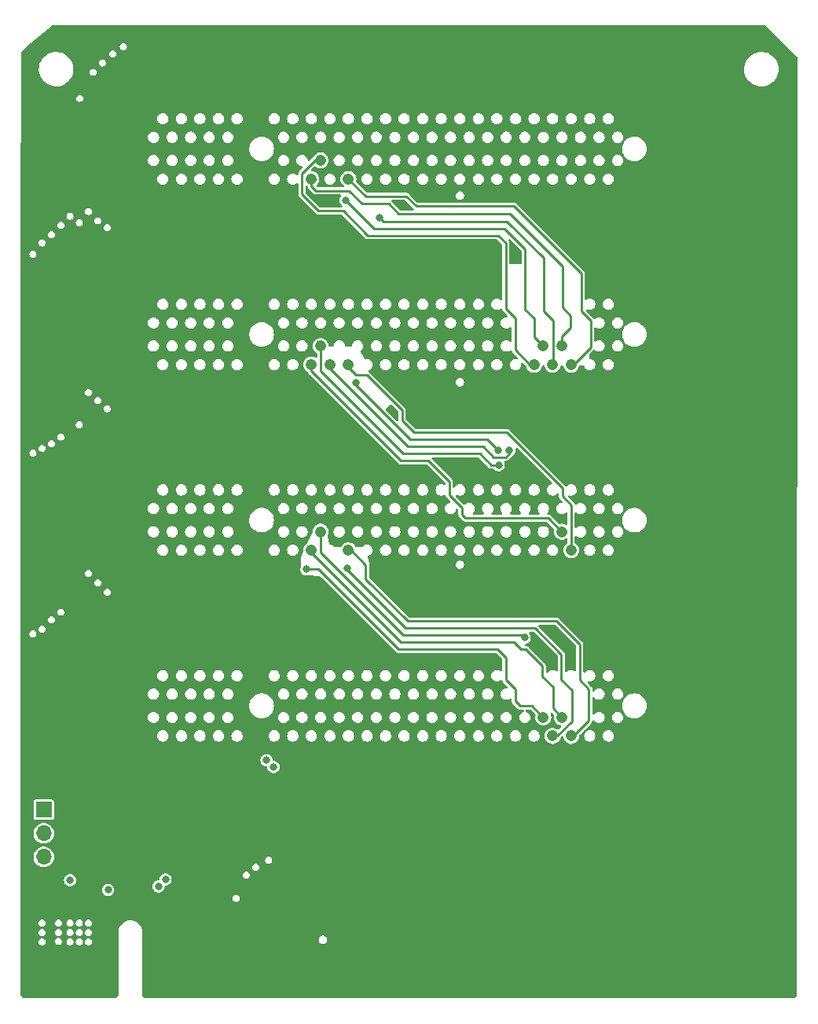
<source format=gbr>
%TF.GenerationSoftware,KiCad,Pcbnew,7.0.7*%
%TF.CreationDate,2023-09-20T10:48:18-04:00*%
%TF.ProjectId,AstroPix_telescope,41737472-6f50-4697-985f-74656c657363,1.3*%
%TF.SameCoordinates,Original*%
%TF.FileFunction,Copper,L3,Inr*%
%TF.FilePolarity,Positive*%
%FSLAX46Y46*%
G04 Gerber Fmt 4.6, Leading zero omitted, Abs format (unit mm)*
G04 Created by KiCad (PCBNEW 7.0.7) date 2023-09-20 10:48:18*
%MOMM*%
%LPD*%
G01*
G04 APERTURE LIST*
%TA.AperFunction,ComponentPad*%
%ADD10R,1.700000X1.700000*%
%TD*%
%TA.AperFunction,ComponentPad*%
%ADD11O,1.700000X1.700000*%
%TD*%
%TA.AperFunction,ComponentPad*%
%ADD12C,1.208000*%
%TD*%
%TA.AperFunction,ViaPad*%
%ADD13C,0.600000*%
%TD*%
%TA.AperFunction,ViaPad*%
%ADD14C,0.800000*%
%TD*%
%TA.AperFunction,Conductor*%
%ADD15C,0.250000*%
%TD*%
G04 APERTURE END LIST*
D10*
%TO.N,/POW4_in*%
%TO.C,JP1*%
X106426000Y-137160000D03*
D11*
%TO.N,VDD*%
X106426000Y-139700000D03*
%TO.N,/VDD18_in*%
X106426000Y-142240000D03*
%TD*%
D12*
%TO.N,GND*%
%TO.C,J4*%
X128260000Y-67200000D03*
%TO.N,/spi3_csn*%
X135260000Y-69200000D03*
%TO.N,/spi3_clk*%
X136260000Y-67200000D03*
%TO.N,/spi3_mosi*%
X139260000Y-69200000D03*
%TO.N,GND*%
X128260000Y-64700000D03*
%TD*%
%TO.N,GND*%
%TO.C,J3*%
X128260000Y-87200000D03*
%TO.N,/spi2_csn*%
X135260000Y-89200000D03*
%TO.N,/spi2_clk*%
X136260000Y-87200000D03*
%TO.N,/spi2_miso1*%
X137260000Y-89200000D03*
%TO.N,/spi2_mosi*%
X139260000Y-89200000D03*
%TO.N,/spi3_clk*%
X159260000Y-89200000D03*
%TO.N,/spi3_miso1*%
X160260000Y-87200000D03*
%TO.N,/spi3_miso0*%
X161260000Y-89200000D03*
%TO.N,/spi3_csn*%
X162260000Y-87200000D03*
%TO.N,/spi3_mosi*%
X163260000Y-89200000D03*
%TO.N,GND*%
X128260000Y-84700000D03*
%TD*%
%TO.N,GND*%
%TO.C,J1*%
X128260000Y-127200000D03*
%TO.N,/spi1_miso1*%
X160260000Y-127200000D03*
%TO.N,/spi1_miso0*%
X161260000Y-129200000D03*
%TO.N,/spi1_csn*%
X162260000Y-127200000D03*
%TO.N,/spi1_mosi*%
X163260000Y-129200000D03*
%TO.N,GND*%
X128260000Y-124700000D03*
%TD*%
%TO.N,GND*%
%TO.C,J2*%
X128260000Y-107200000D03*
%TO.N,/spi1_csn*%
X135260000Y-109200000D03*
%TO.N,/spi1_clk*%
X136260000Y-107200000D03*
%TO.N,/spi1_mosi*%
X139260000Y-109200000D03*
%TO.N,/spi2_csn*%
X162260000Y-107200000D03*
%TO.N,/spi2_mosi*%
X163260000Y-109200000D03*
%TO.N,GND*%
X128260000Y-104700000D03*
%TD*%
D13*
%TO.N,GND*%
X147040600Y-120650000D03*
X128676400Y-111125000D03*
X133121400Y-111125000D03*
X128625600Y-116230400D03*
X128625600Y-114096800D03*
X137591800Y-114122200D03*
X118211600Y-130860800D03*
X117246400Y-120243600D03*
X135813800Y-71348600D03*
X135534400Y-74955400D03*
X135737600Y-78968600D03*
X137236200Y-120269000D03*
X119608600Y-95377000D03*
X139877800Y-75082400D03*
X128498600Y-78943200D03*
X117500400Y-78943200D03*
X114096800Y-79019400D03*
X114325400Y-74930000D03*
X117449600Y-74904600D03*
X114020600Y-95427800D03*
X117449600Y-95377000D03*
X128524000Y-95427800D03*
X137718800Y-95377000D03*
X114096800Y-120167400D03*
X119583200Y-120294400D03*
X128574800Y-120294400D03*
X128600200Y-99644200D03*
X119557800Y-99745800D03*
D14*
X108712000Y-131775200D03*
X112572800Y-149961600D03*
X110591600Y-137871200D03*
X143510000Y-150723600D03*
D13*
X128524000Y-81534000D03*
X145034000Y-90932000D03*
X149225000Y-90932000D03*
X147193000Y-90932000D03*
X155194000Y-92329000D03*
X159512000Y-90932000D03*
X161290000Y-90932000D03*
X161290000Y-100076000D03*
X159512000Y-98552000D03*
X155194000Y-95504000D03*
X147193000Y-95631000D03*
X149225000Y-95631000D03*
X149225000Y-99695000D03*
X147193000Y-100330000D03*
X122682000Y-150114000D03*
X123393200Y-147040600D03*
X135382000Y-151257000D03*
X131191000Y-151257000D03*
X131191000Y-146431000D03*
X135382000Y-144272000D03*
X135001000Y-142367000D03*
X144399000Y-132588000D03*
X134239000Y-130810000D03*
X147193000Y-111760000D03*
X149352000Y-110871000D03*
X147066000Y-115951000D03*
X149225000Y-115951000D03*
X149352000Y-120650000D03*
X169037000Y-110871000D03*
X160909000Y-117729000D03*
X163195000Y-120142000D03*
X160401000Y-120142000D03*
X155194000Y-120904000D03*
X142367000Y-135128000D03*
X147320000Y-131064000D03*
X138811000Y-138811000D03*
X120777000Y-143764000D03*
X118999000Y-142113000D03*
X124333000Y-136906000D03*
X125984000Y-138684000D03*
X128625600Y-131800600D03*
X130429000Y-134112000D03*
X169672000Y-101727000D03*
X137083800Y-100431600D03*
D14*
X155956000Y-111633000D03*
X104521000Y-127762000D03*
X112776000Y-135763000D03*
X114427000Y-126873000D03*
X111633000Y-55372000D03*
D13*
X128778000Y-71374000D03*
X133350000Y-71374000D03*
D14*
X138557000Y-148971000D03*
X149225000Y-71120000D03*
X147193000Y-71120000D03*
X157353000Y-77343000D03*
X155194000Y-76454000D03*
D13*
X137210800Y-80467200D03*
X133426200Y-78968600D03*
X128778000Y-74930000D03*
X133350000Y-74930000D03*
X143891000Y-94107000D03*
X144145000Y-99949000D03*
X143002000Y-120142000D03*
X138176000Y-116205000D03*
D14*
X161163000Y-110871000D03*
X159258000Y-110871000D03*
X155194000Y-115824000D03*
X141224000Y-141478000D03*
X104521000Y-134493000D03*
X116967000Y-88900000D03*
X186055000Y-95631000D03*
X129159000Y-54102000D03*
X146050000Y-136652000D03*
D13*
X145161000Y-71882000D03*
D14*
X178308000Y-132334000D03*
X116967000Y-110871000D03*
X161036000Y-115824000D03*
X104394000Y-123571000D03*
X156464000Y-139954000D03*
X172339000Y-129159000D03*
X119507000Y-115443000D03*
X182372000Y-125095000D03*
X149352000Y-79756000D03*
X129286000Y-60325000D03*
X181737000Y-100584000D03*
X186182000Y-150368000D03*
X104394000Y-84709000D03*
X104546400Y-150672800D03*
X180467000Y-138684000D03*
D13*
X137972800Y-74930000D03*
D14*
X116459000Y-54229000D03*
X159385000Y-131064000D03*
X144653000Y-79883000D03*
X167894000Y-60452000D03*
X104394000Y-74676000D03*
X165735000Y-70739000D03*
X104394000Y-97536000D03*
D13*
X143260000Y-111200000D03*
D14*
X181610000Y-89535000D03*
X116840000Y-82931000D03*
X104394000Y-78359000D03*
X144399000Y-60198000D03*
X104394000Y-64897000D03*
X178181000Y-83185000D03*
X177165000Y-66929000D03*
X185801000Y-132207000D03*
X104394000Y-100203000D03*
X177673000Y-77216000D03*
X119761000Y-91059000D03*
X116840000Y-122682000D03*
X128524000Y-91059000D03*
X142240000Y-55372000D03*
X116713000Y-62611000D03*
D13*
X135534400Y-114046000D03*
D14*
X167767000Y-133604000D03*
X119634000Y-110998000D03*
X158877000Y-146177000D03*
X186055000Y-83058000D03*
X107696000Y-61468000D03*
X112141000Y-66040000D03*
X142748000Y-145161000D03*
X116840000Y-69215000D03*
X116840000Y-115316000D03*
X138303000Y-145415000D03*
X179705000Y-54737000D03*
X144170400Y-113436400D03*
X185928000Y-117348000D03*
X165481000Y-79629000D03*
X182372000Y-71120000D03*
X172339000Y-117475000D03*
X178181000Y-106045000D03*
X172339000Y-95885000D03*
X116078000Y-145034000D03*
X181864000Y-111887000D03*
D13*
X114046000Y-148336000D03*
D14*
X104394000Y-108331000D03*
X151257000Y-131826000D03*
X172339000Y-106045000D03*
X107823000Y-145542000D03*
X151384000Y-135128000D03*
X141986000Y-76581000D03*
D13*
X114046000Y-151079200D03*
D14*
X104521000Y-145288000D03*
X170815000Y-139700000D03*
X116967000Y-102743000D03*
X157937200Y-70916800D03*
X150495000Y-151130000D03*
X145034000Y-141351000D03*
X161798000Y-55118000D03*
X147193000Y-79756000D03*
X104394000Y-91186000D03*
X171450000Y-76454000D03*
X179705000Y-145415000D03*
X119456200Y-147396200D03*
X150495000Y-145669000D03*
X170942000Y-151257000D03*
X171196000Y-144907000D03*
X116078000Y-60299600D03*
X109982000Y-69215000D03*
X172212000Y-86233000D03*
X178181000Y-95885000D03*
D13*
X136077589Y-92389589D03*
D14*
X104394000Y-116332000D03*
X159258000Y-115824000D03*
X178181000Y-117475000D03*
X137668000Y-60452000D03*
X185801000Y-65151000D03*
X186182000Y-105918000D03*
%TO.N,/POW4_in*%
X109260000Y-144740000D03*
%TO.N,/spi1_clk*%
X158242000Y-118618000D03*
%TO.N,/spi1_miso1*%
X134721600Y-111252000D03*
%TO.N,/spi1_miso0*%
X139141200Y-111150400D03*
%TO.N,/spi2_clk*%
X155448000Y-100025200D03*
%TO.N,/spi2_miso1*%
X156616400Y-98450400D03*
%TO.N,/spi2_miso0*%
X155397200Y-98450400D03*
X140055600Y-91186000D03*
%TO.N,/spi3_miso1*%
X138938000Y-71495407D03*
%TO.N,/spi3_miso0*%
X142621000Y-73406000D03*
%TO.N,VSSA*%
X113364000Y-145796000D03*
%TO.N,/sample_clk_P*%
X130438768Y-131810368D03*
X118805568Y-145405232D03*
%TO.N,/sample_clk_N*%
X131181232Y-132552832D03*
X119548032Y-144662768D03*
%TD*%
D15*
%TO.N,/spi3_miso1*%
X158292800Y-83235800D02*
X159258000Y-84201000D01*
X159258000Y-84201000D02*
X159258000Y-86198000D01*
X156083000Y-74549000D02*
X158292800Y-76758800D01*
X141991593Y-74549000D02*
X156083000Y-74549000D01*
X158292800Y-76758800D02*
X158292800Y-83235800D01*
X138938000Y-71495407D02*
X141991593Y-74549000D01*
X159258000Y-86198000D02*
X160260000Y-87200000D01*
%TO.N,/spi3_clk*%
X135644400Y-67200000D02*
X136260000Y-67200000D01*
X134239000Y-68605400D02*
X135644400Y-67200000D01*
X134239000Y-70866000D02*
X134239000Y-68605400D01*
X138684000Y-72644000D02*
X136017000Y-72644000D01*
X156210000Y-76098400D02*
X155422600Y-75311000D01*
X157226000Y-84201000D02*
X156210000Y-83185000D01*
X157226000Y-87630000D02*
X157226000Y-84201000D01*
X158796000Y-89200000D02*
X157226000Y-87630000D01*
X136017000Y-72644000D02*
X134239000Y-70866000D01*
X159260000Y-89200000D02*
X158796000Y-89200000D01*
X156210000Y-83185000D02*
X156210000Y-76098400D01*
X155422600Y-75311000D02*
X141351000Y-75311000D01*
X141351000Y-75311000D02*
X138684000Y-72644000D01*
%TO.N,/spi2_clk*%
X153416000Y-98806000D02*
X145161000Y-98806000D01*
X136260000Y-89905000D02*
X136260000Y-87200000D01*
X155448000Y-100025200D02*
X154635200Y-100025200D01*
X154635200Y-100025200D02*
X153416000Y-98806000D01*
X145161000Y-98806000D02*
X136260000Y-89905000D01*
%TO.N,/spi2_csn*%
X135260000Y-89921000D02*
X135260000Y-89200000D01*
X144907000Y-99568000D02*
X135260000Y-89921000D01*
X147878800Y-99568000D02*
X144907000Y-99568000D01*
X151485600Y-104622600D02*
X150114000Y-103251000D01*
X150114000Y-103251000D02*
X150114000Y-101803200D01*
X151841200Y-105714800D02*
X151485600Y-105359200D01*
X160774800Y-105714800D02*
X151841200Y-105714800D01*
X162260000Y-107200000D02*
X160774800Y-105714800D01*
X151485600Y-105359200D02*
X151485600Y-104622600D01*
X150114000Y-101803200D02*
X147878800Y-99568000D01*
%TO.N,/spi2_mosi*%
X163260000Y-104332000D02*
X163260000Y-109200000D01*
X162306000Y-103378000D02*
X163260000Y-104332000D01*
X162306000Y-102489000D02*
X162306000Y-103378000D01*
X145034000Y-95250000D02*
X146304000Y-96520000D01*
X146304000Y-96520000D02*
X156337000Y-96520000D01*
X156337000Y-96520000D02*
X162306000Y-102489000D01*
X140081000Y-90297000D02*
X141224000Y-90297000D01*
X139260000Y-89476000D02*
X140081000Y-90297000D01*
X141224000Y-90297000D02*
X145034000Y-94107000D01*
X139260000Y-89200000D02*
X139260000Y-89476000D01*
X145034000Y-94107000D02*
X145034000Y-95250000D01*
%TO.N,/spi2_miso1*%
X137260000Y-89635000D02*
X137260000Y-89200000D01*
X145669000Y-98044000D02*
X137260000Y-89635000D01*
X154928400Y-99175400D02*
X153797000Y-98044000D01*
X156221600Y-99175400D02*
X154928400Y-99175400D01*
X153797000Y-98044000D02*
X145669000Y-98044000D01*
X156616400Y-98450400D02*
X156616400Y-98780600D01*
X156616400Y-98780600D02*
X156221600Y-99175400D01*
%TO.N,/spi2_miso0*%
X140055600Y-91414600D02*
X140055600Y-91186000D01*
X145923000Y-97282000D02*
X140055600Y-91414600D01*
X154228800Y-97282000D02*
X145923000Y-97282000D01*
X155397200Y-98450400D02*
X154228800Y-97282000D01*
%TO.N,/spi3_miso0*%
X156337000Y-73787000D02*
X143002000Y-73787000D01*
X143002000Y-73787000D02*
X142621000Y-73406000D01*
X160274000Y-77724000D02*
X156337000Y-73787000D01*
X161290000Y-84455000D02*
X160274000Y-83439000D01*
X161290000Y-89170000D02*
X161290000Y-84455000D01*
X161260000Y-89200000D02*
X161290000Y-89170000D01*
X160274000Y-83439000D02*
X160274000Y-77724000D01*
%TO.N,/spi3_mosi*%
X163530000Y-89200000D02*
X163260000Y-89200000D01*
X165354000Y-87376000D02*
X163530000Y-89200000D01*
X165354000Y-84455000D02*
X165354000Y-87376000D01*
X164338000Y-79375000D02*
X164338000Y-83439000D01*
X146584409Y-72136000D02*
X157099000Y-72136000D01*
X145520209Y-71071800D02*
X146584409Y-72136000D01*
X141131800Y-71071800D02*
X145520209Y-71071800D01*
X164338000Y-83439000D02*
X165354000Y-84455000D01*
X139260000Y-69200000D02*
X141131800Y-71071800D01*
X157099000Y-72136000D02*
X164338000Y-79375000D01*
%TO.N,/spi3_csn*%
X135763000Y-70485000D02*
X135260000Y-69982000D01*
X139319000Y-70485000D02*
X135763000Y-70485000D01*
X140716000Y-71882000D02*
X139319000Y-70485000D01*
X143604956Y-71882000D02*
X140716000Y-71882000D01*
X162306000Y-83058000D02*
X162306000Y-78613000D01*
X162306000Y-78613000D02*
X156649000Y-72956000D01*
X163195000Y-85252000D02*
X163195000Y-83947000D01*
X162260000Y-86187000D02*
X163195000Y-85252000D01*
X135260000Y-69982000D02*
X135260000Y-69200000D01*
X144678956Y-72956000D02*
X143604956Y-71882000D01*
X163195000Y-83947000D02*
X162306000Y-83058000D01*
X162260000Y-87200000D02*
X162260000Y-86187000D01*
X156649000Y-72956000D02*
X144678956Y-72956000D01*
%TO.N,/spi1_miso0*%
X139141200Y-111328200D02*
X139141200Y-111150400D01*
X145415000Y-117602000D02*
X139141200Y-111328200D01*
X162204400Y-120421400D02*
X159385000Y-117602000D01*
X159385000Y-117602000D02*
X145415000Y-117602000D01*
X162204400Y-123139200D02*
X162204400Y-120421400D01*
X163322000Y-127609600D02*
X163322000Y-124256800D01*
X161731600Y-129200000D02*
X163322000Y-127609600D01*
X161260000Y-129200000D02*
X161731600Y-129200000D01*
X163322000Y-124256800D02*
X162204400Y-123139200D01*
%TO.N,/spi1_mosi*%
X139527600Y-109200000D02*
X139260000Y-109200000D01*
X141122400Y-110794800D02*
X139527600Y-109200000D01*
X141122400Y-112293400D02*
X141122400Y-110794800D01*
X161671000Y-116840000D02*
X145669000Y-116840000D01*
X164185600Y-119354600D02*
X161671000Y-116840000D01*
X164185600Y-123190000D02*
X164185600Y-119354600D01*
X145669000Y-116840000D02*
X141122400Y-112293400D01*
X165150800Y-124155200D02*
X164185600Y-123190000D01*
X165150800Y-127558800D02*
X165150800Y-124155200D01*
X163509600Y-129200000D02*
X165150800Y-127558800D01*
X163260000Y-129200000D02*
X163509600Y-129200000D01*
%TO.N,/spi1_csn*%
X161290000Y-126230000D02*
X162260000Y-127200000D01*
X161290000Y-123952000D02*
X161290000Y-126230000D01*
X158369000Y-119888000D02*
X160147000Y-121666000D01*
X157861000Y-119888000D02*
X158369000Y-119888000D01*
X160147000Y-121666000D02*
X160147000Y-122809000D01*
X157099000Y-119126000D02*
X157861000Y-119888000D01*
X160147000Y-122809000D02*
X161290000Y-123952000D01*
X144907000Y-119126000D02*
X157099000Y-119126000D01*
X135260000Y-109479000D02*
X144907000Y-119126000D01*
X135260000Y-109200000D02*
X135260000Y-109479000D01*
%TO.N,/spi1_miso1*%
X136017000Y-111252000D02*
X134721600Y-111252000D01*
X144653000Y-119888000D02*
X136017000Y-111252000D01*
X157226000Y-124206000D02*
X156210000Y-123190000D01*
X156210000Y-120777000D02*
X155321000Y-119888000D01*
X157734000Y-125984000D02*
X157226000Y-125476000D01*
X157226000Y-125476000D02*
X157226000Y-124206000D01*
X155321000Y-119888000D02*
X144653000Y-119888000D01*
X159044000Y-125984000D02*
X157734000Y-125984000D01*
X156210000Y-123190000D02*
X156210000Y-120777000D01*
X160260000Y-127200000D02*
X159044000Y-125984000D01*
%TO.N,/spi1_clk*%
X136260000Y-109463000D02*
X136260000Y-107200000D01*
X145161000Y-118364000D02*
X136260000Y-109463000D01*
X157988000Y-118364000D02*
X145161000Y-118364000D01*
X158242000Y-118618000D02*
X157988000Y-118364000D01*
%TO.N,/spi3_csn*%
X135748000Y-69200000D02*
X135260000Y-69200000D01*
%TD*%
%TA.AperFunction,Conductor*%
%TO.N,GND*%
G36*
X159243737Y-118001502D02*
G01*
X159264711Y-118018405D01*
X161787995Y-120541689D01*
X161822021Y-120604001D01*
X161824900Y-120630784D01*
X161824900Y-122116004D01*
X161804898Y-122184125D01*
X161751242Y-122230618D01*
X161680968Y-122240722D01*
X161622197Y-122215967D01*
X161564856Y-122171968D01*
X161417806Y-122111060D01*
X161299620Y-122095500D01*
X161299619Y-122095500D01*
X161220381Y-122095500D01*
X161220379Y-122095500D01*
X161102193Y-122111060D01*
X160955142Y-122171968D01*
X160828867Y-122268864D01*
X160752462Y-122368436D01*
X160695123Y-122410303D01*
X160624252Y-122414524D01*
X160562350Y-122379759D01*
X160529069Y-122317046D01*
X160526500Y-122291731D01*
X160526500Y-121718426D01*
X160529182Y-121692566D01*
X160531419Y-121681900D01*
X160526983Y-121646317D01*
X160526500Y-121638525D01*
X160526500Y-121634555D01*
X160522616Y-121611282D01*
X160515752Y-121556220D01*
X160515752Y-121556218D01*
X160515750Y-121556214D01*
X160513486Y-121548609D01*
X160510900Y-121541075D01*
X160510900Y-121541073D01*
X160484499Y-121492289D01*
X160460126Y-121442432D01*
X160460123Y-121442429D01*
X160460123Y-121442428D01*
X160455522Y-121435983D01*
X160450621Y-121429686D01*
X160409813Y-121392119D01*
X158674419Y-119656725D01*
X158658029Y-119636542D01*
X158652068Y-119627418D01*
X158652067Y-119627417D01*
X158623770Y-119605393D01*
X158617923Y-119600229D01*
X158615113Y-119597419D01*
X158615112Y-119597418D01*
X158615111Y-119597417D01*
X158615109Y-119597416D01*
X158595906Y-119583705D01*
X158552120Y-119549625D01*
X158545140Y-119545848D01*
X158537977Y-119542346D01*
X158484818Y-119526520D01*
X158432326Y-119508499D01*
X158424504Y-119507194D01*
X158416587Y-119506207D01*
X158415578Y-119506249D01*
X158414234Y-119505914D01*
X158406228Y-119504916D01*
X158406348Y-119503947D01*
X158346691Y-119489074D01*
X158298024Y-119437381D01*
X158285030Y-119367584D01*
X158311834Y-119301842D01*
X158369926Y-119261027D01*
X158380213Y-119258021D01*
X158475793Y-119234463D01*
X158616529Y-119160599D01*
X158735498Y-119055201D01*
X158825787Y-118924395D01*
X158882149Y-118775782D01*
X158882149Y-118775781D01*
X158882150Y-118775779D01*
X158901307Y-118618003D01*
X158901307Y-118617996D01*
X158882150Y-118460220D01*
X158828491Y-118318736D01*
X158825787Y-118311605D01*
X158735498Y-118180799D01*
X158734309Y-118179076D01*
X158712073Y-118111651D01*
X158729820Y-118042908D01*
X158781915Y-117994673D01*
X158838005Y-117981500D01*
X159175616Y-117981500D01*
X159243737Y-118001502D01*
G37*
%TD.AperFunction*%
%TA.AperFunction,Conductor*%
G36*
X161529737Y-117239502D02*
G01*
X161550711Y-117256405D01*
X163769195Y-119474888D01*
X163803220Y-119537200D01*
X163806100Y-119563983D01*
X163806100Y-122101579D01*
X163786098Y-122169700D01*
X163732442Y-122216193D01*
X163662168Y-122226297D01*
X163603396Y-122201541D01*
X163564857Y-122171968D01*
X163417806Y-122111060D01*
X163299620Y-122095500D01*
X163299619Y-122095500D01*
X163220381Y-122095500D01*
X163220379Y-122095500D01*
X163102193Y-122111060D01*
X162955142Y-122171968D01*
X162828867Y-122268864D01*
X162809862Y-122293632D01*
X162752523Y-122335499D01*
X162681652Y-122339720D01*
X162619750Y-122304955D01*
X162586469Y-122242242D01*
X162583900Y-122216927D01*
X162583900Y-120473826D01*
X162586582Y-120447966D01*
X162588819Y-120437300D01*
X162584383Y-120401717D01*
X162583900Y-120393925D01*
X162583900Y-120389955D01*
X162580016Y-120366682D01*
X162573152Y-120311620D01*
X162573152Y-120311618D01*
X162573150Y-120311614D01*
X162570886Y-120304009D01*
X162568300Y-120296475D01*
X162568300Y-120296473D01*
X162541899Y-120247689D01*
X162517526Y-120197832D01*
X162517523Y-120197829D01*
X162517523Y-120197828D01*
X162512922Y-120191383D01*
X162508021Y-120185086D01*
X162467213Y-120147519D01*
X159754289Y-117434595D01*
X159720263Y-117372283D01*
X159725328Y-117301468D01*
X159767875Y-117244632D01*
X159834395Y-117219821D01*
X159843384Y-117219500D01*
X161461616Y-117219500D01*
X161529737Y-117239502D01*
G37*
%TD.AperFunction*%
%TA.AperFunction,Conductor*%
G36*
X157452351Y-98175326D02*
G01*
X157471013Y-98190707D01*
X161177057Y-101896751D01*
X161211083Y-101959063D01*
X161206018Y-102029878D01*
X161163471Y-102086714D01*
X161110051Y-102108471D01*
X161110172Y-102108922D01*
X161106585Y-102109883D01*
X161104415Y-102110767D01*
X161102195Y-102111059D01*
X160955142Y-102171968D01*
X160828865Y-102268865D01*
X160731968Y-102395142D01*
X160671060Y-102542193D01*
X160650284Y-102700000D01*
X160671060Y-102857806D01*
X160731968Y-103004857D01*
X160828865Y-103131134D01*
X160955142Y-103228031D01*
X161047872Y-103266439D01*
X161102194Y-103288940D01*
X161220381Y-103304500D01*
X161220388Y-103304500D01*
X161299612Y-103304500D01*
X161299619Y-103304500D01*
X161417806Y-103288940D01*
X161510536Y-103250530D01*
X161564857Y-103228031D01*
X161691131Y-103131136D01*
X161691130Y-103131136D01*
X161691134Y-103131134D01*
X161700538Y-103118877D01*
X161757875Y-103077012D01*
X161828746Y-103072790D01*
X161890649Y-103107554D01*
X161923930Y-103170266D01*
X161926500Y-103195583D01*
X161926500Y-103325573D01*
X161923818Y-103351432D01*
X161921580Y-103362100D01*
X161926015Y-103397682D01*
X161926499Y-103405468D01*
X161926499Y-103409435D01*
X161926500Y-103409447D01*
X161930383Y-103432715D01*
X161937247Y-103487781D01*
X161939517Y-103495406D01*
X161942098Y-103502924D01*
X161968497Y-103551705D01*
X161992875Y-103601570D01*
X161997493Y-103608038D01*
X162002376Y-103614312D01*
X162043186Y-103651880D01*
X162275143Y-103883838D01*
X162309169Y-103946150D01*
X162304104Y-104016965D01*
X162261557Y-104073801D01*
X162202495Y-104097854D01*
X162145056Y-104105417D01*
X162102193Y-104111060D01*
X161955142Y-104171968D01*
X161828865Y-104268865D01*
X161731968Y-104395142D01*
X161671060Y-104542193D01*
X161650284Y-104699999D01*
X161671060Y-104857806D01*
X161731968Y-105004857D01*
X161828865Y-105131134D01*
X161955142Y-105228031D01*
X162044976Y-105265240D01*
X162102194Y-105288940D01*
X162220381Y-105304500D01*
X162220388Y-105304500D01*
X162299612Y-105304500D01*
X162299619Y-105304500D01*
X162417806Y-105288940D01*
X162532746Y-105241331D01*
X162564854Y-105228032D01*
X162564854Y-105228031D01*
X162564858Y-105228030D01*
X162677796Y-105141368D01*
X162744016Y-105115768D01*
X162813564Y-105130032D01*
X162864361Y-105179633D01*
X162880500Y-105241331D01*
X162880500Y-106343236D01*
X162860498Y-106411357D01*
X162806842Y-106457850D01*
X162736568Y-106467954D01*
X162697887Y-106454567D01*
X162697647Y-106455108D01*
X162691616Y-106452422D01*
X162691615Y-106452422D01*
X162526752Y-106379020D01*
X162448880Y-106362468D01*
X162350233Y-106341500D01*
X162350232Y-106341500D01*
X162169768Y-106341500D01*
X162169766Y-106341500D01*
X162045703Y-106367870D01*
X161974913Y-106362468D01*
X161930412Y-106333718D01*
X161080219Y-105483525D01*
X161063829Y-105463342D01*
X161057868Y-105454218D01*
X161057867Y-105454217D01*
X161029570Y-105432193D01*
X161023723Y-105427029D01*
X161020913Y-105424219D01*
X161020912Y-105424218D01*
X161020911Y-105424217D01*
X161020909Y-105424216D01*
X161001706Y-105410505D01*
X160957920Y-105376425D01*
X160950940Y-105372648D01*
X160943777Y-105369146D01*
X160890618Y-105353320D01*
X160838126Y-105335299D01*
X160830304Y-105333994D01*
X160822388Y-105333007D01*
X160796021Y-105334098D01*
X160727132Y-105316928D01*
X160678461Y-105265240D01*
X160665462Y-105195443D01*
X160690852Y-105131502D01*
X160731181Y-105078943D01*
X160788030Y-105004858D01*
X160848940Y-104857806D01*
X160869716Y-104700000D01*
X160848940Y-104542194D01*
X160826439Y-104487872D01*
X160788031Y-104395142D01*
X160691134Y-104268865D01*
X160564857Y-104171968D01*
X160417806Y-104111060D01*
X160299620Y-104095500D01*
X160299619Y-104095500D01*
X160220381Y-104095500D01*
X160220379Y-104095500D01*
X160102193Y-104111060D01*
X159955142Y-104171968D01*
X159828865Y-104268865D01*
X159731968Y-104395142D01*
X159671060Y-104542193D01*
X159650284Y-104699999D01*
X159671060Y-104857806D01*
X159731968Y-105004857D01*
X159829987Y-105132596D01*
X159855588Y-105198816D01*
X159841323Y-105268365D01*
X159791722Y-105319161D01*
X159730025Y-105335300D01*
X158789975Y-105335300D01*
X158721854Y-105315298D01*
X158675361Y-105261642D01*
X158665257Y-105191368D01*
X158690013Y-105132596D01*
X158788031Y-105004857D01*
X158819500Y-104928881D01*
X158848940Y-104857806D01*
X158869716Y-104700000D01*
X158848940Y-104542194D01*
X158826439Y-104487872D01*
X158788031Y-104395142D01*
X158691134Y-104268865D01*
X158564857Y-104171968D01*
X158417806Y-104111060D01*
X158299620Y-104095500D01*
X158299619Y-104095500D01*
X158220381Y-104095500D01*
X158220379Y-104095500D01*
X158102193Y-104111060D01*
X157955142Y-104171968D01*
X157828865Y-104268865D01*
X157731968Y-104395142D01*
X157671060Y-104542193D01*
X157650284Y-104699999D01*
X157671060Y-104857806D01*
X157731968Y-105004857D01*
X157829987Y-105132596D01*
X157855588Y-105198816D01*
X157841323Y-105268365D01*
X157791722Y-105319161D01*
X157730025Y-105335300D01*
X156789975Y-105335300D01*
X156721854Y-105315298D01*
X156675361Y-105261642D01*
X156665257Y-105191368D01*
X156690013Y-105132596D01*
X156788031Y-105004857D01*
X156819500Y-104928881D01*
X156848940Y-104857806D01*
X156869716Y-104700000D01*
X156848940Y-104542194D01*
X156826439Y-104487872D01*
X156788031Y-104395142D01*
X156691134Y-104268865D01*
X156564857Y-104171968D01*
X156417806Y-104111060D01*
X156299620Y-104095500D01*
X156299619Y-104095500D01*
X156220381Y-104095500D01*
X156220379Y-104095500D01*
X156102193Y-104111060D01*
X155955142Y-104171968D01*
X155828865Y-104268865D01*
X155731968Y-104395142D01*
X155671060Y-104542193D01*
X155650284Y-104699999D01*
X155671060Y-104857806D01*
X155731968Y-105004857D01*
X155829987Y-105132596D01*
X155855588Y-105198816D01*
X155841323Y-105268365D01*
X155791722Y-105319161D01*
X155730025Y-105335300D01*
X154789975Y-105335300D01*
X154721854Y-105315298D01*
X154675361Y-105261642D01*
X154665257Y-105191368D01*
X154690013Y-105132596D01*
X154788031Y-105004857D01*
X154819500Y-104928881D01*
X154848940Y-104857806D01*
X154869716Y-104700000D01*
X154848940Y-104542194D01*
X154826439Y-104487872D01*
X154788031Y-104395142D01*
X154691134Y-104268865D01*
X154564857Y-104171968D01*
X154417806Y-104111060D01*
X154299620Y-104095500D01*
X154299619Y-104095500D01*
X154220381Y-104095500D01*
X154220379Y-104095500D01*
X154102193Y-104111060D01*
X153955142Y-104171968D01*
X153828865Y-104268865D01*
X153731968Y-104395142D01*
X153671060Y-104542193D01*
X153650284Y-104700000D01*
X153671060Y-104857806D01*
X153731968Y-105004857D01*
X153829987Y-105132596D01*
X153855588Y-105198816D01*
X153841323Y-105268365D01*
X153791722Y-105319161D01*
X153730025Y-105335300D01*
X152789975Y-105335300D01*
X152721854Y-105315298D01*
X152675361Y-105261642D01*
X152665257Y-105191368D01*
X152690013Y-105132596D01*
X152788031Y-105004857D01*
X152819500Y-104928881D01*
X152848940Y-104857806D01*
X152869716Y-104700000D01*
X152848940Y-104542194D01*
X152826439Y-104487872D01*
X152788031Y-104395142D01*
X152691134Y-104268865D01*
X152564857Y-104171968D01*
X152417806Y-104111060D01*
X152299620Y-104095500D01*
X152299619Y-104095500D01*
X152220381Y-104095500D01*
X152220379Y-104095500D01*
X152102193Y-104111060D01*
X151955145Y-104171967D01*
X151825825Y-104271199D01*
X151759605Y-104296799D01*
X151690056Y-104282534D01*
X151660026Y-104260332D01*
X151283532Y-103883838D01*
X150844115Y-103444421D01*
X150810092Y-103382111D01*
X150815156Y-103311296D01*
X150857703Y-103254460D01*
X150924223Y-103229649D01*
X150981429Y-103238919D01*
X151048625Y-103266751D01*
X151102194Y-103288940D01*
X151220381Y-103304500D01*
X151220388Y-103304500D01*
X151299612Y-103304500D01*
X151299619Y-103304500D01*
X151417806Y-103288940D01*
X151510536Y-103250530D01*
X151564857Y-103228031D01*
X151691134Y-103131134D01*
X151788031Y-103004857D01*
X151834500Y-102892667D01*
X151848940Y-102857806D01*
X151869716Y-102700000D01*
X151869716Y-102699999D01*
X152650284Y-102699999D01*
X152671060Y-102857806D01*
X152731968Y-103004857D01*
X152828865Y-103131134D01*
X152955142Y-103228031D01*
X153047872Y-103266439D01*
X153102194Y-103288940D01*
X153220381Y-103304500D01*
X153220388Y-103304500D01*
X153299612Y-103304500D01*
X153299619Y-103304500D01*
X153417806Y-103288940D01*
X153510536Y-103250530D01*
X153564857Y-103228031D01*
X153691134Y-103131134D01*
X153788031Y-103004857D01*
X153834500Y-102892667D01*
X153848940Y-102857806D01*
X153869716Y-102700000D01*
X153869716Y-102699999D01*
X154650284Y-102699999D01*
X154671060Y-102857806D01*
X154731968Y-103004857D01*
X154828865Y-103131134D01*
X154955142Y-103228031D01*
X155047872Y-103266439D01*
X155102194Y-103288940D01*
X155220381Y-103304500D01*
X155220388Y-103304500D01*
X155299612Y-103304500D01*
X155299619Y-103304500D01*
X155417806Y-103288940D01*
X155510536Y-103250530D01*
X155564857Y-103228031D01*
X155691134Y-103131134D01*
X155788031Y-103004857D01*
X155834500Y-102892667D01*
X155848940Y-102857806D01*
X155869716Y-102700000D01*
X156650284Y-102700000D01*
X156671060Y-102857806D01*
X156731968Y-103004857D01*
X156828865Y-103131134D01*
X156955142Y-103228031D01*
X157047872Y-103266439D01*
X157102194Y-103288940D01*
X157220381Y-103304500D01*
X157220388Y-103304500D01*
X157299612Y-103304500D01*
X157299619Y-103304500D01*
X157417806Y-103288940D01*
X157510536Y-103250530D01*
X157564857Y-103228031D01*
X157691134Y-103131134D01*
X157788031Y-103004857D01*
X157834500Y-102892667D01*
X157848940Y-102857806D01*
X157869716Y-102700000D01*
X158650284Y-102700000D01*
X158671060Y-102857806D01*
X158731968Y-103004857D01*
X158828865Y-103131134D01*
X158955142Y-103228031D01*
X159047872Y-103266439D01*
X159102194Y-103288940D01*
X159220381Y-103304500D01*
X159220388Y-103304500D01*
X159299612Y-103304500D01*
X159299619Y-103304500D01*
X159417806Y-103288940D01*
X159510536Y-103250530D01*
X159564857Y-103228031D01*
X159691134Y-103131134D01*
X159788031Y-103004857D01*
X159834500Y-102892667D01*
X159848940Y-102857806D01*
X159869716Y-102700000D01*
X159848940Y-102542194D01*
X159813883Y-102457557D01*
X159788031Y-102395142D01*
X159691134Y-102268865D01*
X159564857Y-102171968D01*
X159417806Y-102111060D01*
X159299620Y-102095500D01*
X159299619Y-102095500D01*
X159220381Y-102095500D01*
X159220379Y-102095500D01*
X159102193Y-102111060D01*
X158955142Y-102171968D01*
X158828865Y-102268865D01*
X158731968Y-102395142D01*
X158671060Y-102542193D01*
X158650284Y-102700000D01*
X157869716Y-102700000D01*
X157848940Y-102542194D01*
X157813883Y-102457557D01*
X157788031Y-102395142D01*
X157691134Y-102268865D01*
X157564857Y-102171968D01*
X157417806Y-102111060D01*
X157299620Y-102095500D01*
X157299619Y-102095500D01*
X157220381Y-102095500D01*
X157220379Y-102095500D01*
X157102193Y-102111060D01*
X156955142Y-102171968D01*
X156828865Y-102268865D01*
X156731968Y-102395142D01*
X156671060Y-102542193D01*
X156650284Y-102700000D01*
X155869716Y-102700000D01*
X155848940Y-102542194D01*
X155813883Y-102457557D01*
X155788031Y-102395142D01*
X155691134Y-102268865D01*
X155564857Y-102171968D01*
X155417806Y-102111060D01*
X155299620Y-102095500D01*
X155299619Y-102095500D01*
X155220381Y-102095500D01*
X155220379Y-102095500D01*
X155102193Y-102111060D01*
X154955142Y-102171968D01*
X154828865Y-102268865D01*
X154731968Y-102395142D01*
X154671060Y-102542193D01*
X154650284Y-102699999D01*
X153869716Y-102699999D01*
X153848940Y-102542194D01*
X153813883Y-102457557D01*
X153788031Y-102395142D01*
X153691134Y-102268865D01*
X153564857Y-102171968D01*
X153417806Y-102111060D01*
X153299620Y-102095500D01*
X153299619Y-102095500D01*
X153220381Y-102095500D01*
X153220379Y-102095500D01*
X153102193Y-102111060D01*
X152955142Y-102171968D01*
X152828865Y-102268865D01*
X152731968Y-102395142D01*
X152671060Y-102542193D01*
X152650284Y-102699999D01*
X151869716Y-102699999D01*
X151848940Y-102542194D01*
X151813883Y-102457557D01*
X151788031Y-102395142D01*
X151691134Y-102268865D01*
X151564857Y-102171968D01*
X151417806Y-102111060D01*
X151299620Y-102095500D01*
X151299619Y-102095500D01*
X151220381Y-102095500D01*
X151220379Y-102095500D01*
X151102193Y-102111060D01*
X150955142Y-102171968D01*
X150828865Y-102268865D01*
X150731970Y-102395141D01*
X150728616Y-102400950D01*
X150677230Y-102449941D01*
X150607516Y-102463373D01*
X150541606Y-102436982D01*
X150500428Y-102379148D01*
X150493500Y-102337944D01*
X150493500Y-101855621D01*
X150496181Y-101829766D01*
X150498418Y-101819100D01*
X150493983Y-101783522D01*
X150493500Y-101775732D01*
X150493500Y-101771762D01*
X150493500Y-101771757D01*
X150489614Y-101748474D01*
X150482752Y-101693417D01*
X150482750Y-101693414D01*
X150480485Y-101685805D01*
X150477900Y-101678278D01*
X150477900Y-101678273D01*
X150467068Y-101658258D01*
X150451502Y-101629493D01*
X150427125Y-101579630D01*
X150422521Y-101573182D01*
X150417621Y-101566886D01*
X150376813Y-101529319D01*
X148248089Y-99400595D01*
X148214064Y-99338283D01*
X148219128Y-99267468D01*
X148261675Y-99210632D01*
X148328195Y-99185821D01*
X148337184Y-99185500D01*
X153206616Y-99185500D01*
X153274737Y-99205502D01*
X153295711Y-99222405D01*
X154329780Y-100256474D01*
X154346168Y-100276654D01*
X154352130Y-100285779D01*
X154352132Y-100285782D01*
X154380421Y-100307800D01*
X154386278Y-100312973D01*
X154389079Y-100315774D01*
X154389083Y-100315777D01*
X154389086Y-100315780D01*
X154408293Y-100329493D01*
X154452081Y-100363575D01*
X154459076Y-100367360D01*
X154466217Y-100370851D01*
X154466220Y-100370853D01*
X154478418Y-100374484D01*
X154519389Y-100386683D01*
X154560277Y-100400719D01*
X154571873Y-100404700D01*
X154571880Y-100404700D01*
X154579717Y-100406008D01*
X154587609Y-100406992D01*
X154643024Y-100404700D01*
X154848544Y-100404700D01*
X154916665Y-100424702D01*
X154952240Y-100459124D01*
X154954502Y-100462401D01*
X155073471Y-100567799D01*
X155073472Y-100567799D01*
X155073474Y-100567801D01*
X155148200Y-100607020D01*
X155214207Y-100641663D01*
X155368529Y-100679700D01*
X155368530Y-100679700D01*
X155527470Y-100679700D01*
X155527471Y-100679700D01*
X155681793Y-100641663D01*
X155822529Y-100567799D01*
X155941498Y-100462401D01*
X156031787Y-100331595D01*
X156088149Y-100182982D01*
X156088149Y-100182981D01*
X156088150Y-100182979D01*
X156107307Y-100025203D01*
X156107307Y-100025196D01*
X156088150Y-99867420D01*
X156062305Y-99799274D01*
X156034355Y-99725578D01*
X156028902Y-99654794D01*
X156062584Y-99592296D01*
X156124708Y-99557929D01*
X156152168Y-99554900D01*
X156169173Y-99554900D01*
X156195031Y-99557581D01*
X156205700Y-99559819D01*
X156241283Y-99555383D01*
X156249074Y-99554900D01*
X156253036Y-99554900D01*
X156253043Y-99554900D01*
X156276315Y-99551016D01*
X156331383Y-99544152D01*
X156331384Y-99544151D01*
X156331388Y-99544151D01*
X156338986Y-99541888D01*
X156346524Y-99539301D01*
X156346525Y-99539300D01*
X156346527Y-99539300D01*
X156395305Y-99512902D01*
X156445168Y-99488526D01*
X156445170Y-99488523D01*
X156451618Y-99483920D01*
X156457913Y-99479021D01*
X156457913Y-99479020D01*
X156457916Y-99479019D01*
X156478079Y-99457115D01*
X156495481Y-99438213D01*
X156669988Y-99263705D01*
X156847681Y-99086011D01*
X156867849Y-99069633D01*
X156876982Y-99063668D01*
X156876984Y-99063665D01*
X156876986Y-99063664D01*
X156884667Y-99056594D01*
X156885576Y-99057581D01*
X156915414Y-99032631D01*
X156990929Y-98992999D01*
X157109898Y-98887601D01*
X157200187Y-98756795D01*
X157256549Y-98608182D01*
X157256549Y-98608181D01*
X157256550Y-98608179D01*
X157275707Y-98450403D01*
X157275707Y-98450397D01*
X157256837Y-98294990D01*
X157268482Y-98224955D01*
X157316142Y-98172333D01*
X157384686Y-98153832D01*
X157452351Y-98175326D01*
G37*
%TD.AperFunction*%
%TA.AperFunction,Conductor*%
G36*
X143857184Y-93482982D02*
G01*
X143902247Y-93511942D01*
X144617595Y-94227289D01*
X144651620Y-94289602D01*
X144654500Y-94316385D01*
X144654500Y-95172616D01*
X144634498Y-95240737D01*
X144580842Y-95287230D01*
X144510568Y-95297334D01*
X144445988Y-95267840D01*
X144439405Y-95261711D01*
X143295942Y-94118248D01*
X143261916Y-94055936D01*
X143266981Y-93985121D01*
X143295942Y-93940058D01*
X143724057Y-93511943D01*
X143786369Y-93477917D01*
X143857184Y-93482982D01*
G37*
%TD.AperFunction*%
%TA.AperFunction,Conductor*%
G36*
X156723231Y-75725925D02*
G01*
X157876395Y-76879089D01*
X157910421Y-76941401D01*
X157913300Y-76968184D01*
X157913300Y-78233000D01*
X157893298Y-78301121D01*
X157839642Y-78347614D01*
X157787300Y-78359000D01*
X156715500Y-78359000D01*
X156647379Y-78338998D01*
X156600886Y-78285342D01*
X156589500Y-78233000D01*
X156589500Y-76150826D01*
X156592182Y-76124966D01*
X156594419Y-76114300D01*
X156589983Y-76078717D01*
X156589500Y-76070925D01*
X156589500Y-76066955D01*
X156585616Y-76043682D01*
X156578752Y-75988620D01*
X156578752Y-75988618D01*
X156578750Y-75988614D01*
X156576486Y-75981009D01*
X156573900Y-75973475D01*
X156573900Y-75973473D01*
X156556299Y-75940950D01*
X156547499Y-75924688D01*
X156537791Y-75904831D01*
X156523126Y-75874832D01*
X156523124Y-75874830D01*
X156520938Y-75870358D01*
X156508990Y-75800374D01*
X156536775Y-75735040D01*
X156595471Y-75695099D01*
X156666443Y-75693232D01*
X156723231Y-75725925D01*
G37*
%TD.AperFunction*%
%TA.AperFunction,Conductor*%
G36*
X145378945Y-71471302D02*
G01*
X145399920Y-71488205D01*
X146273119Y-72361405D01*
X146307144Y-72423717D01*
X146302079Y-72494533D01*
X146259532Y-72551368D01*
X146193012Y-72576179D01*
X146184023Y-72576500D01*
X144888340Y-72576500D01*
X144820219Y-72556498D01*
X144799245Y-72539595D01*
X143926045Y-71666395D01*
X143892019Y-71604083D01*
X143897084Y-71533268D01*
X143939631Y-71476432D01*
X144006151Y-71451621D01*
X144015140Y-71451300D01*
X145310824Y-71451300D01*
X145378945Y-71471302D01*
G37*
%TD.AperFunction*%
%TA.AperFunction,Conductor*%
G36*
X134818559Y-69940439D02*
G01*
X134828385Y-69947578D01*
X134828386Y-69947578D01*
X134833452Y-69951259D01*
X134876806Y-70007482D01*
X134883673Y-70032457D01*
X134884383Y-70036715D01*
X134891247Y-70091781D01*
X134893517Y-70099406D01*
X134896098Y-70106924D01*
X134922497Y-70155705D01*
X134946875Y-70205570D01*
X134951493Y-70212038D01*
X134956376Y-70218312D01*
X134997186Y-70255880D01*
X135457584Y-70716278D01*
X135473968Y-70736454D01*
X135479930Y-70745579D01*
X135479932Y-70745582D01*
X135508221Y-70767600D01*
X135514078Y-70772773D01*
X135516879Y-70775574D01*
X135516883Y-70775577D01*
X135516886Y-70775580D01*
X135528699Y-70784014D01*
X135536093Y-70789293D01*
X135579881Y-70823375D01*
X135586860Y-70827152D01*
X135594017Y-70830651D01*
X135594020Y-70830653D01*
X135647179Y-70846478D01*
X135699673Y-70864500D01*
X135699680Y-70864500D01*
X135707485Y-70865803D01*
X135715407Y-70866790D01*
X135715409Y-70866791D01*
X135715410Y-70866790D01*
X135715411Y-70866791D01*
X135770811Y-70864500D01*
X138338135Y-70864500D01*
X138406256Y-70884502D01*
X138452749Y-70938158D01*
X138462853Y-71008432D01*
X138441831Y-71062076D01*
X138354215Y-71189008D01*
X138354212Y-71189014D01*
X138297849Y-71337627D01*
X138278693Y-71495403D01*
X138278693Y-71495410D01*
X138297849Y-71653186D01*
X138329446Y-71736498D01*
X138354213Y-71801802D01*
X138444502Y-71932608D01*
X138563471Y-72038006D01*
X138569176Y-72043060D01*
X138567268Y-72045212D01*
X138603535Y-72089969D01*
X138611314Y-72160538D01*
X138579705Y-72224110D01*
X138518745Y-72260502D01*
X138487256Y-72264500D01*
X136226384Y-72264500D01*
X136158263Y-72244498D01*
X136137289Y-72227595D01*
X134655405Y-70745710D01*
X134621379Y-70683398D01*
X134618500Y-70656615D01*
X134618500Y-70042376D01*
X134638502Y-69974255D01*
X134692158Y-69927762D01*
X134762432Y-69917658D01*
X134818559Y-69940439D01*
G37*
%TD.AperFunction*%
%TA.AperFunction,Conductor*%
G36*
X184282951Y-52674702D02*
G01*
X184303925Y-52691605D01*
X187592294Y-55979974D01*
X187626320Y-56042286D01*
X187629199Y-56069136D01*
X187579316Y-149383200D01*
X187579300Y-149383607D01*
X187579300Y-149415697D01*
X187579283Y-149446449D01*
X187579299Y-149446825D01*
X187579300Y-157125828D01*
X187559298Y-157193949D01*
X187542396Y-157214923D01*
X187309925Y-157447395D01*
X187247612Y-157481420D01*
X187220829Y-157484300D01*
X117399171Y-157484300D01*
X117331050Y-157464298D01*
X117310076Y-157447395D01*
X117077605Y-157214924D01*
X117043579Y-157152612D01*
X117040700Y-157125829D01*
X117040700Y-151150003D01*
X136050826Y-151150003D01*
X136069424Y-151279357D01*
X136069426Y-151279364D01*
X136109001Y-151366023D01*
X136123720Y-151398252D01*
X136209302Y-151497019D01*
X136209306Y-151497022D01*
X136264278Y-151532349D01*
X136319250Y-151567678D01*
X136319249Y-151567678D01*
X136444649Y-151604499D01*
X136444650Y-151604499D01*
X136444653Y-151604500D01*
X136444656Y-151604500D01*
X136575344Y-151604500D01*
X136575347Y-151604500D01*
X136700748Y-151567679D01*
X136810695Y-151497021D01*
X136810697Y-151497019D01*
X136896279Y-151398252D01*
X136896279Y-151398250D01*
X136896282Y-151398248D01*
X136950574Y-151279364D01*
X136958496Y-151224266D01*
X136969174Y-151150003D01*
X136969174Y-151149996D01*
X136950575Y-151020642D01*
X136950574Y-151020641D01*
X136950574Y-151020636D01*
X136896282Y-150901752D01*
X136896280Y-150901750D01*
X136896279Y-150901747D01*
X136810697Y-150802980D01*
X136810693Y-150802977D01*
X136700748Y-150732321D01*
X136700750Y-150732321D01*
X136575350Y-150695500D01*
X136575347Y-150695500D01*
X136444653Y-150695500D01*
X136444649Y-150695500D01*
X136319250Y-150732321D01*
X136209306Y-150802977D01*
X136209302Y-150802980D01*
X136123720Y-150901747D01*
X136069426Y-151020635D01*
X136069424Y-151020642D01*
X136050826Y-151149996D01*
X136050826Y-151150003D01*
X117040700Y-151150003D01*
X117040700Y-150258882D01*
X117040700Y-150258878D01*
X117005766Y-150049529D01*
X116936850Y-149848786D01*
X116835833Y-149662123D01*
X116705471Y-149494633D01*
X116705469Y-149494631D01*
X116705465Y-149494626D01*
X116549318Y-149350883D01*
X116371634Y-149234797D01*
X116371635Y-149234797D01*
X116177271Y-149149542D01*
X116177264Y-149149539D01*
X115971526Y-149097439D01*
X115971521Y-149097438D01*
X115971519Y-149097438D01*
X115760000Y-149079911D01*
X115548481Y-149097438D01*
X115548479Y-149097438D01*
X115548473Y-149097439D01*
X115342735Y-149149539D01*
X115342728Y-149149542D01*
X115148365Y-149234797D01*
X114970681Y-149350883D01*
X114814534Y-149494626D01*
X114684167Y-149662122D01*
X114684166Y-149662123D01*
X114583149Y-149848786D01*
X114583148Y-149848789D01*
X114514235Y-150049524D01*
X114514233Y-150049531D01*
X114496782Y-150154110D01*
X114479300Y-150258878D01*
X114479300Y-150258881D01*
X114479300Y-150258882D01*
X114479300Y-157125828D01*
X114459298Y-157193949D01*
X114442396Y-157214923D01*
X114209925Y-157447395D01*
X114147612Y-157481420D01*
X114120829Y-157484300D01*
X104299171Y-157484300D01*
X104231050Y-157464298D01*
X104210076Y-157447395D01*
X103977605Y-157214924D01*
X103943579Y-157152612D01*
X103940700Y-157125829D01*
X103940700Y-151365000D01*
X105875769Y-151365000D01*
X105894575Y-151483734D01*
X105894575Y-151483735D01*
X105894576Y-151483736D01*
X105949150Y-151590845D01*
X106034154Y-151675849D01*
X106089789Y-151704196D01*
X106141266Y-151730425D01*
X106260000Y-151749231D01*
X106378734Y-151730425D01*
X106485845Y-151675849D01*
X106570849Y-151590845D01*
X106625425Y-151483734D01*
X106644231Y-151365000D01*
X106640746Y-151343000D01*
X107616569Y-151343000D01*
X107635375Y-151461734D01*
X107635375Y-151461735D01*
X107635376Y-151461736D01*
X107689950Y-151568845D01*
X107774954Y-151653849D01*
X107818132Y-151675849D01*
X107882066Y-151708425D01*
X108000800Y-151727231D01*
X108119534Y-151708425D01*
X108226645Y-151653849D01*
X108311649Y-151568845D01*
X108366225Y-151461734D01*
X108381546Y-151365000D01*
X108875769Y-151365000D01*
X108894575Y-151483734D01*
X108894575Y-151483735D01*
X108894576Y-151483736D01*
X108949150Y-151590845D01*
X109034154Y-151675849D01*
X109089789Y-151704196D01*
X109141266Y-151730425D01*
X109260000Y-151749231D01*
X109378734Y-151730425D01*
X109485845Y-151675849D01*
X109570849Y-151590845D01*
X109625425Y-151483734D01*
X109635552Y-151419795D01*
X109661044Y-151366023D01*
X109660109Y-151363976D01*
X109858955Y-151363976D01*
X109884447Y-151419795D01*
X109894575Y-151483734D01*
X109894575Y-151483735D01*
X109894576Y-151483736D01*
X109949150Y-151590845D01*
X110034154Y-151675849D01*
X110089789Y-151704196D01*
X110141266Y-151730425D01*
X110260000Y-151749231D01*
X110378734Y-151730425D01*
X110485845Y-151675849D01*
X110570849Y-151590845D01*
X110625425Y-151483734D01*
X110635552Y-151419795D01*
X110661044Y-151366023D01*
X110660109Y-151363976D01*
X110858955Y-151363976D01*
X110884447Y-151419795D01*
X110894575Y-151483734D01*
X110894575Y-151483735D01*
X110894576Y-151483736D01*
X110949150Y-151590845D01*
X111034154Y-151675849D01*
X111089789Y-151704196D01*
X111141266Y-151730425D01*
X111260000Y-151749231D01*
X111378734Y-151730425D01*
X111485845Y-151675849D01*
X111570849Y-151590845D01*
X111625425Y-151483734D01*
X111644231Y-151365000D01*
X111625425Y-151246266D01*
X111599196Y-151194789D01*
X111570849Y-151139154D01*
X111485845Y-151054150D01*
X111378736Y-150999576D01*
X111378735Y-150999575D01*
X111378734Y-150999575D01*
X111314795Y-150989447D01*
X111261023Y-150963955D01*
X111205202Y-150989448D01*
X111141266Y-150999575D01*
X111141264Y-150999575D01*
X111141264Y-150999576D01*
X111034154Y-151054150D01*
X110949150Y-151139154D01*
X110894577Y-151246263D01*
X110894575Y-151246266D01*
X110884448Y-151310202D01*
X110858955Y-151363976D01*
X110660109Y-151363976D01*
X110635551Y-151310202D01*
X110625425Y-151246266D01*
X110589505Y-151175770D01*
X110570849Y-151139154D01*
X110485845Y-151054150D01*
X110378736Y-150999576D01*
X110378735Y-150999575D01*
X110378734Y-150999575D01*
X110314795Y-150989447D01*
X110261023Y-150963955D01*
X110205202Y-150989448D01*
X110141266Y-150999575D01*
X110141264Y-150999575D01*
X110141264Y-150999576D01*
X110034154Y-151054150D01*
X109949150Y-151139154D01*
X109894577Y-151246263D01*
X109894575Y-151246266D01*
X109884448Y-151310202D01*
X109858955Y-151363976D01*
X109660109Y-151363976D01*
X109635551Y-151310202D01*
X109625425Y-151246266D01*
X109589505Y-151175770D01*
X109570849Y-151139154D01*
X109485845Y-151054150D01*
X109378736Y-150999576D01*
X109378735Y-150999575D01*
X109378734Y-150999575D01*
X109314795Y-150989447D01*
X109261023Y-150963955D01*
X109205202Y-150989448D01*
X109141266Y-150999575D01*
X109141264Y-150999575D01*
X109141264Y-150999576D01*
X109034154Y-151054150D01*
X108949150Y-151139154D01*
X108894576Y-151246263D01*
X108894575Y-151246264D01*
X108894575Y-151246266D01*
X108880128Y-151337473D01*
X108879254Y-151343000D01*
X108875769Y-151365000D01*
X108381546Y-151365000D01*
X108385031Y-151343000D01*
X108366225Y-151224266D01*
X108328386Y-151150003D01*
X108311649Y-151117154D01*
X108226645Y-151032150D01*
X108119531Y-150977573D01*
X108112637Y-150975334D01*
X108054030Y-150935263D01*
X108026391Y-150869867D01*
X108038495Y-150799910D01*
X108086499Y-150747602D01*
X108112637Y-150735666D01*
X108119531Y-150733426D01*
X108119532Y-150733425D01*
X108119534Y-150733425D01*
X108226645Y-150678849D01*
X108311649Y-150593845D01*
X108366225Y-150486734D01*
X108385031Y-150368000D01*
X108384556Y-150365000D01*
X108875769Y-150365000D01*
X108894575Y-150483734D01*
X108894575Y-150483735D01*
X108894576Y-150483736D01*
X108949150Y-150590845D01*
X109034154Y-150675849D01*
X109070770Y-150694505D01*
X109141266Y-150730425D01*
X109205202Y-150740551D01*
X109258976Y-150766044D01*
X109314795Y-150740552D01*
X109378734Y-150730425D01*
X109485845Y-150675849D01*
X109570849Y-150590845D01*
X109625425Y-150483734D01*
X109635552Y-150419795D01*
X109661044Y-150366023D01*
X109660109Y-150363976D01*
X109858955Y-150363976D01*
X109884447Y-150419795D01*
X109894575Y-150483734D01*
X109894575Y-150483735D01*
X109894576Y-150483736D01*
X109949150Y-150590845D01*
X110034154Y-150675849D01*
X110070770Y-150694505D01*
X110141266Y-150730425D01*
X110205202Y-150740551D01*
X110258976Y-150766044D01*
X110314795Y-150740552D01*
X110378734Y-150730425D01*
X110485845Y-150675849D01*
X110570849Y-150590845D01*
X110625425Y-150483734D01*
X110635552Y-150419795D01*
X110661044Y-150366023D01*
X110660109Y-150363976D01*
X110858955Y-150363976D01*
X110884447Y-150419795D01*
X110894575Y-150483734D01*
X110894575Y-150483735D01*
X110894576Y-150483736D01*
X110949150Y-150590845D01*
X111034154Y-150675849D01*
X111070770Y-150694505D01*
X111141266Y-150730425D01*
X111205202Y-150740551D01*
X111258976Y-150766044D01*
X111314795Y-150740552D01*
X111378734Y-150730425D01*
X111485845Y-150675849D01*
X111570849Y-150590845D01*
X111625425Y-150483734D01*
X111644231Y-150365000D01*
X111625425Y-150246266D01*
X111572378Y-150142155D01*
X111570849Y-150139154D01*
X111485845Y-150054150D01*
X111378736Y-149999576D01*
X111378735Y-149999575D01*
X111378734Y-149999575D01*
X111314795Y-149989447D01*
X111261023Y-149963955D01*
X111205202Y-149989448D01*
X111141266Y-149999575D01*
X111141264Y-149999575D01*
X111141264Y-149999576D01*
X111034154Y-150054150D01*
X110949150Y-150139154D01*
X110894577Y-150246263D01*
X110894575Y-150246266D01*
X110884448Y-150310202D01*
X110858955Y-150363976D01*
X110660109Y-150363976D01*
X110635551Y-150310202D01*
X110625425Y-150246266D01*
X110572378Y-150142155D01*
X110570849Y-150139154D01*
X110485845Y-150054150D01*
X110378736Y-149999576D01*
X110378735Y-149999575D01*
X110378734Y-149999575D01*
X110314795Y-149989447D01*
X110261023Y-149963955D01*
X110205202Y-149989448D01*
X110141266Y-149999575D01*
X110141264Y-149999575D01*
X110141264Y-149999576D01*
X110034154Y-150054150D01*
X109949150Y-150139154D01*
X109894577Y-150246263D01*
X109894575Y-150246266D01*
X109884448Y-150310202D01*
X109858955Y-150363976D01*
X109660109Y-150363976D01*
X109635551Y-150310202D01*
X109625425Y-150246266D01*
X109572378Y-150142155D01*
X109570849Y-150139154D01*
X109485845Y-150054150D01*
X109378736Y-149999576D01*
X109378735Y-149999575D01*
X109378734Y-149999575D01*
X109314795Y-149989447D01*
X109261023Y-149963955D01*
X109205202Y-149989448D01*
X109141266Y-149999575D01*
X109141264Y-149999575D01*
X109141264Y-149999576D01*
X109034154Y-150054150D01*
X108949150Y-150139154D01*
X108894576Y-150246263D01*
X108894575Y-150246264D01*
X108894575Y-150246266D01*
X108875769Y-150365000D01*
X108384556Y-150365000D01*
X108366225Y-150249266D01*
X108339996Y-150197789D01*
X108311649Y-150142154D01*
X108226645Y-150057150D01*
X108119536Y-150002576D01*
X108119535Y-150002575D01*
X108119534Y-150002575D01*
X108000800Y-149983769D01*
X108000799Y-149983769D01*
X107973273Y-149988128D01*
X107882066Y-150002575D01*
X107882064Y-150002575D01*
X107882063Y-150002576D01*
X107774954Y-150057150D01*
X107689950Y-150142154D01*
X107635376Y-150249263D01*
X107635375Y-150249264D01*
X107635375Y-150249266D01*
X107616569Y-150368000D01*
X107635375Y-150486734D01*
X107635375Y-150486735D01*
X107635376Y-150486736D01*
X107689950Y-150593845D01*
X107774954Y-150678849D01*
X107807634Y-150695500D01*
X107882066Y-150733425D01*
X107882070Y-150733425D01*
X107888964Y-150735666D01*
X107947571Y-150775739D01*
X107975208Y-150841135D01*
X107963103Y-150911092D01*
X107915098Y-150963399D01*
X107888964Y-150975334D01*
X107882065Y-150977575D01*
X107774954Y-151032150D01*
X107689950Y-151117154D01*
X107635376Y-151224263D01*
X107635375Y-151224264D01*
X107635375Y-151224266D01*
X107616569Y-151343000D01*
X106640746Y-151343000D01*
X106625425Y-151246266D01*
X106599196Y-151194789D01*
X106570849Y-151139154D01*
X106485845Y-151054150D01*
X106378736Y-150999576D01*
X106378735Y-150999575D01*
X106378734Y-150999575D01*
X106314795Y-150989447D01*
X106261023Y-150963955D01*
X106205202Y-150989448D01*
X106141266Y-150999575D01*
X106141264Y-150999575D01*
X106141264Y-150999576D01*
X106034154Y-151054150D01*
X105949150Y-151139154D01*
X105894576Y-151246263D01*
X105894575Y-151246264D01*
X105894575Y-151246266D01*
X105875769Y-151365000D01*
X103940700Y-151365000D01*
X103940700Y-150365000D01*
X105875769Y-150365000D01*
X105894575Y-150483734D01*
X105894575Y-150483735D01*
X105894576Y-150483736D01*
X105949150Y-150590845D01*
X106034154Y-150675849D01*
X106070770Y-150694505D01*
X106141266Y-150730425D01*
X106205202Y-150740551D01*
X106258976Y-150766044D01*
X106314795Y-150740552D01*
X106378734Y-150730425D01*
X106485845Y-150675849D01*
X106570849Y-150590845D01*
X106625425Y-150483734D01*
X106644231Y-150365000D01*
X106625425Y-150246266D01*
X106572378Y-150142155D01*
X106570849Y-150139154D01*
X106485845Y-150054150D01*
X106378736Y-149999576D01*
X106378735Y-149999575D01*
X106378734Y-149999575D01*
X106314795Y-149989447D01*
X106261023Y-149963955D01*
X106205202Y-149989448D01*
X106141266Y-149999575D01*
X106141264Y-149999575D01*
X106141264Y-149999576D01*
X106034154Y-150054150D01*
X105949150Y-150139154D01*
X105894576Y-150246263D01*
X105894575Y-150246264D01*
X105894575Y-150246266D01*
X105875769Y-150365000D01*
X103940700Y-150365000D01*
X103940700Y-149414089D01*
X103940711Y-149365000D01*
X105875769Y-149365000D01*
X105894575Y-149483734D01*
X105894575Y-149483735D01*
X105894576Y-149483736D01*
X105949150Y-149590845D01*
X106034154Y-149675849D01*
X106070770Y-149694505D01*
X106141266Y-149730425D01*
X106205202Y-149740551D01*
X106258976Y-149766044D01*
X106314795Y-149740552D01*
X106378734Y-149730425D01*
X106485845Y-149675849D01*
X106570849Y-149590845D01*
X106625425Y-149483734D01*
X106644231Y-149365000D01*
X106640746Y-149343000D01*
X107641569Y-149343000D01*
X107660375Y-149461734D01*
X107660375Y-149461735D01*
X107660376Y-149461736D01*
X107714950Y-149568845D01*
X107799954Y-149653849D01*
X107843132Y-149675849D01*
X107907066Y-149708425D01*
X108025800Y-149727231D01*
X108144534Y-149708425D01*
X108251645Y-149653849D01*
X108336649Y-149568845D01*
X108391225Y-149461734D01*
X108406546Y-149365000D01*
X108875769Y-149365000D01*
X108894575Y-149483734D01*
X108894575Y-149483735D01*
X108894576Y-149483736D01*
X108949150Y-149590845D01*
X109034154Y-149675849D01*
X109070770Y-149694505D01*
X109141266Y-149730425D01*
X109205202Y-149740551D01*
X109258976Y-149766044D01*
X109314795Y-149740552D01*
X109378734Y-149730425D01*
X109485845Y-149675849D01*
X109570849Y-149590845D01*
X109625425Y-149483734D01*
X109635552Y-149419795D01*
X109661044Y-149366023D01*
X109660109Y-149363976D01*
X109858955Y-149363976D01*
X109884447Y-149419795D01*
X109894575Y-149483734D01*
X109894575Y-149483735D01*
X109894576Y-149483736D01*
X109949150Y-149590845D01*
X110034154Y-149675849D01*
X110070770Y-149694505D01*
X110141266Y-149730425D01*
X110205202Y-149740551D01*
X110258976Y-149766044D01*
X110314795Y-149740552D01*
X110378734Y-149730425D01*
X110485845Y-149675849D01*
X110570849Y-149590845D01*
X110625425Y-149483734D01*
X110635552Y-149419795D01*
X110661044Y-149366023D01*
X110660109Y-149363976D01*
X110858955Y-149363976D01*
X110884447Y-149419795D01*
X110894575Y-149483734D01*
X110894575Y-149483735D01*
X110894576Y-149483736D01*
X110949150Y-149590845D01*
X111034154Y-149675849D01*
X111070770Y-149694505D01*
X111141266Y-149730425D01*
X111205202Y-149740551D01*
X111258976Y-149766044D01*
X111314795Y-149740552D01*
X111378734Y-149730425D01*
X111485845Y-149675849D01*
X111570849Y-149590845D01*
X111625425Y-149483734D01*
X111644231Y-149365000D01*
X111625425Y-149246266D01*
X111599196Y-149194789D01*
X111570849Y-149139154D01*
X111485845Y-149054150D01*
X111378736Y-148999576D01*
X111378735Y-148999575D01*
X111378734Y-148999575D01*
X111260000Y-148980769D01*
X111141266Y-148999575D01*
X111141264Y-148999575D01*
X111141263Y-148999576D01*
X111034154Y-149054150D01*
X110949150Y-149139154D01*
X110900419Y-149234797D01*
X110894575Y-149246266D01*
X110884448Y-149310202D01*
X110858955Y-149363976D01*
X110660109Y-149363976D01*
X110635551Y-149310202D01*
X110625425Y-149246266D01*
X110589505Y-149175770D01*
X110570849Y-149139154D01*
X110485845Y-149054150D01*
X110378736Y-148999576D01*
X110378735Y-148999575D01*
X110378734Y-148999575D01*
X110260000Y-148980769D01*
X110259999Y-148980769D01*
X110232473Y-148985128D01*
X110141266Y-148999575D01*
X110141264Y-148999575D01*
X110141263Y-148999576D01*
X110034154Y-149054150D01*
X109949150Y-149139154D01*
X109900419Y-149234797D01*
X109894575Y-149246266D01*
X109884448Y-149310202D01*
X109858955Y-149363976D01*
X109660109Y-149363976D01*
X109635551Y-149310202D01*
X109625425Y-149246266D01*
X109589505Y-149175770D01*
X109570849Y-149139154D01*
X109485845Y-149054150D01*
X109378736Y-148999576D01*
X109378735Y-148999575D01*
X109378734Y-148999575D01*
X109260000Y-148980769D01*
X109141266Y-148999575D01*
X109141264Y-148999575D01*
X109141263Y-148999576D01*
X109034154Y-149054150D01*
X108949150Y-149139154D01*
X108894576Y-149246263D01*
X108894575Y-149246264D01*
X108894575Y-149246266D01*
X108875769Y-149365000D01*
X108406546Y-149365000D01*
X108410031Y-149343000D01*
X108391225Y-149224266D01*
X108347858Y-149139154D01*
X108336649Y-149117154D01*
X108251645Y-149032150D01*
X108144536Y-148977576D01*
X108144535Y-148977575D01*
X108144534Y-148977575D01*
X108025800Y-148958769D01*
X108025799Y-148958769D01*
X107998273Y-148963128D01*
X107907066Y-148977575D01*
X107907064Y-148977575D01*
X107907063Y-148977576D01*
X107799954Y-149032150D01*
X107714950Y-149117154D01*
X107660376Y-149224263D01*
X107660375Y-149224264D01*
X107660375Y-149224266D01*
X107641569Y-149343000D01*
X106640746Y-149343000D01*
X106625425Y-149246266D01*
X106599196Y-149194789D01*
X106570849Y-149139154D01*
X106485845Y-149054150D01*
X106378736Y-148999576D01*
X106378735Y-148999575D01*
X106378734Y-148999575D01*
X106260000Y-148980769D01*
X106259999Y-148980769D01*
X106232473Y-148985128D01*
X106141266Y-148999575D01*
X106141264Y-148999575D01*
X106141263Y-148999576D01*
X106034154Y-149054150D01*
X105949150Y-149139154D01*
X105894576Y-149246263D01*
X105894575Y-149246264D01*
X105894575Y-149246266D01*
X105880128Y-149337473D01*
X105879254Y-149343000D01*
X105875769Y-149365000D01*
X103940711Y-149365000D01*
X103941335Y-146700000D01*
X126775769Y-146700000D01*
X126794575Y-146818734D01*
X126794575Y-146818735D01*
X126794576Y-146818736D01*
X126849150Y-146925845D01*
X126934154Y-147010849D01*
X126989789Y-147039196D01*
X127041266Y-147065425D01*
X127160000Y-147084231D01*
X127278734Y-147065425D01*
X127385845Y-147010849D01*
X127470849Y-146925845D01*
X127525425Y-146818734D01*
X127544231Y-146700000D01*
X127525425Y-146581266D01*
X127499196Y-146529789D01*
X127470849Y-146474154D01*
X127385845Y-146389150D01*
X127278736Y-146334576D01*
X127278735Y-146334575D01*
X127278734Y-146334575D01*
X127160000Y-146315769D01*
X127041266Y-146334575D01*
X127041264Y-146334575D01*
X127041263Y-146334576D01*
X126934154Y-146389150D01*
X126849150Y-146474154D01*
X126794576Y-146581263D01*
X126794575Y-146581264D01*
X126794575Y-146581266D01*
X126775769Y-146700000D01*
X103941335Y-146700000D01*
X103941546Y-145796003D01*
X112704692Y-145796003D01*
X112723849Y-145953779D01*
X112764033Y-146059732D01*
X112780213Y-146102395D01*
X112870502Y-146233201D01*
X112989471Y-146338599D01*
X112989472Y-146338599D01*
X112989474Y-146338601D01*
X113064200Y-146377820D01*
X113130207Y-146412463D01*
X113284529Y-146450500D01*
X113284530Y-146450500D01*
X113443470Y-146450500D01*
X113443471Y-146450500D01*
X113597793Y-146412463D01*
X113738529Y-146338599D01*
X113857498Y-146233201D01*
X113947787Y-146102395D01*
X114004149Y-145953782D01*
X114004149Y-145953781D01*
X114004150Y-145953779D01*
X114023307Y-145796003D01*
X114023307Y-145795996D01*
X114004150Y-145638220D01*
X113990538Y-145602330D01*
X113947787Y-145489605D01*
X113889551Y-145405235D01*
X118146260Y-145405235D01*
X118165417Y-145563011D01*
X118193940Y-145638218D01*
X118221781Y-145711627D01*
X118312070Y-145842433D01*
X118431039Y-145947831D01*
X118431040Y-145947831D01*
X118431042Y-145947833D01*
X118505768Y-145987052D01*
X118571775Y-146021695D01*
X118726097Y-146059732D01*
X118726098Y-146059732D01*
X118885038Y-146059732D01*
X118885039Y-146059732D01*
X119039361Y-146021695D01*
X119180097Y-145947831D01*
X119299066Y-145842433D01*
X119389355Y-145711627D01*
X119445717Y-145563014D01*
X119445717Y-145563013D01*
X119445718Y-145563011D01*
X119462101Y-145428081D01*
X119490168Y-145362868D01*
X119549036Y-145323181D01*
X119587182Y-145317268D01*
X119627502Y-145317268D01*
X119627503Y-145317268D01*
X119781825Y-145279231D01*
X119922561Y-145205367D01*
X120041530Y-145099969D01*
X120131819Y-144969163D01*
X120188181Y-144820550D01*
X120188181Y-144820549D01*
X120188182Y-144820547D01*
X120207339Y-144662771D01*
X120207339Y-144662764D01*
X120188182Y-144504988D01*
X120161110Y-144433607D01*
X120131819Y-144356373D01*
X120041530Y-144225567D01*
X120012671Y-144200000D01*
X127875769Y-144200000D01*
X127894575Y-144318734D01*
X127894575Y-144318735D01*
X127894576Y-144318736D01*
X127949150Y-144425845D01*
X128034154Y-144510849D01*
X128089789Y-144539196D01*
X128141266Y-144565425D01*
X128260000Y-144584231D01*
X128378734Y-144565425D01*
X128485845Y-144510849D01*
X128570849Y-144425845D01*
X128625425Y-144318734D01*
X128644231Y-144200000D01*
X128625425Y-144081266D01*
X128588231Y-144008268D01*
X128570849Y-143974154D01*
X128485845Y-143889150D01*
X128378736Y-143834576D01*
X128378735Y-143834575D01*
X128378734Y-143834575D01*
X128260000Y-143815769D01*
X128259999Y-143815769D01*
X128232473Y-143820128D01*
X128141266Y-143834575D01*
X128141264Y-143834575D01*
X128141263Y-143834576D01*
X128034154Y-143889150D01*
X127949150Y-143974154D01*
X127894576Y-144081263D01*
X127894575Y-144081264D01*
X127894575Y-144081266D01*
X127875769Y-144200000D01*
X120012671Y-144200000D01*
X119922561Y-144120169D01*
X119922560Y-144120168D01*
X119922557Y-144120166D01*
X119781829Y-144046307D01*
X119781827Y-144046306D01*
X119781825Y-144046305D01*
X119781823Y-144046304D01*
X119781822Y-144046304D01*
X119627504Y-144008268D01*
X119627503Y-144008268D01*
X119468561Y-144008268D01*
X119468559Y-144008268D01*
X119314241Y-144046304D01*
X119314234Y-144046307D01*
X119173506Y-144120166D01*
X119173501Y-144120170D01*
X119054533Y-144225568D01*
X118964247Y-144356369D01*
X118964244Y-144356375D01*
X118907881Y-144504988D01*
X118891499Y-144639919D01*
X118863432Y-144705132D01*
X118804564Y-144744819D01*
X118766418Y-144750732D01*
X118726095Y-144750732D01*
X118571777Y-144788768D01*
X118571770Y-144788771D01*
X118431042Y-144862630D01*
X118431037Y-144862634D01*
X118312069Y-144968032D01*
X118221783Y-145098833D01*
X118221780Y-145098839D01*
X118165417Y-145247452D01*
X118146260Y-145405228D01*
X118146260Y-145405235D01*
X113889551Y-145405235D01*
X113857498Y-145358799D01*
X113738529Y-145253401D01*
X113738528Y-145253400D01*
X113738525Y-145253398D01*
X113597797Y-145179539D01*
X113597795Y-145179538D01*
X113597793Y-145179537D01*
X113597791Y-145179536D01*
X113597790Y-145179536D01*
X113443472Y-145141500D01*
X113443471Y-145141500D01*
X113284529Y-145141500D01*
X113284527Y-145141500D01*
X113130209Y-145179536D01*
X113130202Y-145179539D01*
X112989474Y-145253398D01*
X112989469Y-145253402D01*
X112870501Y-145358800D01*
X112780215Y-145489601D01*
X112780212Y-145489607D01*
X112723849Y-145638220D01*
X112704692Y-145795996D01*
X112704692Y-145796003D01*
X103941546Y-145796003D01*
X103941691Y-145177199D01*
X103941793Y-144740003D01*
X108600693Y-144740003D01*
X108619849Y-144897779D01*
X108668447Y-145025919D01*
X108676213Y-145046395D01*
X108766502Y-145177201D01*
X108885471Y-145282599D01*
X108885472Y-145282599D01*
X108885474Y-145282601D01*
X108944571Y-145313617D01*
X109026207Y-145356463D01*
X109180529Y-145394500D01*
X109180530Y-145394500D01*
X109339470Y-145394500D01*
X109339471Y-145394500D01*
X109493793Y-145356463D01*
X109634529Y-145282599D01*
X109753498Y-145177201D01*
X109843787Y-145046395D01*
X109900149Y-144897782D01*
X109900149Y-144897781D01*
X109900150Y-144897779D01*
X109919307Y-144740003D01*
X109919307Y-144739996D01*
X109900150Y-144582220D01*
X109870858Y-144504986D01*
X109843787Y-144433605D01*
X109753498Y-144302799D01*
X109634529Y-144197401D01*
X109634528Y-144197400D01*
X109634525Y-144197398D01*
X109493797Y-144123539D01*
X109493795Y-144123538D01*
X109493793Y-144123537D01*
X109493791Y-144123536D01*
X109493790Y-144123536D01*
X109339472Y-144085500D01*
X109339471Y-144085500D01*
X109180529Y-144085500D01*
X109180527Y-144085500D01*
X109026209Y-144123536D01*
X109026202Y-144123539D01*
X108885474Y-144197398D01*
X108885469Y-144197402D01*
X108766501Y-144302800D01*
X108676215Y-144433601D01*
X108676212Y-144433607D01*
X108619849Y-144582220D01*
X108600693Y-144739996D01*
X108600693Y-144740003D01*
X103941793Y-144740003D01*
X103942116Y-143361339D01*
X128912608Y-143361339D01*
X128931414Y-143480073D01*
X128931414Y-143480074D01*
X128931415Y-143480075D01*
X128985989Y-143587184D01*
X129070993Y-143672188D01*
X129126628Y-143700535D01*
X129178105Y-143726764D01*
X129296839Y-143745570D01*
X129415573Y-143726764D01*
X129522684Y-143672188D01*
X129607688Y-143587184D01*
X129662264Y-143480073D01*
X129681070Y-143361339D01*
X129662264Y-143242605D01*
X129636035Y-143191128D01*
X129607688Y-143135493D01*
X129522684Y-143050489D01*
X129415575Y-142995915D01*
X129415574Y-142995914D01*
X129415573Y-142995914D01*
X129296839Y-142977108D01*
X129178105Y-142995914D01*
X129178103Y-142995914D01*
X129178102Y-142995915D01*
X129070993Y-143050489D01*
X128985989Y-143135493D01*
X128931415Y-143242602D01*
X128931414Y-143242603D01*
X128931414Y-143242605D01*
X128912608Y-143361339D01*
X103942116Y-143361339D01*
X103942378Y-142240004D01*
X105316768Y-142240004D01*
X105335654Y-142443819D01*
X105381081Y-142603478D01*
X105391672Y-142640701D01*
X105482912Y-142823935D01*
X105482913Y-142823936D01*
X105606266Y-142987284D01*
X105757536Y-143125185D01*
X105931566Y-143232940D01*
X105931568Y-143232940D01*
X105931573Y-143232944D01*
X106122444Y-143306888D01*
X106323653Y-143344500D01*
X106323655Y-143344500D01*
X106528345Y-143344500D01*
X106528347Y-143344500D01*
X106729556Y-143306888D01*
X106920427Y-143232944D01*
X107094462Y-143125186D01*
X107245732Y-142987285D01*
X107369088Y-142823935D01*
X107460328Y-142640701D01*
X107470919Y-142603478D01*
X130279247Y-142603478D01*
X130298053Y-142722212D01*
X130298053Y-142722213D01*
X130298054Y-142722214D01*
X130352628Y-142829323D01*
X130437632Y-142914327D01*
X130493267Y-142942674D01*
X130544744Y-142968903D01*
X130663478Y-142987709D01*
X130782212Y-142968903D01*
X130889323Y-142914327D01*
X130974327Y-142829323D01*
X131028903Y-142722212D01*
X131047709Y-142603478D01*
X131028903Y-142484744D01*
X131002674Y-142433267D01*
X130974327Y-142377632D01*
X130889323Y-142292628D01*
X130782214Y-142238054D01*
X130782213Y-142238053D01*
X130782212Y-142238053D01*
X130663478Y-142219247D01*
X130663477Y-142219247D01*
X130635951Y-142223606D01*
X130544744Y-142238053D01*
X130544742Y-142238053D01*
X130544741Y-142238054D01*
X130437632Y-142292628D01*
X130352628Y-142377632D01*
X130298054Y-142484741D01*
X130298053Y-142484742D01*
X130298053Y-142484744D01*
X130279247Y-142603478D01*
X107470919Y-142603478D01*
X107516345Y-142443821D01*
X107535232Y-142240000D01*
X107516345Y-142036179D01*
X107460328Y-141839299D01*
X107369088Y-141656065D01*
X107328538Y-141602368D01*
X107245733Y-141492715D01*
X107094463Y-141354814D01*
X106920433Y-141247059D01*
X106920428Y-141247057D01*
X106920427Y-141247056D01*
X106729559Y-141173113D01*
X106729560Y-141173113D01*
X106729557Y-141173112D01*
X106729556Y-141173112D01*
X106528347Y-141135500D01*
X106323653Y-141135500D01*
X106122444Y-141173112D01*
X106122439Y-141173113D01*
X105931577Y-141247054D01*
X105931566Y-141247059D01*
X105757536Y-141354814D01*
X105606266Y-141492715D01*
X105482913Y-141656063D01*
X105391671Y-141839301D01*
X105335654Y-142036180D01*
X105316768Y-142239995D01*
X105316768Y-142240004D01*
X103942378Y-142240004D01*
X103942972Y-139700004D01*
X105316768Y-139700004D01*
X105335654Y-139903819D01*
X105335655Y-139903821D01*
X105391672Y-140100701D01*
X105482912Y-140283935D01*
X105482913Y-140283936D01*
X105606266Y-140447284D01*
X105757536Y-140585185D01*
X105931566Y-140692940D01*
X105931568Y-140692940D01*
X105931573Y-140692944D01*
X106122444Y-140766888D01*
X106323653Y-140804500D01*
X106323655Y-140804500D01*
X106528345Y-140804500D01*
X106528347Y-140804500D01*
X106729556Y-140766888D01*
X106920427Y-140692944D01*
X107094462Y-140585186D01*
X107245732Y-140447285D01*
X107369088Y-140283935D01*
X107460328Y-140100701D01*
X107516345Y-139903821D01*
X107535232Y-139700000D01*
X107516345Y-139496179D01*
X107460328Y-139299299D01*
X107369088Y-139116065D01*
X107328538Y-139062368D01*
X107245733Y-138952715D01*
X107094463Y-138814814D01*
X106920433Y-138707059D01*
X106920428Y-138707057D01*
X106920427Y-138707056D01*
X106729559Y-138633113D01*
X106729560Y-138633113D01*
X106729557Y-138633112D01*
X106729556Y-138633112D01*
X106528347Y-138595500D01*
X106323653Y-138595500D01*
X106122444Y-138633112D01*
X106122439Y-138633113D01*
X105931577Y-138707054D01*
X105931566Y-138707059D01*
X105757536Y-138814814D01*
X105606266Y-138952715D01*
X105482913Y-139116063D01*
X105391671Y-139299301D01*
X105335654Y-139496180D01*
X105316768Y-139699995D01*
X105316768Y-139700004D01*
X103942972Y-139700004D01*
X103943362Y-138035063D01*
X105321500Y-138035063D01*
X105321501Y-138035073D01*
X105336265Y-138109300D01*
X105392516Y-138193484D01*
X105476697Y-138249733D01*
X105476699Y-138249734D01*
X105550933Y-138264500D01*
X107301066Y-138264499D01*
X107301069Y-138264498D01*
X107301073Y-138264498D01*
X107350326Y-138254701D01*
X107375301Y-138249734D01*
X107459484Y-138193484D01*
X107515734Y-138109301D01*
X107530500Y-138035067D01*
X107530499Y-136284934D01*
X107530498Y-136284930D01*
X107530498Y-136284926D01*
X107515734Y-136210699D01*
X107459483Y-136126515D01*
X107375302Y-136070266D01*
X107301067Y-136055500D01*
X105550936Y-136055500D01*
X105550926Y-136055501D01*
X105476699Y-136070265D01*
X105392515Y-136126516D01*
X105336266Y-136210697D01*
X105321500Y-136284930D01*
X105321500Y-138035063D01*
X103943362Y-138035063D01*
X103944818Y-131810371D01*
X129779460Y-131810371D01*
X129798617Y-131968147D01*
X129847215Y-132096286D01*
X129854981Y-132116763D01*
X129945270Y-132247569D01*
X130064239Y-132352967D01*
X130064240Y-132352967D01*
X130064242Y-132352969D01*
X130138968Y-132392188D01*
X130204975Y-132426831D01*
X130359297Y-132464868D01*
X130359298Y-132464868D01*
X130399618Y-132464868D01*
X130467739Y-132484870D01*
X130514232Y-132538526D01*
X130524699Y-132575681D01*
X130541081Y-132710611D01*
X130589679Y-132838750D01*
X130597445Y-132859227D01*
X130687734Y-132990033D01*
X130806703Y-133095431D01*
X130806704Y-133095431D01*
X130806706Y-133095433D01*
X130881432Y-133134652D01*
X130947439Y-133169295D01*
X131101761Y-133207332D01*
X131101762Y-133207332D01*
X131260702Y-133207332D01*
X131260703Y-133207332D01*
X131415025Y-133169295D01*
X131555761Y-133095431D01*
X131674730Y-132990033D01*
X131765019Y-132859227D01*
X131821381Y-132710614D01*
X131821381Y-132710613D01*
X131821382Y-132710611D01*
X131840539Y-132552835D01*
X131840539Y-132552828D01*
X131821382Y-132395052D01*
X131765448Y-132247569D01*
X131765019Y-132246437D01*
X131674730Y-132115631D01*
X131555761Y-132010233D01*
X131555760Y-132010232D01*
X131555757Y-132010230D01*
X131415029Y-131936371D01*
X131415027Y-131936370D01*
X131415025Y-131936369D01*
X131415023Y-131936368D01*
X131415022Y-131936368D01*
X131260704Y-131898332D01*
X131260703Y-131898332D01*
X131220382Y-131898332D01*
X131152261Y-131878330D01*
X131105768Y-131824674D01*
X131095301Y-131787519D01*
X131078918Y-131652588D01*
X131065306Y-131616699D01*
X131022555Y-131503973D01*
X130932266Y-131373167D01*
X130813297Y-131267769D01*
X130813296Y-131267768D01*
X130813293Y-131267766D01*
X130672565Y-131193907D01*
X130672563Y-131193906D01*
X130672561Y-131193905D01*
X130672559Y-131193904D01*
X130672558Y-131193904D01*
X130518240Y-131155868D01*
X130518239Y-131155868D01*
X130359297Y-131155868D01*
X130359295Y-131155868D01*
X130204977Y-131193904D01*
X130204970Y-131193907D01*
X130064242Y-131267766D01*
X130064237Y-131267770D01*
X129945269Y-131373168D01*
X129854983Y-131503969D01*
X129854980Y-131503975D01*
X129798617Y-131652588D01*
X129779460Y-131810364D01*
X129779460Y-131810371D01*
X103944818Y-131810371D01*
X103945428Y-129200000D01*
X118650284Y-129200000D01*
X118671060Y-129357806D01*
X118731968Y-129504857D01*
X118828865Y-129631134D01*
X118955142Y-129728031D01*
X119047872Y-129766439D01*
X119102194Y-129788940D01*
X119220381Y-129804500D01*
X119220388Y-129804500D01*
X119299612Y-129804500D01*
X119299619Y-129804500D01*
X119417806Y-129788940D01*
X119510536Y-129750530D01*
X119564857Y-129728031D01*
X119691134Y-129631134D01*
X119788031Y-129504857D01*
X119837587Y-129385214D01*
X119848940Y-129357806D01*
X119869716Y-129200000D01*
X120650284Y-129200000D01*
X120671060Y-129357806D01*
X120731968Y-129504857D01*
X120828865Y-129631134D01*
X120955142Y-129728031D01*
X121047872Y-129766439D01*
X121102194Y-129788940D01*
X121220381Y-129804500D01*
X121220388Y-129804500D01*
X121299612Y-129804500D01*
X121299619Y-129804500D01*
X121417806Y-129788940D01*
X121510536Y-129750530D01*
X121564857Y-129728031D01*
X121691134Y-129631134D01*
X121788031Y-129504857D01*
X121837587Y-129385214D01*
X121848940Y-129357806D01*
X121869716Y-129200000D01*
X122650284Y-129200000D01*
X122671060Y-129357806D01*
X122731968Y-129504857D01*
X122828865Y-129631134D01*
X122955142Y-129728031D01*
X123047872Y-129766439D01*
X123102194Y-129788940D01*
X123220381Y-129804500D01*
X123220388Y-129804500D01*
X123299612Y-129804500D01*
X123299619Y-129804500D01*
X123417806Y-129788940D01*
X123510536Y-129750530D01*
X123564857Y-129728031D01*
X123691134Y-129631134D01*
X123788031Y-129504857D01*
X123837587Y-129385214D01*
X123848940Y-129357806D01*
X123869716Y-129200000D01*
X124650284Y-129200000D01*
X124671060Y-129357806D01*
X124731968Y-129504857D01*
X124828865Y-129631134D01*
X124955142Y-129728031D01*
X125047872Y-129766439D01*
X125102194Y-129788940D01*
X125220381Y-129804500D01*
X125220388Y-129804500D01*
X125299612Y-129804500D01*
X125299619Y-129804500D01*
X125417806Y-129788940D01*
X125510536Y-129750530D01*
X125564857Y-129728031D01*
X125691134Y-129631134D01*
X125788031Y-129504857D01*
X125837587Y-129385214D01*
X125848940Y-129357806D01*
X125869716Y-129200000D01*
X126650284Y-129200000D01*
X126671060Y-129357806D01*
X126731968Y-129504857D01*
X126828865Y-129631134D01*
X126955142Y-129728031D01*
X127047872Y-129766439D01*
X127102194Y-129788940D01*
X127220381Y-129804500D01*
X127220388Y-129804500D01*
X127299612Y-129804500D01*
X127299619Y-129804500D01*
X127417806Y-129788940D01*
X127510536Y-129750530D01*
X127564857Y-129728031D01*
X127691134Y-129631134D01*
X127788031Y-129504857D01*
X127837587Y-129385214D01*
X127848940Y-129357806D01*
X127869716Y-129200000D01*
X130650284Y-129200000D01*
X130671060Y-129357806D01*
X130731968Y-129504857D01*
X130828865Y-129631134D01*
X130955142Y-129728031D01*
X131047872Y-129766439D01*
X131102194Y-129788940D01*
X131220381Y-129804500D01*
X131220388Y-129804500D01*
X131299612Y-129804500D01*
X131299619Y-129804500D01*
X131417806Y-129788940D01*
X131510536Y-129750530D01*
X131564857Y-129728031D01*
X131691134Y-129631134D01*
X131788031Y-129504857D01*
X131837587Y-129385214D01*
X131848940Y-129357806D01*
X131869716Y-129200000D01*
X132650284Y-129200000D01*
X132671060Y-129357806D01*
X132731968Y-129504857D01*
X132828865Y-129631134D01*
X132955142Y-129728031D01*
X133047872Y-129766439D01*
X133102194Y-129788940D01*
X133220381Y-129804500D01*
X133220388Y-129804500D01*
X133299612Y-129804500D01*
X133299619Y-129804500D01*
X133417806Y-129788940D01*
X133510536Y-129750530D01*
X133564857Y-129728031D01*
X133691134Y-129631134D01*
X133788031Y-129504857D01*
X133837587Y-129385214D01*
X133848940Y-129357806D01*
X133869716Y-129200000D01*
X134650284Y-129200000D01*
X134671060Y-129357806D01*
X134731968Y-129504857D01*
X134828865Y-129631134D01*
X134955142Y-129728031D01*
X135047872Y-129766439D01*
X135102194Y-129788940D01*
X135220381Y-129804500D01*
X135220388Y-129804500D01*
X135299612Y-129804500D01*
X135299619Y-129804500D01*
X135417806Y-129788940D01*
X135510536Y-129750530D01*
X135564857Y-129728031D01*
X135691134Y-129631134D01*
X135788031Y-129504857D01*
X135837587Y-129385214D01*
X135848940Y-129357806D01*
X135869716Y-129200000D01*
X136650284Y-129200000D01*
X136671060Y-129357806D01*
X136731968Y-129504857D01*
X136828865Y-129631134D01*
X136955142Y-129728031D01*
X137047872Y-129766439D01*
X137102194Y-129788940D01*
X137220381Y-129804500D01*
X137220388Y-129804500D01*
X137299612Y-129804500D01*
X137299619Y-129804500D01*
X137417806Y-129788940D01*
X137510536Y-129750530D01*
X137564857Y-129728031D01*
X137691134Y-129631134D01*
X137788031Y-129504857D01*
X137837587Y-129385214D01*
X137848940Y-129357806D01*
X137869716Y-129200000D01*
X138650284Y-129200000D01*
X138671060Y-129357806D01*
X138731968Y-129504857D01*
X138828865Y-129631134D01*
X138955142Y-129728031D01*
X139047872Y-129766439D01*
X139102194Y-129788940D01*
X139220381Y-129804500D01*
X139220388Y-129804500D01*
X139299612Y-129804500D01*
X139299619Y-129804500D01*
X139417806Y-129788940D01*
X139510536Y-129750530D01*
X139564857Y-129728031D01*
X139691134Y-129631134D01*
X139788031Y-129504857D01*
X139837587Y-129385214D01*
X139848940Y-129357806D01*
X139869716Y-129200000D01*
X140650284Y-129200000D01*
X140671060Y-129357806D01*
X140731968Y-129504857D01*
X140828865Y-129631134D01*
X140955142Y-129728031D01*
X141047872Y-129766439D01*
X141102194Y-129788940D01*
X141220381Y-129804500D01*
X141220388Y-129804500D01*
X141299612Y-129804500D01*
X141299619Y-129804500D01*
X141417806Y-129788940D01*
X141510536Y-129750530D01*
X141564857Y-129728031D01*
X141691134Y-129631134D01*
X141788031Y-129504857D01*
X141837587Y-129385214D01*
X141848940Y-129357806D01*
X141869716Y-129200000D01*
X141869716Y-129199999D01*
X142650284Y-129199999D01*
X142671060Y-129357806D01*
X142731968Y-129504857D01*
X142828865Y-129631134D01*
X142955142Y-129728031D01*
X143047872Y-129766439D01*
X143102194Y-129788940D01*
X143220381Y-129804500D01*
X143220388Y-129804500D01*
X143299612Y-129804500D01*
X143299619Y-129804500D01*
X143417806Y-129788940D01*
X143510536Y-129750530D01*
X143564857Y-129728031D01*
X143691134Y-129631134D01*
X143788031Y-129504857D01*
X143837587Y-129385214D01*
X143848940Y-129357806D01*
X143869716Y-129200000D01*
X143869716Y-129199999D01*
X144650284Y-129199999D01*
X144671060Y-129357806D01*
X144731968Y-129504857D01*
X144828865Y-129631134D01*
X144955142Y-129728031D01*
X145047872Y-129766439D01*
X145102194Y-129788940D01*
X145220381Y-129804500D01*
X145220388Y-129804500D01*
X145299612Y-129804500D01*
X145299619Y-129804500D01*
X145417806Y-129788940D01*
X145510536Y-129750530D01*
X145564857Y-129728031D01*
X145691134Y-129631134D01*
X145788031Y-129504857D01*
X145837587Y-129385214D01*
X145848940Y-129357806D01*
X145869716Y-129200000D01*
X146650284Y-129200000D01*
X146671060Y-129357806D01*
X146731968Y-129504857D01*
X146828865Y-129631134D01*
X146955142Y-129728031D01*
X147047872Y-129766439D01*
X147102194Y-129788940D01*
X147220381Y-129804500D01*
X147220388Y-129804500D01*
X147299612Y-129804500D01*
X147299619Y-129804500D01*
X147417806Y-129788940D01*
X147510536Y-129750530D01*
X147564857Y-129728031D01*
X147691134Y-129631134D01*
X147788031Y-129504857D01*
X147837587Y-129385214D01*
X147848940Y-129357806D01*
X147869716Y-129200000D01*
X148650284Y-129200000D01*
X148671060Y-129357806D01*
X148731968Y-129504857D01*
X148828865Y-129631134D01*
X148955142Y-129728031D01*
X149047872Y-129766439D01*
X149102194Y-129788940D01*
X149220381Y-129804500D01*
X149220388Y-129804500D01*
X149299612Y-129804500D01*
X149299619Y-129804500D01*
X149417806Y-129788940D01*
X149510536Y-129750530D01*
X149564857Y-129728031D01*
X149691134Y-129631134D01*
X149788031Y-129504857D01*
X149837587Y-129385214D01*
X149848940Y-129357806D01*
X149869716Y-129200000D01*
X150650284Y-129200000D01*
X150671060Y-129357806D01*
X150731968Y-129504857D01*
X150828865Y-129631134D01*
X150955142Y-129728031D01*
X151047872Y-129766439D01*
X151102194Y-129788940D01*
X151220381Y-129804500D01*
X151220388Y-129804500D01*
X151299612Y-129804500D01*
X151299619Y-129804500D01*
X151417806Y-129788940D01*
X151510536Y-129750530D01*
X151564857Y-129728031D01*
X151691134Y-129631134D01*
X151788031Y-129504857D01*
X151837587Y-129385214D01*
X151848940Y-129357806D01*
X151869716Y-129200000D01*
X152650284Y-129200000D01*
X152671060Y-129357806D01*
X152731968Y-129504857D01*
X152828865Y-129631134D01*
X152955142Y-129728031D01*
X153047872Y-129766439D01*
X153102194Y-129788940D01*
X153220381Y-129804500D01*
X153220388Y-129804500D01*
X153299612Y-129804500D01*
X153299619Y-129804500D01*
X153417806Y-129788940D01*
X153510536Y-129750530D01*
X153564857Y-129728031D01*
X153691134Y-129631134D01*
X153788031Y-129504857D01*
X153837587Y-129385214D01*
X153848940Y-129357806D01*
X153869716Y-129200000D01*
X154650284Y-129200000D01*
X154671060Y-129357806D01*
X154731968Y-129504857D01*
X154828865Y-129631134D01*
X154955142Y-129728031D01*
X155047872Y-129766439D01*
X155102194Y-129788940D01*
X155220381Y-129804500D01*
X155220388Y-129804500D01*
X155299612Y-129804500D01*
X155299619Y-129804500D01*
X155417806Y-129788940D01*
X155510536Y-129750530D01*
X155564857Y-129728031D01*
X155691134Y-129631134D01*
X155788031Y-129504857D01*
X155837587Y-129385214D01*
X155848940Y-129357806D01*
X155869716Y-129200000D01*
X156650284Y-129200000D01*
X156671060Y-129357806D01*
X156731968Y-129504857D01*
X156828865Y-129631134D01*
X156955142Y-129728031D01*
X157047872Y-129766439D01*
X157102194Y-129788940D01*
X157220381Y-129804500D01*
X157220388Y-129804500D01*
X157299612Y-129804500D01*
X157299619Y-129804500D01*
X157417806Y-129788940D01*
X157510536Y-129750530D01*
X157564857Y-129728031D01*
X157691134Y-129631134D01*
X157788031Y-129504857D01*
X157837587Y-129385214D01*
X157848940Y-129357806D01*
X157869716Y-129200000D01*
X157869716Y-129199999D01*
X158650284Y-129199999D01*
X158671060Y-129357806D01*
X158731968Y-129504857D01*
X158828865Y-129631134D01*
X158955142Y-129728031D01*
X159047872Y-129766439D01*
X159102194Y-129788940D01*
X159220381Y-129804500D01*
X159220388Y-129804500D01*
X159299612Y-129804500D01*
X159299619Y-129804500D01*
X159417806Y-129788940D01*
X159510536Y-129750530D01*
X159564857Y-129728031D01*
X159691134Y-129631134D01*
X159788031Y-129504857D01*
X159837587Y-129385214D01*
X159848940Y-129357806D01*
X159869716Y-129200000D01*
X159848940Y-129042194D01*
X159826439Y-128987872D01*
X159788031Y-128895142D01*
X159691134Y-128768865D01*
X159564857Y-128671968D01*
X159417806Y-128611060D01*
X159299620Y-128595500D01*
X159299619Y-128595500D01*
X159220381Y-128595500D01*
X159220379Y-128595500D01*
X159102193Y-128611060D01*
X158955142Y-128671968D01*
X158828865Y-128768865D01*
X158731968Y-128895142D01*
X158671060Y-129042193D01*
X158650284Y-129199999D01*
X157869716Y-129199999D01*
X157848940Y-129042194D01*
X157826439Y-128987872D01*
X157788031Y-128895142D01*
X157691134Y-128768865D01*
X157564857Y-128671968D01*
X157417806Y-128611060D01*
X157299620Y-128595500D01*
X157299619Y-128595500D01*
X157220381Y-128595500D01*
X157220379Y-128595500D01*
X157102193Y-128611060D01*
X156955142Y-128671968D01*
X156828865Y-128768865D01*
X156731968Y-128895142D01*
X156671060Y-129042193D01*
X156650284Y-129200000D01*
X155869716Y-129200000D01*
X155848940Y-129042194D01*
X155826439Y-128987872D01*
X155788031Y-128895142D01*
X155691134Y-128768865D01*
X155564857Y-128671968D01*
X155417806Y-128611060D01*
X155299620Y-128595500D01*
X155299619Y-128595500D01*
X155220381Y-128595500D01*
X155220379Y-128595500D01*
X155102193Y-128611060D01*
X154955142Y-128671968D01*
X154828865Y-128768865D01*
X154731968Y-128895142D01*
X154671060Y-129042193D01*
X154650284Y-129200000D01*
X153869716Y-129200000D01*
X153848940Y-129042194D01*
X153826439Y-128987872D01*
X153788031Y-128895142D01*
X153691134Y-128768865D01*
X153564857Y-128671968D01*
X153417806Y-128611060D01*
X153299620Y-128595500D01*
X153299619Y-128595500D01*
X153220381Y-128595500D01*
X153220379Y-128595500D01*
X153102193Y-128611060D01*
X152955142Y-128671968D01*
X152828865Y-128768865D01*
X152731968Y-128895142D01*
X152671060Y-129042193D01*
X152650284Y-129200000D01*
X151869716Y-129200000D01*
X151848940Y-129042194D01*
X151826439Y-128987872D01*
X151788031Y-128895142D01*
X151691134Y-128768865D01*
X151564857Y-128671968D01*
X151417806Y-128611060D01*
X151299620Y-128595500D01*
X151299619Y-128595500D01*
X151220381Y-128595500D01*
X151220379Y-128595500D01*
X151102193Y-128611060D01*
X150955142Y-128671968D01*
X150828865Y-128768865D01*
X150731968Y-128895142D01*
X150671060Y-129042193D01*
X150650284Y-129200000D01*
X149869716Y-129200000D01*
X149848940Y-129042194D01*
X149826439Y-128987872D01*
X149788031Y-128895142D01*
X149691134Y-128768865D01*
X149564857Y-128671968D01*
X149417806Y-128611060D01*
X149299620Y-128595500D01*
X149299619Y-128595500D01*
X149220381Y-128595500D01*
X149220379Y-128595500D01*
X149102193Y-128611060D01*
X148955142Y-128671968D01*
X148828865Y-128768865D01*
X148731968Y-128895142D01*
X148671060Y-129042193D01*
X148650284Y-129200000D01*
X147869716Y-129200000D01*
X147848940Y-129042194D01*
X147826439Y-128987872D01*
X147788031Y-128895142D01*
X147691134Y-128768865D01*
X147564857Y-128671968D01*
X147417806Y-128611060D01*
X147299620Y-128595500D01*
X147299619Y-128595500D01*
X147220381Y-128595500D01*
X147220379Y-128595500D01*
X147102193Y-128611060D01*
X146955142Y-128671968D01*
X146828865Y-128768865D01*
X146731968Y-128895142D01*
X146671060Y-129042193D01*
X146650284Y-129200000D01*
X145869716Y-129200000D01*
X145848940Y-129042194D01*
X145826439Y-128987872D01*
X145788031Y-128895142D01*
X145691134Y-128768865D01*
X145564857Y-128671968D01*
X145417806Y-128611060D01*
X145299620Y-128595500D01*
X145299619Y-128595500D01*
X145220381Y-128595500D01*
X145220379Y-128595500D01*
X145102193Y-128611060D01*
X144955142Y-128671968D01*
X144828865Y-128768865D01*
X144731968Y-128895142D01*
X144671060Y-129042193D01*
X144650284Y-129199999D01*
X143869716Y-129199999D01*
X143848940Y-129042194D01*
X143826439Y-128987872D01*
X143788031Y-128895142D01*
X143691134Y-128768865D01*
X143564857Y-128671968D01*
X143417806Y-128611060D01*
X143299620Y-128595500D01*
X143299619Y-128595500D01*
X143220381Y-128595500D01*
X143220379Y-128595500D01*
X143102193Y-128611060D01*
X142955142Y-128671968D01*
X142828865Y-128768865D01*
X142731968Y-128895142D01*
X142671060Y-129042193D01*
X142650284Y-129199999D01*
X141869716Y-129199999D01*
X141848940Y-129042194D01*
X141826439Y-128987872D01*
X141788031Y-128895142D01*
X141691134Y-128768865D01*
X141564857Y-128671968D01*
X141417806Y-128611060D01*
X141299620Y-128595500D01*
X141299619Y-128595500D01*
X141220381Y-128595500D01*
X141220379Y-128595500D01*
X141102193Y-128611060D01*
X140955142Y-128671968D01*
X140828865Y-128768865D01*
X140731968Y-128895142D01*
X140671060Y-129042193D01*
X140650284Y-129200000D01*
X139869716Y-129200000D01*
X139848940Y-129042194D01*
X139826439Y-128987872D01*
X139788031Y-128895142D01*
X139691134Y-128768865D01*
X139564857Y-128671968D01*
X139417806Y-128611060D01*
X139299620Y-128595500D01*
X139299619Y-128595500D01*
X139220381Y-128595500D01*
X139220379Y-128595500D01*
X139102193Y-128611060D01*
X138955142Y-128671968D01*
X138828865Y-128768865D01*
X138731968Y-128895142D01*
X138671060Y-129042193D01*
X138650284Y-129200000D01*
X137869716Y-129200000D01*
X137848940Y-129042194D01*
X137826439Y-128987872D01*
X137788031Y-128895142D01*
X137691134Y-128768865D01*
X137564857Y-128671968D01*
X137417806Y-128611060D01*
X137299620Y-128595500D01*
X137299619Y-128595500D01*
X137220381Y-128595500D01*
X137220379Y-128595500D01*
X137102193Y-128611060D01*
X136955142Y-128671968D01*
X136828865Y-128768865D01*
X136731968Y-128895142D01*
X136671060Y-129042193D01*
X136650284Y-129200000D01*
X135869716Y-129200000D01*
X135848940Y-129042194D01*
X135826439Y-128987872D01*
X135788031Y-128895142D01*
X135691134Y-128768865D01*
X135564857Y-128671968D01*
X135417806Y-128611060D01*
X135299620Y-128595500D01*
X135299619Y-128595500D01*
X135220381Y-128595500D01*
X135220379Y-128595500D01*
X135102193Y-128611060D01*
X134955142Y-128671968D01*
X134828865Y-128768865D01*
X134731968Y-128895142D01*
X134671060Y-129042193D01*
X134650284Y-129200000D01*
X133869716Y-129200000D01*
X133848940Y-129042194D01*
X133826439Y-128987872D01*
X133788031Y-128895142D01*
X133691134Y-128768865D01*
X133564857Y-128671968D01*
X133417806Y-128611060D01*
X133299620Y-128595500D01*
X133299619Y-128595500D01*
X133220381Y-128595500D01*
X133220379Y-128595500D01*
X133102193Y-128611060D01*
X132955142Y-128671968D01*
X132828865Y-128768865D01*
X132731968Y-128895142D01*
X132671060Y-129042193D01*
X132650284Y-129200000D01*
X131869716Y-129200000D01*
X131848940Y-129042194D01*
X131826439Y-128987872D01*
X131788031Y-128895142D01*
X131691134Y-128768865D01*
X131564857Y-128671968D01*
X131417806Y-128611060D01*
X131299620Y-128595500D01*
X131299619Y-128595500D01*
X131220381Y-128595500D01*
X131220379Y-128595500D01*
X131102193Y-128611060D01*
X130955142Y-128671968D01*
X130828865Y-128768865D01*
X130731968Y-128895142D01*
X130671060Y-129042193D01*
X130650284Y-129200000D01*
X127869716Y-129200000D01*
X127848940Y-129042194D01*
X127826439Y-128987872D01*
X127788031Y-128895142D01*
X127691134Y-128768865D01*
X127564857Y-128671968D01*
X127417806Y-128611060D01*
X127299620Y-128595500D01*
X127299619Y-128595500D01*
X127220381Y-128595500D01*
X127220379Y-128595500D01*
X127102193Y-128611060D01*
X126955142Y-128671968D01*
X126828865Y-128768865D01*
X126731968Y-128895142D01*
X126671060Y-129042193D01*
X126650284Y-129200000D01*
X125869716Y-129200000D01*
X125848940Y-129042194D01*
X125826439Y-128987872D01*
X125788031Y-128895142D01*
X125691134Y-128768865D01*
X125564857Y-128671968D01*
X125417806Y-128611060D01*
X125299620Y-128595500D01*
X125299619Y-128595500D01*
X125220381Y-128595500D01*
X125220379Y-128595500D01*
X125102193Y-128611060D01*
X124955142Y-128671968D01*
X124828865Y-128768865D01*
X124731968Y-128895142D01*
X124671060Y-129042193D01*
X124650284Y-129200000D01*
X123869716Y-129200000D01*
X123848940Y-129042194D01*
X123826439Y-128987872D01*
X123788031Y-128895142D01*
X123691134Y-128768865D01*
X123564857Y-128671968D01*
X123417806Y-128611060D01*
X123299620Y-128595500D01*
X123299619Y-128595500D01*
X123220381Y-128595500D01*
X123220379Y-128595500D01*
X123102193Y-128611060D01*
X122955142Y-128671968D01*
X122828865Y-128768865D01*
X122731968Y-128895142D01*
X122671060Y-129042193D01*
X122650284Y-129200000D01*
X121869716Y-129200000D01*
X121848940Y-129042194D01*
X121826439Y-128987872D01*
X121788031Y-128895142D01*
X121691134Y-128768865D01*
X121564857Y-128671968D01*
X121417806Y-128611060D01*
X121299620Y-128595500D01*
X121299619Y-128595500D01*
X121220381Y-128595500D01*
X121220379Y-128595500D01*
X121102193Y-128611060D01*
X120955142Y-128671968D01*
X120828865Y-128768865D01*
X120731968Y-128895142D01*
X120671060Y-129042193D01*
X120650284Y-129200000D01*
X119869716Y-129200000D01*
X119848940Y-129042194D01*
X119826439Y-128987872D01*
X119788031Y-128895142D01*
X119691134Y-128768865D01*
X119564857Y-128671968D01*
X119417806Y-128611060D01*
X119299620Y-128595500D01*
X119299619Y-128595500D01*
X119220381Y-128595500D01*
X119220379Y-128595500D01*
X119102193Y-128611060D01*
X118955142Y-128671968D01*
X118828865Y-128768865D01*
X118731968Y-128895142D01*
X118671060Y-129042193D01*
X118650284Y-129200000D01*
X103945428Y-129200000D01*
X103945896Y-127200000D01*
X117650284Y-127200000D01*
X117671060Y-127357806D01*
X117731968Y-127504857D01*
X117828865Y-127631134D01*
X117955142Y-127728031D01*
X118047872Y-127766439D01*
X118102194Y-127788940D01*
X118220381Y-127804500D01*
X118220388Y-127804500D01*
X118299612Y-127804500D01*
X118299619Y-127804500D01*
X118417806Y-127788940D01*
X118531317Y-127741923D01*
X118564857Y-127728031D01*
X118691134Y-127631134D01*
X118788031Y-127504857D01*
X118839962Y-127379480D01*
X118848940Y-127357806D01*
X118869716Y-127200000D01*
X119650284Y-127200000D01*
X119671060Y-127357806D01*
X119731968Y-127504857D01*
X119828865Y-127631134D01*
X119955142Y-127728031D01*
X120047872Y-127766439D01*
X120102194Y-127788940D01*
X120220381Y-127804500D01*
X120220388Y-127804500D01*
X120299612Y-127804500D01*
X120299619Y-127804500D01*
X120417806Y-127788940D01*
X120531317Y-127741923D01*
X120564857Y-127728031D01*
X120691134Y-127631134D01*
X120788031Y-127504857D01*
X120839962Y-127379480D01*
X120848940Y-127357806D01*
X120869716Y-127200000D01*
X121650284Y-127200000D01*
X121671060Y-127357806D01*
X121731968Y-127504857D01*
X121828865Y-127631134D01*
X121955142Y-127728031D01*
X122047872Y-127766439D01*
X122102194Y-127788940D01*
X122220381Y-127804500D01*
X122220388Y-127804500D01*
X122299612Y-127804500D01*
X122299619Y-127804500D01*
X122417806Y-127788940D01*
X122531317Y-127741923D01*
X122564857Y-127728031D01*
X122691134Y-127631134D01*
X122788031Y-127504857D01*
X122839962Y-127379480D01*
X122848940Y-127357806D01*
X122869716Y-127200000D01*
X123650284Y-127200000D01*
X123671060Y-127357806D01*
X123731968Y-127504857D01*
X123828865Y-127631134D01*
X123955142Y-127728031D01*
X124047872Y-127766439D01*
X124102194Y-127788940D01*
X124220381Y-127804500D01*
X124220388Y-127804500D01*
X124299612Y-127804500D01*
X124299619Y-127804500D01*
X124417806Y-127788940D01*
X124531317Y-127741923D01*
X124564857Y-127728031D01*
X124691134Y-127631134D01*
X124788031Y-127504857D01*
X124839962Y-127379480D01*
X124848940Y-127357806D01*
X124869716Y-127200000D01*
X125650284Y-127200000D01*
X125671060Y-127357806D01*
X125731968Y-127504857D01*
X125828865Y-127631134D01*
X125955142Y-127728031D01*
X126047872Y-127766439D01*
X126102194Y-127788940D01*
X126220381Y-127804500D01*
X126220388Y-127804500D01*
X126299612Y-127804500D01*
X126299619Y-127804500D01*
X126417806Y-127788940D01*
X126531317Y-127741923D01*
X126564857Y-127728031D01*
X126691134Y-127631134D01*
X126788031Y-127504857D01*
X126839962Y-127379480D01*
X126848940Y-127357806D01*
X126869716Y-127200000D01*
X126848940Y-127042194D01*
X126803082Y-126931481D01*
X126788031Y-126895142D01*
X126691134Y-126768865D01*
X126564857Y-126671968D01*
X126417806Y-126611060D01*
X126299620Y-126595500D01*
X126299619Y-126595500D01*
X126220381Y-126595500D01*
X126220379Y-126595500D01*
X126102193Y-126611060D01*
X125955142Y-126671968D01*
X125828865Y-126768865D01*
X125731968Y-126895142D01*
X125671060Y-127042193D01*
X125650284Y-127200000D01*
X124869716Y-127200000D01*
X124848940Y-127042194D01*
X124803082Y-126931481D01*
X124788031Y-126895142D01*
X124691134Y-126768865D01*
X124564857Y-126671968D01*
X124417806Y-126611060D01*
X124299620Y-126595500D01*
X124299619Y-126595500D01*
X124220381Y-126595500D01*
X124220379Y-126595500D01*
X124102193Y-126611060D01*
X123955142Y-126671968D01*
X123828865Y-126768865D01*
X123731968Y-126895142D01*
X123671060Y-127042193D01*
X123650284Y-127200000D01*
X122869716Y-127200000D01*
X122848940Y-127042194D01*
X122803082Y-126931481D01*
X122788031Y-126895142D01*
X122691134Y-126768865D01*
X122564857Y-126671968D01*
X122417806Y-126611060D01*
X122299620Y-126595500D01*
X122299619Y-126595500D01*
X122220381Y-126595500D01*
X122220379Y-126595500D01*
X122102193Y-126611060D01*
X121955142Y-126671968D01*
X121828865Y-126768865D01*
X121731968Y-126895142D01*
X121671060Y-127042193D01*
X121650284Y-127200000D01*
X120869716Y-127200000D01*
X120848940Y-127042194D01*
X120803082Y-126931481D01*
X120788031Y-126895142D01*
X120691134Y-126768865D01*
X120564857Y-126671968D01*
X120417806Y-126611060D01*
X120299620Y-126595500D01*
X120299619Y-126595500D01*
X120220381Y-126595500D01*
X120220379Y-126595500D01*
X120102193Y-126611060D01*
X119955142Y-126671968D01*
X119828865Y-126768865D01*
X119731968Y-126895142D01*
X119671060Y-127042193D01*
X119650284Y-127200000D01*
X118869716Y-127200000D01*
X118848940Y-127042194D01*
X118803082Y-126931481D01*
X118788031Y-126895142D01*
X118691134Y-126768865D01*
X118564857Y-126671968D01*
X118417806Y-126611060D01*
X118299620Y-126595500D01*
X118299619Y-126595500D01*
X118220381Y-126595500D01*
X118220379Y-126595500D01*
X118102193Y-126611060D01*
X117955142Y-126671968D01*
X117828865Y-126768865D01*
X117731968Y-126895142D01*
X117671060Y-127042193D01*
X117650284Y-127200000D01*
X103945896Y-127200000D01*
X103946188Y-125950000D01*
X128577028Y-125950000D01*
X128597279Y-126181468D01*
X128624944Y-126284715D01*
X128657415Y-126405901D01*
X128657417Y-126405906D01*
X128755612Y-126616486D01*
X128874852Y-126786779D01*
X128888884Y-126806818D01*
X129053182Y-126971116D01*
X129243514Y-127104388D01*
X129454097Y-127202584D01*
X129678532Y-127262721D01*
X129852027Y-127277900D01*
X129852028Y-127277900D01*
X129967972Y-127277900D01*
X129967973Y-127277900D01*
X130141468Y-127262721D01*
X130365903Y-127202584D01*
X130371444Y-127200000D01*
X131650284Y-127200000D01*
X131671060Y-127357806D01*
X131731968Y-127504857D01*
X131828865Y-127631134D01*
X131955142Y-127728031D01*
X132047872Y-127766439D01*
X132102194Y-127788940D01*
X132220381Y-127804500D01*
X132220388Y-127804500D01*
X132299612Y-127804500D01*
X132299619Y-127804500D01*
X132417806Y-127788940D01*
X132531317Y-127741923D01*
X132564857Y-127728031D01*
X132691134Y-127631134D01*
X132788031Y-127504857D01*
X132839962Y-127379480D01*
X132848940Y-127357806D01*
X132869716Y-127200000D01*
X133650284Y-127200000D01*
X133671060Y-127357806D01*
X133731968Y-127504857D01*
X133828865Y-127631134D01*
X133955142Y-127728031D01*
X134047872Y-127766439D01*
X134102194Y-127788940D01*
X134220381Y-127804500D01*
X134220388Y-127804500D01*
X134299612Y-127804500D01*
X134299619Y-127804500D01*
X134417806Y-127788940D01*
X134531317Y-127741923D01*
X134564857Y-127728031D01*
X134691134Y-127631134D01*
X134788031Y-127504857D01*
X134839962Y-127379480D01*
X134848940Y-127357806D01*
X134869716Y-127200000D01*
X135650284Y-127200000D01*
X135658542Y-127262721D01*
X135671060Y-127357806D01*
X135731968Y-127504857D01*
X135828865Y-127631134D01*
X135955142Y-127728031D01*
X136047872Y-127766439D01*
X136102194Y-127788940D01*
X136220381Y-127804500D01*
X136220388Y-127804500D01*
X136299612Y-127804500D01*
X136299619Y-127804500D01*
X136417806Y-127788940D01*
X136531317Y-127741923D01*
X136564857Y-127728031D01*
X136691134Y-127631134D01*
X136788031Y-127504857D01*
X136839962Y-127379480D01*
X136848940Y-127357806D01*
X136869716Y-127200000D01*
X137650284Y-127200000D01*
X137671060Y-127357806D01*
X137731968Y-127504857D01*
X137828865Y-127631134D01*
X137955142Y-127728031D01*
X138047872Y-127766439D01*
X138102194Y-127788940D01*
X138220381Y-127804500D01*
X138220388Y-127804500D01*
X138299612Y-127804500D01*
X138299619Y-127804500D01*
X138417806Y-127788940D01*
X138531317Y-127741923D01*
X138564857Y-127728031D01*
X138691134Y-127631134D01*
X138788031Y-127504857D01*
X138839962Y-127379480D01*
X138848940Y-127357806D01*
X138869716Y-127200000D01*
X139650284Y-127200000D01*
X139671060Y-127357806D01*
X139731968Y-127504857D01*
X139828865Y-127631134D01*
X139955142Y-127728031D01*
X140047872Y-127766439D01*
X140102194Y-127788940D01*
X140220381Y-127804500D01*
X140220388Y-127804500D01*
X140299612Y-127804500D01*
X140299619Y-127804500D01*
X140417806Y-127788940D01*
X140531317Y-127741923D01*
X140564857Y-127728031D01*
X140691134Y-127631134D01*
X140788031Y-127504857D01*
X140839962Y-127379480D01*
X140848940Y-127357806D01*
X140869716Y-127200000D01*
X141650284Y-127200000D01*
X141671060Y-127357806D01*
X141731968Y-127504857D01*
X141828865Y-127631134D01*
X141955142Y-127728031D01*
X142047872Y-127766439D01*
X142102194Y-127788940D01*
X142220381Y-127804500D01*
X142220388Y-127804500D01*
X142299612Y-127804500D01*
X142299619Y-127804500D01*
X142417806Y-127788940D01*
X142531317Y-127741923D01*
X142564857Y-127728031D01*
X142691134Y-127631134D01*
X142788031Y-127504857D01*
X142839962Y-127379480D01*
X142848940Y-127357806D01*
X142869716Y-127200000D01*
X143650284Y-127200000D01*
X143671060Y-127357806D01*
X143731968Y-127504857D01*
X143828865Y-127631134D01*
X143955142Y-127728031D01*
X144047872Y-127766439D01*
X144102194Y-127788940D01*
X144220381Y-127804500D01*
X144220388Y-127804500D01*
X144299612Y-127804500D01*
X144299619Y-127804500D01*
X144417806Y-127788940D01*
X144531317Y-127741923D01*
X144564857Y-127728031D01*
X144691134Y-127631134D01*
X144788031Y-127504857D01*
X144839962Y-127379480D01*
X144848940Y-127357806D01*
X144869716Y-127200000D01*
X145650284Y-127200000D01*
X145671060Y-127357806D01*
X145731968Y-127504857D01*
X145828865Y-127631134D01*
X145955142Y-127728031D01*
X146047872Y-127766439D01*
X146102194Y-127788940D01*
X146220381Y-127804500D01*
X146220388Y-127804500D01*
X146299612Y-127804500D01*
X146299619Y-127804500D01*
X146417806Y-127788940D01*
X146531317Y-127741923D01*
X146564857Y-127728031D01*
X146691134Y-127631134D01*
X146788031Y-127504857D01*
X146839962Y-127379480D01*
X146848940Y-127357806D01*
X146869716Y-127200000D01*
X147650284Y-127200000D01*
X147671060Y-127357806D01*
X147731968Y-127504857D01*
X147828865Y-127631134D01*
X147955142Y-127728031D01*
X148047872Y-127766439D01*
X148102194Y-127788940D01*
X148220381Y-127804500D01*
X148220388Y-127804500D01*
X148299612Y-127804500D01*
X148299619Y-127804500D01*
X148417806Y-127788940D01*
X148531317Y-127741923D01*
X148564857Y-127728031D01*
X148691134Y-127631134D01*
X148788031Y-127504857D01*
X148839962Y-127379480D01*
X148848940Y-127357806D01*
X148869716Y-127200000D01*
X149650284Y-127200000D01*
X149658542Y-127262721D01*
X149671060Y-127357806D01*
X149731968Y-127504857D01*
X149828865Y-127631134D01*
X149955142Y-127728031D01*
X150047872Y-127766439D01*
X150102194Y-127788940D01*
X150220381Y-127804500D01*
X150220388Y-127804500D01*
X150299612Y-127804500D01*
X150299619Y-127804500D01*
X150417806Y-127788940D01*
X150531317Y-127741923D01*
X150564857Y-127728031D01*
X150691134Y-127631134D01*
X150788031Y-127504857D01*
X150839962Y-127379480D01*
X150848940Y-127357806D01*
X150869716Y-127200000D01*
X151650284Y-127200000D01*
X151658542Y-127262721D01*
X151671060Y-127357806D01*
X151731968Y-127504857D01*
X151828865Y-127631134D01*
X151955142Y-127728031D01*
X152047872Y-127766439D01*
X152102194Y-127788940D01*
X152220381Y-127804500D01*
X152220388Y-127804500D01*
X152299612Y-127804500D01*
X152299619Y-127804500D01*
X152417806Y-127788940D01*
X152531317Y-127741923D01*
X152564857Y-127728031D01*
X152691134Y-127631134D01*
X152788031Y-127504857D01*
X152839962Y-127379480D01*
X152848940Y-127357806D01*
X152869716Y-127200000D01*
X153650284Y-127200000D01*
X153671060Y-127357806D01*
X153731968Y-127504857D01*
X153828865Y-127631134D01*
X153955142Y-127728031D01*
X154047872Y-127766439D01*
X154102194Y-127788940D01*
X154220381Y-127804500D01*
X154220388Y-127804500D01*
X154299612Y-127804500D01*
X154299619Y-127804500D01*
X154417806Y-127788940D01*
X154531317Y-127741923D01*
X154564857Y-127728031D01*
X154691134Y-127631134D01*
X154788031Y-127504857D01*
X154839962Y-127379480D01*
X154848940Y-127357806D01*
X154869716Y-127200000D01*
X155650284Y-127200000D01*
X155671060Y-127357806D01*
X155731968Y-127504857D01*
X155828865Y-127631134D01*
X155955142Y-127728031D01*
X156047872Y-127766439D01*
X156102194Y-127788940D01*
X156220381Y-127804500D01*
X156220388Y-127804500D01*
X156299612Y-127804500D01*
X156299619Y-127804500D01*
X156417806Y-127788940D01*
X156531317Y-127741923D01*
X156564857Y-127728031D01*
X156691134Y-127631134D01*
X156788031Y-127504857D01*
X156839962Y-127379480D01*
X156848940Y-127357806D01*
X156869716Y-127200000D01*
X156848940Y-127042194D01*
X156803082Y-126931481D01*
X156788031Y-126895142D01*
X156691134Y-126768865D01*
X156564857Y-126671968D01*
X156417806Y-126611060D01*
X156299620Y-126595500D01*
X156299619Y-126595500D01*
X156220381Y-126595500D01*
X156220379Y-126595500D01*
X156102193Y-126611060D01*
X155955142Y-126671968D01*
X155828865Y-126768865D01*
X155731968Y-126895142D01*
X155671060Y-127042193D01*
X155650284Y-127200000D01*
X154869716Y-127200000D01*
X154848940Y-127042194D01*
X154803082Y-126931481D01*
X154788031Y-126895142D01*
X154691134Y-126768865D01*
X154564857Y-126671968D01*
X154417806Y-126611060D01*
X154299620Y-126595500D01*
X154299619Y-126595500D01*
X154220381Y-126595500D01*
X154220379Y-126595500D01*
X154102193Y-126611060D01*
X153955142Y-126671968D01*
X153828865Y-126768865D01*
X153731968Y-126895142D01*
X153671060Y-127042193D01*
X153650284Y-127200000D01*
X152869716Y-127200000D01*
X152848940Y-127042194D01*
X152803082Y-126931481D01*
X152788031Y-126895142D01*
X152691134Y-126768865D01*
X152564857Y-126671968D01*
X152417806Y-126611060D01*
X152299620Y-126595500D01*
X152299619Y-126595500D01*
X152220381Y-126595500D01*
X152220379Y-126595500D01*
X152102193Y-126611060D01*
X151955142Y-126671968D01*
X151828865Y-126768865D01*
X151731968Y-126895142D01*
X151680035Y-127020525D01*
X151671060Y-127042194D01*
X151650284Y-127200000D01*
X150869716Y-127200000D01*
X150848940Y-127042194D01*
X150803082Y-126931481D01*
X150788031Y-126895142D01*
X150691134Y-126768865D01*
X150564857Y-126671968D01*
X150417806Y-126611060D01*
X150299620Y-126595500D01*
X150299619Y-126595500D01*
X150220381Y-126595500D01*
X150220379Y-126595500D01*
X150102193Y-126611060D01*
X149955142Y-126671968D01*
X149828865Y-126768865D01*
X149731968Y-126895142D01*
X149680035Y-127020525D01*
X149671060Y-127042194D01*
X149650284Y-127200000D01*
X148869716Y-127200000D01*
X148848940Y-127042194D01*
X148803082Y-126931481D01*
X148788031Y-126895142D01*
X148691134Y-126768865D01*
X148564857Y-126671968D01*
X148417806Y-126611060D01*
X148299620Y-126595500D01*
X148299619Y-126595500D01*
X148220381Y-126595500D01*
X148220379Y-126595500D01*
X148102193Y-126611060D01*
X147955142Y-126671968D01*
X147828865Y-126768865D01*
X147731968Y-126895142D01*
X147671060Y-127042193D01*
X147650284Y-127200000D01*
X146869716Y-127200000D01*
X146848940Y-127042194D01*
X146803082Y-126931481D01*
X146788031Y-126895142D01*
X146691134Y-126768865D01*
X146564857Y-126671968D01*
X146417806Y-126611060D01*
X146299620Y-126595500D01*
X146299619Y-126595500D01*
X146220381Y-126595500D01*
X146220379Y-126595500D01*
X146102193Y-126611060D01*
X145955142Y-126671968D01*
X145828865Y-126768865D01*
X145731968Y-126895142D01*
X145671060Y-127042193D01*
X145650284Y-127200000D01*
X144869716Y-127200000D01*
X144848940Y-127042194D01*
X144803082Y-126931481D01*
X144788031Y-126895142D01*
X144691134Y-126768865D01*
X144564857Y-126671968D01*
X144417806Y-126611060D01*
X144299620Y-126595500D01*
X144299619Y-126595500D01*
X144220381Y-126595500D01*
X144220379Y-126595500D01*
X144102193Y-126611060D01*
X143955142Y-126671968D01*
X143828865Y-126768865D01*
X143731968Y-126895142D01*
X143671060Y-127042193D01*
X143650284Y-127200000D01*
X142869716Y-127200000D01*
X142848940Y-127042194D01*
X142803082Y-126931481D01*
X142788031Y-126895142D01*
X142691134Y-126768865D01*
X142564857Y-126671968D01*
X142417806Y-126611060D01*
X142299620Y-126595500D01*
X142299619Y-126595500D01*
X142220381Y-126595500D01*
X142220379Y-126595500D01*
X142102193Y-126611060D01*
X141955142Y-126671968D01*
X141828865Y-126768865D01*
X141731968Y-126895142D01*
X141671060Y-127042193D01*
X141650284Y-127200000D01*
X140869716Y-127200000D01*
X140848940Y-127042194D01*
X140803082Y-126931481D01*
X140788031Y-126895142D01*
X140691134Y-126768865D01*
X140564857Y-126671968D01*
X140417806Y-126611060D01*
X140299620Y-126595500D01*
X140299619Y-126595500D01*
X140220381Y-126595500D01*
X140220379Y-126595500D01*
X140102193Y-126611060D01*
X139955142Y-126671968D01*
X139828865Y-126768865D01*
X139731968Y-126895142D01*
X139671060Y-127042193D01*
X139650284Y-127200000D01*
X138869716Y-127200000D01*
X138848940Y-127042194D01*
X138803082Y-126931481D01*
X138788031Y-126895142D01*
X138691134Y-126768865D01*
X138564857Y-126671968D01*
X138417806Y-126611060D01*
X138299620Y-126595500D01*
X138299619Y-126595500D01*
X138220381Y-126595500D01*
X138220379Y-126595500D01*
X138102193Y-126611060D01*
X137955142Y-126671968D01*
X137828865Y-126768865D01*
X137731968Y-126895142D01*
X137671060Y-127042193D01*
X137650284Y-127200000D01*
X136869716Y-127200000D01*
X136848940Y-127042194D01*
X136803082Y-126931481D01*
X136788031Y-126895142D01*
X136691134Y-126768865D01*
X136564857Y-126671968D01*
X136417806Y-126611060D01*
X136299620Y-126595500D01*
X136299619Y-126595500D01*
X136220381Y-126595500D01*
X136220379Y-126595500D01*
X136102193Y-126611060D01*
X135955142Y-126671968D01*
X135828865Y-126768865D01*
X135731968Y-126895142D01*
X135680035Y-127020525D01*
X135671060Y-127042194D01*
X135650284Y-127200000D01*
X134869716Y-127200000D01*
X134848940Y-127042194D01*
X134803082Y-126931481D01*
X134788031Y-126895142D01*
X134691134Y-126768865D01*
X134564857Y-126671968D01*
X134417806Y-126611060D01*
X134299620Y-126595500D01*
X134299619Y-126595500D01*
X134220381Y-126595500D01*
X134220379Y-126595500D01*
X134102193Y-126611060D01*
X133955142Y-126671968D01*
X133828865Y-126768865D01*
X133731968Y-126895142D01*
X133671060Y-127042193D01*
X133650284Y-127200000D01*
X132869716Y-127200000D01*
X132848940Y-127042194D01*
X132803082Y-126931481D01*
X132788031Y-126895142D01*
X132691134Y-126768865D01*
X132564857Y-126671968D01*
X132417806Y-126611060D01*
X132299620Y-126595500D01*
X132299619Y-126595500D01*
X132220381Y-126595500D01*
X132220379Y-126595500D01*
X132102193Y-126611060D01*
X131955142Y-126671968D01*
X131828865Y-126768865D01*
X131731968Y-126895142D01*
X131671060Y-127042193D01*
X131650284Y-127200000D01*
X130371444Y-127200000D01*
X130576486Y-127104388D01*
X130766818Y-126971116D01*
X130931116Y-126806818D01*
X131064388Y-126616486D01*
X131162584Y-126405903D01*
X131222721Y-126181468D01*
X131242972Y-125950000D01*
X131222721Y-125718532D01*
X131162584Y-125494097D01*
X131064388Y-125283514D01*
X130931116Y-125093182D01*
X130766818Y-124928884D01*
X130576486Y-124795612D01*
X130576485Y-124795612D01*
X130371443Y-124699999D01*
X131650284Y-124699999D01*
X131671060Y-124857806D01*
X131731968Y-125004857D01*
X131828865Y-125131134D01*
X131955142Y-125228031D01*
X132040597Y-125263426D01*
X132102194Y-125288940D01*
X132220381Y-125304500D01*
X132220388Y-125304500D01*
X132299612Y-125304500D01*
X132299619Y-125304500D01*
X132417806Y-125288940D01*
X132510536Y-125250530D01*
X132564857Y-125228031D01*
X132691134Y-125131134D01*
X132788031Y-125004857D01*
X132819500Y-124928881D01*
X132848940Y-124857806D01*
X132869716Y-124700000D01*
X132869716Y-124699999D01*
X133650284Y-124699999D01*
X133671060Y-124857806D01*
X133731968Y-125004857D01*
X133828865Y-125131134D01*
X133955142Y-125228031D01*
X134040597Y-125263426D01*
X134102194Y-125288940D01*
X134220381Y-125304500D01*
X134220388Y-125304500D01*
X134299612Y-125304500D01*
X134299619Y-125304500D01*
X134417806Y-125288940D01*
X134510536Y-125250530D01*
X134564857Y-125228031D01*
X134691134Y-125131134D01*
X134788031Y-125004857D01*
X134819500Y-124928881D01*
X134848940Y-124857806D01*
X134869716Y-124700000D01*
X135650284Y-124700000D01*
X135671060Y-124857806D01*
X135731968Y-125004857D01*
X135828865Y-125131134D01*
X135955142Y-125228031D01*
X136040597Y-125263426D01*
X136102194Y-125288940D01*
X136220381Y-125304500D01*
X136220388Y-125304500D01*
X136299612Y-125304500D01*
X136299619Y-125304500D01*
X136417806Y-125288940D01*
X136510536Y-125250530D01*
X136564857Y-125228031D01*
X136691134Y-125131134D01*
X136788031Y-125004857D01*
X136819500Y-124928881D01*
X136848940Y-124857806D01*
X136869716Y-124700000D01*
X137650284Y-124700000D01*
X137671060Y-124857806D01*
X137731968Y-125004857D01*
X137828865Y-125131134D01*
X137955142Y-125228031D01*
X138040597Y-125263426D01*
X138102194Y-125288940D01*
X138220381Y-125304500D01*
X138220388Y-125304500D01*
X138299612Y-125304500D01*
X138299619Y-125304500D01*
X138417806Y-125288940D01*
X138510536Y-125250530D01*
X138564857Y-125228031D01*
X138691134Y-125131134D01*
X138788031Y-125004857D01*
X138819500Y-124928881D01*
X138848940Y-124857806D01*
X138869716Y-124700000D01*
X138869716Y-124699999D01*
X139650284Y-124699999D01*
X139671060Y-124857806D01*
X139731968Y-125004857D01*
X139828865Y-125131134D01*
X139955142Y-125228031D01*
X140040597Y-125263426D01*
X140102194Y-125288940D01*
X140220381Y-125304500D01*
X140220388Y-125304500D01*
X140299612Y-125304500D01*
X140299619Y-125304500D01*
X140417806Y-125288940D01*
X140510536Y-125250530D01*
X140564857Y-125228031D01*
X140691134Y-125131134D01*
X140788031Y-125004857D01*
X140819500Y-124928881D01*
X140848940Y-124857806D01*
X140869716Y-124700000D01*
X140869716Y-124699999D01*
X141650284Y-124699999D01*
X141671060Y-124857806D01*
X141731968Y-125004857D01*
X141828865Y-125131134D01*
X141955142Y-125228031D01*
X142040597Y-125263426D01*
X142102194Y-125288940D01*
X142220381Y-125304500D01*
X142220388Y-125304500D01*
X142299612Y-125304500D01*
X142299619Y-125304500D01*
X142417806Y-125288940D01*
X142510536Y-125250530D01*
X142564857Y-125228031D01*
X142691134Y-125131134D01*
X142788031Y-125004857D01*
X142819500Y-124928881D01*
X142848940Y-124857806D01*
X142869716Y-124700000D01*
X142869716Y-124699999D01*
X143650284Y-124699999D01*
X143671060Y-124857806D01*
X143731968Y-125004857D01*
X143828865Y-125131134D01*
X143955142Y-125228031D01*
X144040597Y-125263426D01*
X144102194Y-125288940D01*
X144220381Y-125304500D01*
X144220388Y-125304500D01*
X144299612Y-125304500D01*
X144299619Y-125304500D01*
X144417806Y-125288940D01*
X144510536Y-125250530D01*
X144564857Y-125228031D01*
X144691134Y-125131134D01*
X144788031Y-125004857D01*
X144819500Y-124928881D01*
X144848940Y-124857806D01*
X144869716Y-124700000D01*
X144869716Y-124699999D01*
X145650284Y-124699999D01*
X145671060Y-124857806D01*
X145731968Y-125004857D01*
X145828865Y-125131134D01*
X145955142Y-125228031D01*
X146040597Y-125263426D01*
X146102194Y-125288940D01*
X146220381Y-125304500D01*
X146220388Y-125304500D01*
X146299612Y-125304500D01*
X146299619Y-125304500D01*
X146417806Y-125288940D01*
X146510536Y-125250530D01*
X146564857Y-125228031D01*
X146691134Y-125131134D01*
X146788031Y-125004857D01*
X146819500Y-124928881D01*
X146848940Y-124857806D01*
X146869716Y-124700000D01*
X147650284Y-124700000D01*
X147671060Y-124857806D01*
X147731968Y-125004857D01*
X147828865Y-125131134D01*
X147955142Y-125228031D01*
X148040597Y-125263426D01*
X148102194Y-125288940D01*
X148220381Y-125304500D01*
X148220388Y-125304500D01*
X148299612Y-125304500D01*
X148299619Y-125304500D01*
X148417806Y-125288940D01*
X148510536Y-125250530D01*
X148564857Y-125228031D01*
X148691134Y-125131134D01*
X148788031Y-125004857D01*
X148819500Y-124928881D01*
X148848940Y-124857806D01*
X148869716Y-124700000D01*
X149650284Y-124700000D01*
X149671060Y-124857806D01*
X149731968Y-125004857D01*
X149828865Y-125131134D01*
X149955142Y-125228031D01*
X150040597Y-125263426D01*
X150102194Y-125288940D01*
X150220381Y-125304500D01*
X150220388Y-125304500D01*
X150299612Y-125304500D01*
X150299619Y-125304500D01*
X150417806Y-125288940D01*
X150510536Y-125250530D01*
X150564857Y-125228031D01*
X150691134Y-125131134D01*
X150788031Y-125004857D01*
X150819500Y-124928881D01*
X150848940Y-124857806D01*
X150869716Y-124700000D01*
X151650284Y-124700000D01*
X151671060Y-124857806D01*
X151731968Y-125004857D01*
X151828865Y-125131134D01*
X151955142Y-125228031D01*
X152040597Y-125263426D01*
X152102194Y-125288940D01*
X152220381Y-125304500D01*
X152220388Y-125304500D01*
X152299612Y-125304500D01*
X152299619Y-125304500D01*
X152417806Y-125288940D01*
X152510536Y-125250530D01*
X152564857Y-125228031D01*
X152691134Y-125131134D01*
X152788031Y-125004857D01*
X152819500Y-124928881D01*
X152848940Y-124857806D01*
X152869716Y-124700000D01*
X153650284Y-124700000D01*
X153671060Y-124857806D01*
X153731968Y-125004857D01*
X153828865Y-125131134D01*
X153955142Y-125228031D01*
X154040597Y-125263426D01*
X154102194Y-125288940D01*
X154220381Y-125304500D01*
X154220388Y-125304500D01*
X154299612Y-125304500D01*
X154299619Y-125304500D01*
X154417806Y-125288940D01*
X154510536Y-125250530D01*
X154564857Y-125228031D01*
X154691134Y-125131134D01*
X154788031Y-125004857D01*
X154819500Y-124928881D01*
X154848940Y-124857806D01*
X154869716Y-124700000D01*
X154848940Y-124542194D01*
X154795839Y-124413994D01*
X154788031Y-124395142D01*
X154691134Y-124268865D01*
X154564857Y-124171968D01*
X154417806Y-124111060D01*
X154299620Y-124095500D01*
X154299619Y-124095500D01*
X154220381Y-124095500D01*
X154220379Y-124095500D01*
X154102193Y-124111060D01*
X153955142Y-124171968D01*
X153828865Y-124268865D01*
X153731968Y-124395142D01*
X153671060Y-124542193D01*
X153650284Y-124700000D01*
X152869716Y-124700000D01*
X152848940Y-124542194D01*
X152795839Y-124413994D01*
X152788031Y-124395142D01*
X152691134Y-124268865D01*
X152564857Y-124171968D01*
X152417806Y-124111060D01*
X152299620Y-124095500D01*
X152299619Y-124095500D01*
X152220381Y-124095500D01*
X152220379Y-124095500D01*
X152102193Y-124111060D01*
X151955142Y-124171968D01*
X151828865Y-124268865D01*
X151731968Y-124395142D01*
X151671060Y-124542193D01*
X151650284Y-124700000D01*
X150869716Y-124700000D01*
X150848940Y-124542194D01*
X150795839Y-124413994D01*
X150788031Y-124395142D01*
X150691134Y-124268865D01*
X150564857Y-124171968D01*
X150417806Y-124111060D01*
X150299620Y-124095500D01*
X150299619Y-124095500D01*
X150220381Y-124095500D01*
X150220379Y-124095500D01*
X150102193Y-124111060D01*
X149955142Y-124171968D01*
X149828865Y-124268865D01*
X149731968Y-124395142D01*
X149671060Y-124542193D01*
X149650284Y-124700000D01*
X148869716Y-124700000D01*
X148848940Y-124542194D01*
X148795839Y-124413994D01*
X148788031Y-124395142D01*
X148691134Y-124268865D01*
X148564857Y-124171968D01*
X148417806Y-124111060D01*
X148299620Y-124095500D01*
X148299619Y-124095500D01*
X148220381Y-124095500D01*
X148220379Y-124095500D01*
X148102193Y-124111060D01*
X147955142Y-124171968D01*
X147828865Y-124268865D01*
X147731968Y-124395142D01*
X147671060Y-124542193D01*
X147650284Y-124700000D01*
X146869716Y-124700000D01*
X146848940Y-124542194D01*
X146795839Y-124413994D01*
X146788031Y-124395142D01*
X146691134Y-124268865D01*
X146564857Y-124171968D01*
X146417806Y-124111060D01*
X146299620Y-124095500D01*
X146299619Y-124095500D01*
X146220381Y-124095500D01*
X146220379Y-124095500D01*
X146102193Y-124111060D01*
X145955142Y-124171968D01*
X145828865Y-124268865D01*
X145731968Y-124395142D01*
X145671060Y-124542193D01*
X145650284Y-124699999D01*
X144869716Y-124699999D01*
X144848940Y-124542194D01*
X144795839Y-124413994D01*
X144788031Y-124395142D01*
X144691134Y-124268865D01*
X144564857Y-124171968D01*
X144417806Y-124111060D01*
X144299620Y-124095500D01*
X144299619Y-124095500D01*
X144220381Y-124095500D01*
X144220379Y-124095500D01*
X144102193Y-124111060D01*
X143955142Y-124171968D01*
X143828865Y-124268865D01*
X143731968Y-124395142D01*
X143671060Y-124542193D01*
X143650284Y-124699999D01*
X142869716Y-124699999D01*
X142848940Y-124542194D01*
X142795839Y-124413994D01*
X142788031Y-124395142D01*
X142691134Y-124268865D01*
X142564857Y-124171968D01*
X142417806Y-124111060D01*
X142299620Y-124095500D01*
X142299619Y-124095500D01*
X142220381Y-124095500D01*
X142220379Y-124095500D01*
X142102193Y-124111060D01*
X141955142Y-124171968D01*
X141828865Y-124268865D01*
X141731968Y-124395142D01*
X141671060Y-124542193D01*
X141650284Y-124699999D01*
X140869716Y-124699999D01*
X140848940Y-124542194D01*
X140795839Y-124413994D01*
X140788031Y-124395142D01*
X140691134Y-124268865D01*
X140564857Y-124171968D01*
X140417806Y-124111060D01*
X140299620Y-124095500D01*
X140299619Y-124095500D01*
X140220381Y-124095500D01*
X140220379Y-124095500D01*
X140102193Y-124111060D01*
X139955142Y-124171968D01*
X139828865Y-124268865D01*
X139731968Y-124395142D01*
X139671060Y-124542193D01*
X139650284Y-124699999D01*
X138869716Y-124699999D01*
X138848940Y-124542194D01*
X138795839Y-124413994D01*
X138788031Y-124395142D01*
X138691134Y-124268865D01*
X138564857Y-124171968D01*
X138417806Y-124111060D01*
X138299620Y-124095500D01*
X138299619Y-124095500D01*
X138220381Y-124095500D01*
X138220379Y-124095500D01*
X138102193Y-124111060D01*
X137955142Y-124171968D01*
X137828865Y-124268865D01*
X137731968Y-124395142D01*
X137671060Y-124542193D01*
X137650284Y-124700000D01*
X136869716Y-124700000D01*
X136848940Y-124542194D01*
X136795839Y-124413994D01*
X136788031Y-124395142D01*
X136691134Y-124268865D01*
X136564857Y-124171968D01*
X136417806Y-124111060D01*
X136299620Y-124095500D01*
X136299619Y-124095500D01*
X136220381Y-124095500D01*
X136220379Y-124095500D01*
X136102193Y-124111060D01*
X135955142Y-124171968D01*
X135828865Y-124268865D01*
X135731968Y-124395142D01*
X135671060Y-124542193D01*
X135650284Y-124700000D01*
X134869716Y-124700000D01*
X134848940Y-124542194D01*
X134795839Y-124413994D01*
X134788031Y-124395142D01*
X134691134Y-124268865D01*
X134564857Y-124171968D01*
X134417806Y-124111060D01*
X134299620Y-124095500D01*
X134299619Y-124095500D01*
X134220381Y-124095500D01*
X134220379Y-124095500D01*
X134102193Y-124111060D01*
X133955142Y-124171968D01*
X133828865Y-124268865D01*
X133731968Y-124395142D01*
X133671060Y-124542193D01*
X133650284Y-124699999D01*
X132869716Y-124699999D01*
X132848940Y-124542194D01*
X132795839Y-124413994D01*
X132788031Y-124395142D01*
X132691134Y-124268865D01*
X132564857Y-124171968D01*
X132417806Y-124111060D01*
X132299620Y-124095500D01*
X132299619Y-124095500D01*
X132220381Y-124095500D01*
X132220379Y-124095500D01*
X132102193Y-124111060D01*
X131955142Y-124171968D01*
X131828865Y-124268865D01*
X131731968Y-124395142D01*
X131671060Y-124542193D01*
X131650284Y-124699999D01*
X130371443Y-124699999D01*
X130365906Y-124697417D01*
X130365901Y-124697415D01*
X130261739Y-124669505D01*
X130141468Y-124637279D01*
X129967973Y-124622100D01*
X129852027Y-124622100D01*
X129678532Y-124637279D01*
X129618396Y-124653392D01*
X129454098Y-124697415D01*
X129454093Y-124697417D01*
X129243513Y-124795612D01*
X129053185Y-124928881D01*
X129053179Y-124928886D01*
X128888886Y-125093179D01*
X128888881Y-125093185D01*
X128755612Y-125283513D01*
X128657417Y-125494093D01*
X128657415Y-125494098D01*
X128623005Y-125622520D01*
X128597279Y-125718532D01*
X128577028Y-125950000D01*
X103946188Y-125950000D01*
X103946481Y-124699999D01*
X117650284Y-124699999D01*
X117671060Y-124857806D01*
X117731968Y-125004857D01*
X117828865Y-125131134D01*
X117955142Y-125228031D01*
X118040597Y-125263426D01*
X118102194Y-125288940D01*
X118220381Y-125304500D01*
X118220388Y-125304500D01*
X118299612Y-125304500D01*
X118299619Y-125304500D01*
X118417806Y-125288940D01*
X118510536Y-125250530D01*
X118564857Y-125228031D01*
X118691134Y-125131134D01*
X118788031Y-125004857D01*
X118819500Y-124928881D01*
X118848940Y-124857806D01*
X118869716Y-124700000D01*
X119650284Y-124700000D01*
X119671060Y-124857806D01*
X119731968Y-125004857D01*
X119828865Y-125131134D01*
X119955142Y-125228031D01*
X120040597Y-125263426D01*
X120102194Y-125288940D01*
X120220381Y-125304500D01*
X120220388Y-125304500D01*
X120299612Y-125304500D01*
X120299619Y-125304500D01*
X120417806Y-125288940D01*
X120510536Y-125250530D01*
X120564857Y-125228031D01*
X120691134Y-125131134D01*
X120788031Y-125004857D01*
X120819500Y-124928881D01*
X120848940Y-124857806D01*
X120869716Y-124700000D01*
X121650284Y-124700000D01*
X121671060Y-124857806D01*
X121731968Y-125004857D01*
X121828865Y-125131134D01*
X121955142Y-125228031D01*
X122040597Y-125263426D01*
X122102194Y-125288940D01*
X122220381Y-125304500D01*
X122220388Y-125304500D01*
X122299612Y-125304500D01*
X122299619Y-125304500D01*
X122417806Y-125288940D01*
X122510536Y-125250530D01*
X122564857Y-125228031D01*
X122691134Y-125131134D01*
X122788031Y-125004857D01*
X122819500Y-124928881D01*
X122848940Y-124857806D01*
X122869716Y-124700000D01*
X122869716Y-124699999D01*
X123650284Y-124699999D01*
X123671060Y-124857806D01*
X123731968Y-125004857D01*
X123828865Y-125131134D01*
X123955142Y-125228031D01*
X124040597Y-125263426D01*
X124102194Y-125288940D01*
X124220381Y-125304500D01*
X124220388Y-125304500D01*
X124299612Y-125304500D01*
X124299619Y-125304500D01*
X124417806Y-125288940D01*
X124510536Y-125250530D01*
X124564857Y-125228031D01*
X124691134Y-125131134D01*
X124788031Y-125004857D01*
X124819500Y-124928881D01*
X124848940Y-124857806D01*
X124869716Y-124700000D01*
X124869716Y-124699999D01*
X125650284Y-124699999D01*
X125671060Y-124857806D01*
X125731968Y-125004857D01*
X125828865Y-125131134D01*
X125955142Y-125228031D01*
X126040597Y-125263426D01*
X126102194Y-125288940D01*
X126220381Y-125304500D01*
X126220388Y-125304500D01*
X126299612Y-125304500D01*
X126299619Y-125304500D01*
X126417806Y-125288940D01*
X126510536Y-125250530D01*
X126564857Y-125228031D01*
X126691134Y-125131134D01*
X126788031Y-125004857D01*
X126819500Y-124928881D01*
X126848940Y-124857806D01*
X126869716Y-124700000D01*
X126848940Y-124542194D01*
X126795839Y-124413994D01*
X126788031Y-124395142D01*
X126691134Y-124268865D01*
X126564857Y-124171968D01*
X126417806Y-124111060D01*
X126299620Y-124095500D01*
X126299619Y-124095500D01*
X126220381Y-124095500D01*
X126220379Y-124095500D01*
X126102193Y-124111060D01*
X125955142Y-124171968D01*
X125828865Y-124268865D01*
X125731968Y-124395142D01*
X125671060Y-124542193D01*
X125650284Y-124699999D01*
X124869716Y-124699999D01*
X124848940Y-124542194D01*
X124795839Y-124413994D01*
X124788031Y-124395142D01*
X124691134Y-124268865D01*
X124564857Y-124171968D01*
X124417806Y-124111060D01*
X124299620Y-124095500D01*
X124299619Y-124095500D01*
X124220381Y-124095500D01*
X124220379Y-124095500D01*
X124102193Y-124111060D01*
X123955142Y-124171968D01*
X123828865Y-124268865D01*
X123731968Y-124395142D01*
X123671060Y-124542193D01*
X123650284Y-124699999D01*
X122869716Y-124699999D01*
X122848940Y-124542194D01*
X122795839Y-124413994D01*
X122788031Y-124395142D01*
X122691134Y-124268865D01*
X122564857Y-124171968D01*
X122417806Y-124111060D01*
X122299620Y-124095500D01*
X122299619Y-124095500D01*
X122220381Y-124095500D01*
X122220379Y-124095500D01*
X122102193Y-124111060D01*
X121955142Y-124171968D01*
X121828865Y-124268865D01*
X121731968Y-124395142D01*
X121671060Y-124542193D01*
X121650284Y-124700000D01*
X120869716Y-124700000D01*
X120848940Y-124542194D01*
X120795839Y-124413994D01*
X120788031Y-124395142D01*
X120691134Y-124268865D01*
X120564857Y-124171968D01*
X120417806Y-124111060D01*
X120299620Y-124095500D01*
X120299619Y-124095500D01*
X120220381Y-124095500D01*
X120220379Y-124095500D01*
X120102193Y-124111060D01*
X119955142Y-124171968D01*
X119828865Y-124268865D01*
X119731968Y-124395142D01*
X119671060Y-124542193D01*
X119650284Y-124700000D01*
X118869716Y-124700000D01*
X118848940Y-124542194D01*
X118795839Y-124413994D01*
X118788031Y-124395142D01*
X118691134Y-124268865D01*
X118564857Y-124171968D01*
X118417806Y-124111060D01*
X118299620Y-124095500D01*
X118299619Y-124095500D01*
X118220381Y-124095500D01*
X118220379Y-124095500D01*
X118102193Y-124111060D01*
X117955142Y-124171968D01*
X117828865Y-124268865D01*
X117731968Y-124395142D01*
X117671060Y-124542193D01*
X117650284Y-124699999D01*
X103946481Y-124699999D01*
X103946949Y-122699999D01*
X118650284Y-122699999D01*
X118671060Y-122857806D01*
X118731968Y-123004857D01*
X118828865Y-123131134D01*
X118955142Y-123228031D01*
X119042282Y-123264124D01*
X119102194Y-123288940D01*
X119220381Y-123304500D01*
X119220388Y-123304500D01*
X119299612Y-123304500D01*
X119299619Y-123304500D01*
X119417806Y-123288940D01*
X119514272Y-123248983D01*
X119564857Y-123228031D01*
X119691134Y-123131134D01*
X119788031Y-123004857D01*
X119830500Y-122902324D01*
X119848940Y-122857806D01*
X119869716Y-122700000D01*
X120650284Y-122700000D01*
X120671060Y-122857806D01*
X120731968Y-123004857D01*
X120828865Y-123131134D01*
X120955142Y-123228031D01*
X121042282Y-123264124D01*
X121102194Y-123288940D01*
X121220381Y-123304500D01*
X121220388Y-123304500D01*
X121299612Y-123304500D01*
X121299619Y-123304500D01*
X121417806Y-123288940D01*
X121514272Y-123248983D01*
X121564857Y-123228031D01*
X121691134Y-123131134D01*
X121788031Y-123004857D01*
X121830500Y-122902324D01*
X121848940Y-122857806D01*
X121869716Y-122700000D01*
X122650284Y-122700000D01*
X122671060Y-122857806D01*
X122731968Y-123004857D01*
X122828865Y-123131134D01*
X122955142Y-123228031D01*
X123042282Y-123264124D01*
X123102194Y-123288940D01*
X123220381Y-123304500D01*
X123220388Y-123304500D01*
X123299612Y-123304500D01*
X123299619Y-123304500D01*
X123417806Y-123288940D01*
X123514272Y-123248983D01*
X123564857Y-123228031D01*
X123691134Y-123131134D01*
X123788031Y-123004857D01*
X123830500Y-122902324D01*
X123848940Y-122857806D01*
X123869716Y-122700000D01*
X123869716Y-122699999D01*
X124650284Y-122699999D01*
X124671060Y-122857806D01*
X124731968Y-123004857D01*
X124828865Y-123131134D01*
X124955142Y-123228031D01*
X125042282Y-123264124D01*
X125102194Y-123288940D01*
X125220381Y-123304500D01*
X125220388Y-123304500D01*
X125299612Y-123304500D01*
X125299619Y-123304500D01*
X125417806Y-123288940D01*
X125514272Y-123248983D01*
X125564857Y-123228031D01*
X125691134Y-123131134D01*
X125788031Y-123004857D01*
X125830500Y-122902324D01*
X125848940Y-122857806D01*
X125869716Y-122700000D01*
X125869716Y-122699999D01*
X126650284Y-122699999D01*
X126671060Y-122857806D01*
X126731968Y-123004857D01*
X126828865Y-123131134D01*
X126955142Y-123228031D01*
X127042282Y-123264124D01*
X127102194Y-123288940D01*
X127220381Y-123304500D01*
X127220388Y-123304500D01*
X127299612Y-123304500D01*
X127299619Y-123304500D01*
X127417806Y-123288940D01*
X127514272Y-123248983D01*
X127564857Y-123228031D01*
X127691134Y-123131134D01*
X127788031Y-123004857D01*
X127830500Y-122902324D01*
X127848940Y-122857806D01*
X127869716Y-122700000D01*
X130650284Y-122700000D01*
X130671060Y-122857806D01*
X130731968Y-123004857D01*
X130828865Y-123131134D01*
X130955142Y-123228031D01*
X131042282Y-123264124D01*
X131102194Y-123288940D01*
X131220381Y-123304500D01*
X131220388Y-123304500D01*
X131299612Y-123304500D01*
X131299619Y-123304500D01*
X131417806Y-123288940D01*
X131514272Y-123248983D01*
X131564857Y-123228031D01*
X131691134Y-123131134D01*
X131788031Y-123004857D01*
X131830500Y-122902324D01*
X131848940Y-122857806D01*
X131869716Y-122700000D01*
X131869716Y-122699999D01*
X132650284Y-122699999D01*
X132671060Y-122857806D01*
X132731968Y-123004857D01*
X132828865Y-123131134D01*
X132955142Y-123228031D01*
X133042282Y-123264124D01*
X133102194Y-123288940D01*
X133220381Y-123304500D01*
X133220388Y-123304500D01*
X133299612Y-123304500D01*
X133299619Y-123304500D01*
X133417806Y-123288940D01*
X133514272Y-123248983D01*
X133564857Y-123228031D01*
X133691134Y-123131134D01*
X133788031Y-123004857D01*
X133830500Y-122902324D01*
X133848940Y-122857806D01*
X133869716Y-122700000D01*
X133869716Y-122699999D01*
X134650284Y-122699999D01*
X134671060Y-122857806D01*
X134731968Y-123004857D01*
X134828865Y-123131134D01*
X134955142Y-123228031D01*
X135042282Y-123264124D01*
X135102194Y-123288940D01*
X135220381Y-123304500D01*
X135220388Y-123304500D01*
X135299612Y-123304500D01*
X135299619Y-123304500D01*
X135417806Y-123288940D01*
X135514272Y-123248983D01*
X135564857Y-123228031D01*
X135691134Y-123131134D01*
X135788031Y-123004857D01*
X135830500Y-122902324D01*
X135848940Y-122857806D01*
X135869716Y-122700000D01*
X135869716Y-122699999D01*
X136650284Y-122699999D01*
X136671060Y-122857806D01*
X136731968Y-123004857D01*
X136828865Y-123131134D01*
X136955142Y-123228031D01*
X137042282Y-123264124D01*
X137102194Y-123288940D01*
X137220381Y-123304500D01*
X137220388Y-123304500D01*
X137299612Y-123304500D01*
X137299619Y-123304500D01*
X137417806Y-123288940D01*
X137514272Y-123248983D01*
X137564857Y-123228031D01*
X137691134Y-123131134D01*
X137788031Y-123004857D01*
X137830500Y-122902324D01*
X137848940Y-122857806D01*
X137869716Y-122700000D01*
X137869716Y-122699999D01*
X138650284Y-122699999D01*
X138671060Y-122857806D01*
X138731968Y-123004857D01*
X138828865Y-123131134D01*
X138955142Y-123228031D01*
X139042282Y-123264124D01*
X139102194Y-123288940D01*
X139220381Y-123304500D01*
X139220388Y-123304500D01*
X139299612Y-123304500D01*
X139299619Y-123304500D01*
X139417806Y-123288940D01*
X139514272Y-123248983D01*
X139564857Y-123228031D01*
X139691134Y-123131134D01*
X139788031Y-123004857D01*
X139830500Y-122902324D01*
X139848940Y-122857806D01*
X139869716Y-122700000D01*
X140650284Y-122700000D01*
X140671060Y-122857806D01*
X140731968Y-123004857D01*
X140828865Y-123131134D01*
X140955142Y-123228031D01*
X141042282Y-123264124D01*
X141102194Y-123288940D01*
X141220381Y-123304500D01*
X141220388Y-123304500D01*
X141299612Y-123304500D01*
X141299619Y-123304500D01*
X141417806Y-123288940D01*
X141514272Y-123248983D01*
X141564857Y-123228031D01*
X141691134Y-123131134D01*
X141788031Y-123004857D01*
X141830500Y-122902324D01*
X141848940Y-122857806D01*
X141869716Y-122700000D01*
X142650284Y-122700000D01*
X142671060Y-122857806D01*
X142731968Y-123004857D01*
X142828865Y-123131134D01*
X142955142Y-123228031D01*
X143042282Y-123264124D01*
X143102194Y-123288940D01*
X143220381Y-123304500D01*
X143220388Y-123304500D01*
X143299612Y-123304500D01*
X143299619Y-123304500D01*
X143417806Y-123288940D01*
X143514272Y-123248983D01*
X143564857Y-123228031D01*
X143691134Y-123131134D01*
X143788031Y-123004857D01*
X143830500Y-122902324D01*
X143848940Y-122857806D01*
X143869716Y-122700000D01*
X144650284Y-122700000D01*
X144671060Y-122857806D01*
X144731968Y-123004857D01*
X144828865Y-123131134D01*
X144955142Y-123228031D01*
X145042282Y-123264124D01*
X145102194Y-123288940D01*
X145220381Y-123304500D01*
X145220388Y-123304500D01*
X145299612Y-123304500D01*
X145299619Y-123304500D01*
X145417806Y-123288940D01*
X145514272Y-123248983D01*
X145564857Y-123228031D01*
X145691134Y-123131134D01*
X145788031Y-123004857D01*
X145830500Y-122902324D01*
X145848940Y-122857806D01*
X145869716Y-122700000D01*
X146650284Y-122700000D01*
X146671060Y-122857806D01*
X146731968Y-123004857D01*
X146828865Y-123131134D01*
X146955142Y-123228031D01*
X147042282Y-123264124D01*
X147102194Y-123288940D01*
X147220381Y-123304500D01*
X147220388Y-123304500D01*
X147299612Y-123304500D01*
X147299619Y-123304500D01*
X147417806Y-123288940D01*
X147514272Y-123248983D01*
X147564857Y-123228031D01*
X147691134Y-123131134D01*
X147788031Y-123004857D01*
X147830500Y-122902324D01*
X147848940Y-122857806D01*
X147869716Y-122700000D01*
X147869716Y-122699999D01*
X148650284Y-122699999D01*
X148671060Y-122857806D01*
X148731968Y-123004857D01*
X148828865Y-123131134D01*
X148955142Y-123228031D01*
X149042282Y-123264124D01*
X149102194Y-123288940D01*
X149220381Y-123304500D01*
X149220388Y-123304500D01*
X149299612Y-123304500D01*
X149299619Y-123304500D01*
X149417806Y-123288940D01*
X149514272Y-123248983D01*
X149564857Y-123228031D01*
X149691134Y-123131134D01*
X149788031Y-123004857D01*
X149830500Y-122902324D01*
X149848940Y-122857806D01*
X149869716Y-122700000D01*
X149869716Y-122699999D01*
X150650284Y-122699999D01*
X150671060Y-122857806D01*
X150731968Y-123004857D01*
X150828865Y-123131134D01*
X150955142Y-123228031D01*
X151042282Y-123264124D01*
X151102194Y-123288940D01*
X151220381Y-123304500D01*
X151220388Y-123304500D01*
X151299612Y-123304500D01*
X151299619Y-123304500D01*
X151417806Y-123288940D01*
X151514272Y-123248983D01*
X151564857Y-123228031D01*
X151691134Y-123131134D01*
X151788031Y-123004857D01*
X151830500Y-122902324D01*
X151848940Y-122857806D01*
X151869716Y-122700000D01*
X151869716Y-122699999D01*
X152650284Y-122699999D01*
X152671060Y-122857806D01*
X152731968Y-123004857D01*
X152828865Y-123131134D01*
X152955142Y-123228031D01*
X153042282Y-123264124D01*
X153102194Y-123288940D01*
X153220381Y-123304500D01*
X153220388Y-123304500D01*
X153299612Y-123304500D01*
X153299619Y-123304500D01*
X153417806Y-123288940D01*
X153514272Y-123248983D01*
X153564857Y-123228031D01*
X153691134Y-123131134D01*
X153788031Y-123004857D01*
X153830500Y-122902324D01*
X153848940Y-122857806D01*
X153869716Y-122700000D01*
X153848940Y-122542194D01*
X153806100Y-122438767D01*
X153788031Y-122395142D01*
X153691134Y-122268865D01*
X153564857Y-122171968D01*
X153417806Y-122111060D01*
X153299620Y-122095500D01*
X153299619Y-122095500D01*
X153220381Y-122095500D01*
X153220379Y-122095500D01*
X153102193Y-122111060D01*
X152955142Y-122171968D01*
X152828865Y-122268865D01*
X152731968Y-122395142D01*
X152671060Y-122542193D01*
X152650284Y-122699999D01*
X151869716Y-122699999D01*
X151848940Y-122542194D01*
X151806100Y-122438767D01*
X151788031Y-122395142D01*
X151691134Y-122268865D01*
X151564857Y-122171968D01*
X151417806Y-122111060D01*
X151299620Y-122095500D01*
X151299619Y-122095500D01*
X151220381Y-122095500D01*
X151220379Y-122095500D01*
X151102193Y-122111060D01*
X150955142Y-122171968D01*
X150828865Y-122268865D01*
X150731968Y-122395142D01*
X150671060Y-122542193D01*
X150650284Y-122699999D01*
X149869716Y-122699999D01*
X149848940Y-122542194D01*
X149806100Y-122438767D01*
X149788031Y-122395142D01*
X149691134Y-122268865D01*
X149564857Y-122171968D01*
X149417806Y-122111060D01*
X149299620Y-122095500D01*
X149299619Y-122095500D01*
X149220381Y-122095500D01*
X149220379Y-122095500D01*
X149102193Y-122111060D01*
X148955142Y-122171968D01*
X148828865Y-122268865D01*
X148731968Y-122395142D01*
X148671060Y-122542193D01*
X148650284Y-122699999D01*
X147869716Y-122699999D01*
X147848940Y-122542194D01*
X147806100Y-122438767D01*
X147788031Y-122395142D01*
X147691134Y-122268865D01*
X147564857Y-122171968D01*
X147417806Y-122111060D01*
X147299620Y-122095500D01*
X147299619Y-122095500D01*
X147220381Y-122095500D01*
X147220379Y-122095500D01*
X147102193Y-122111060D01*
X146955142Y-122171968D01*
X146828865Y-122268865D01*
X146731968Y-122395142D01*
X146671060Y-122542193D01*
X146650284Y-122700000D01*
X145869716Y-122700000D01*
X145848940Y-122542194D01*
X145806100Y-122438767D01*
X145788031Y-122395142D01*
X145691134Y-122268865D01*
X145564857Y-122171968D01*
X145417806Y-122111060D01*
X145299620Y-122095500D01*
X145299619Y-122095500D01*
X145220381Y-122095500D01*
X145220379Y-122095500D01*
X145102193Y-122111060D01*
X144955142Y-122171968D01*
X144828865Y-122268865D01*
X144731968Y-122395142D01*
X144671060Y-122542193D01*
X144650284Y-122700000D01*
X143869716Y-122700000D01*
X143848940Y-122542194D01*
X143806100Y-122438767D01*
X143788031Y-122395142D01*
X143691134Y-122268865D01*
X143564857Y-122171968D01*
X143417806Y-122111060D01*
X143299620Y-122095500D01*
X143299619Y-122095500D01*
X143220381Y-122095500D01*
X143220379Y-122095500D01*
X143102193Y-122111060D01*
X142955142Y-122171968D01*
X142828865Y-122268865D01*
X142731968Y-122395142D01*
X142671060Y-122542193D01*
X142650284Y-122700000D01*
X141869716Y-122700000D01*
X141848940Y-122542194D01*
X141806100Y-122438767D01*
X141788031Y-122395142D01*
X141691134Y-122268865D01*
X141564857Y-122171968D01*
X141417806Y-122111060D01*
X141299620Y-122095500D01*
X141299619Y-122095500D01*
X141220381Y-122095500D01*
X141220379Y-122095500D01*
X141102193Y-122111060D01*
X140955142Y-122171968D01*
X140828865Y-122268865D01*
X140731968Y-122395142D01*
X140671060Y-122542193D01*
X140650284Y-122700000D01*
X139869716Y-122700000D01*
X139848940Y-122542194D01*
X139806100Y-122438767D01*
X139788031Y-122395142D01*
X139691134Y-122268865D01*
X139564857Y-122171968D01*
X139417806Y-122111060D01*
X139299620Y-122095500D01*
X139299619Y-122095500D01*
X139220381Y-122095500D01*
X139220379Y-122095500D01*
X139102193Y-122111060D01*
X138955142Y-122171968D01*
X138828865Y-122268865D01*
X138731968Y-122395142D01*
X138671060Y-122542193D01*
X138650284Y-122699999D01*
X137869716Y-122699999D01*
X137848940Y-122542194D01*
X137806100Y-122438767D01*
X137788031Y-122395142D01*
X137691134Y-122268865D01*
X137564857Y-122171968D01*
X137417806Y-122111060D01*
X137299620Y-122095500D01*
X137299619Y-122095500D01*
X137220381Y-122095500D01*
X137220379Y-122095500D01*
X137102193Y-122111060D01*
X136955142Y-122171968D01*
X136828865Y-122268865D01*
X136731968Y-122395142D01*
X136671060Y-122542193D01*
X136650284Y-122699999D01*
X135869716Y-122699999D01*
X135848940Y-122542194D01*
X135806100Y-122438767D01*
X135788031Y-122395142D01*
X135691134Y-122268865D01*
X135564857Y-122171968D01*
X135417806Y-122111060D01*
X135299620Y-122095500D01*
X135299619Y-122095500D01*
X135220381Y-122095500D01*
X135220379Y-122095500D01*
X135102193Y-122111060D01*
X134955142Y-122171968D01*
X134828865Y-122268865D01*
X134731968Y-122395142D01*
X134671060Y-122542193D01*
X134650284Y-122699999D01*
X133869716Y-122699999D01*
X133848940Y-122542194D01*
X133806100Y-122438767D01*
X133788031Y-122395142D01*
X133691134Y-122268865D01*
X133564857Y-122171968D01*
X133417806Y-122111060D01*
X133299620Y-122095500D01*
X133299619Y-122095500D01*
X133220381Y-122095500D01*
X133220379Y-122095500D01*
X133102193Y-122111060D01*
X132955142Y-122171968D01*
X132828865Y-122268865D01*
X132731968Y-122395142D01*
X132671060Y-122542193D01*
X132650284Y-122699999D01*
X131869716Y-122699999D01*
X131848940Y-122542194D01*
X131806100Y-122438767D01*
X131788031Y-122395142D01*
X131691134Y-122268865D01*
X131564857Y-122171968D01*
X131417806Y-122111060D01*
X131299620Y-122095500D01*
X131299619Y-122095500D01*
X131220381Y-122095500D01*
X131220379Y-122095500D01*
X131102193Y-122111060D01*
X130955142Y-122171968D01*
X130828865Y-122268865D01*
X130731968Y-122395142D01*
X130671060Y-122542193D01*
X130650284Y-122700000D01*
X127869716Y-122700000D01*
X127848940Y-122542194D01*
X127806100Y-122438767D01*
X127788031Y-122395142D01*
X127691134Y-122268865D01*
X127564857Y-122171968D01*
X127417806Y-122111060D01*
X127299620Y-122095500D01*
X127299619Y-122095500D01*
X127220381Y-122095500D01*
X127220379Y-122095500D01*
X127102193Y-122111060D01*
X126955142Y-122171968D01*
X126828865Y-122268865D01*
X126731968Y-122395142D01*
X126671060Y-122542193D01*
X126650284Y-122699999D01*
X125869716Y-122699999D01*
X125848940Y-122542194D01*
X125806100Y-122438767D01*
X125788031Y-122395142D01*
X125691134Y-122268865D01*
X125564857Y-122171968D01*
X125417806Y-122111060D01*
X125299620Y-122095500D01*
X125299619Y-122095500D01*
X125220381Y-122095500D01*
X125220379Y-122095500D01*
X125102193Y-122111060D01*
X124955142Y-122171968D01*
X124828865Y-122268865D01*
X124731968Y-122395142D01*
X124671060Y-122542193D01*
X124650284Y-122699999D01*
X123869716Y-122699999D01*
X123848940Y-122542194D01*
X123806100Y-122438767D01*
X123788031Y-122395142D01*
X123691134Y-122268865D01*
X123564857Y-122171968D01*
X123417806Y-122111060D01*
X123299620Y-122095500D01*
X123299619Y-122095500D01*
X123220381Y-122095500D01*
X123220379Y-122095500D01*
X123102193Y-122111060D01*
X122955142Y-122171968D01*
X122828865Y-122268865D01*
X122731968Y-122395142D01*
X122671060Y-122542193D01*
X122650284Y-122700000D01*
X121869716Y-122700000D01*
X121848940Y-122542194D01*
X121806100Y-122438767D01*
X121788031Y-122395142D01*
X121691134Y-122268865D01*
X121564857Y-122171968D01*
X121417806Y-122111060D01*
X121299620Y-122095500D01*
X121299619Y-122095500D01*
X121220381Y-122095500D01*
X121220379Y-122095500D01*
X121102193Y-122111060D01*
X120955142Y-122171968D01*
X120828865Y-122268865D01*
X120731968Y-122395142D01*
X120671060Y-122542193D01*
X120650284Y-122700000D01*
X119869716Y-122700000D01*
X119848940Y-122542194D01*
X119806100Y-122438767D01*
X119788031Y-122395142D01*
X119691134Y-122268865D01*
X119564857Y-122171968D01*
X119417806Y-122111060D01*
X119299620Y-122095500D01*
X119299619Y-122095500D01*
X119220381Y-122095500D01*
X119220379Y-122095500D01*
X119102193Y-122111060D01*
X118955142Y-122171968D01*
X118828865Y-122268865D01*
X118731968Y-122395142D01*
X118671060Y-122542193D01*
X118650284Y-122699999D01*
X103946949Y-122699999D01*
X103948002Y-118200000D01*
X104875769Y-118200000D01*
X104894575Y-118318734D01*
X104894575Y-118318735D01*
X104894576Y-118318736D01*
X104949150Y-118425845D01*
X105034154Y-118510849D01*
X105089789Y-118539196D01*
X105141266Y-118565425D01*
X105260000Y-118584231D01*
X105378734Y-118565425D01*
X105485845Y-118510849D01*
X105570849Y-118425845D01*
X105625425Y-118318734D01*
X105644231Y-118200000D01*
X105625425Y-118081266D01*
X105584783Y-118001502D01*
X105570849Y-117974154D01*
X105485845Y-117889150D01*
X105378736Y-117834576D01*
X105378735Y-117834575D01*
X105378734Y-117834575D01*
X105260000Y-117815769D01*
X105259999Y-117815769D01*
X105241280Y-117818734D01*
X105141266Y-117834575D01*
X105141264Y-117834575D01*
X105141263Y-117834576D01*
X105034154Y-117889150D01*
X104949150Y-117974154D01*
X104894576Y-118081263D01*
X104894575Y-118081264D01*
X104894575Y-118081266D01*
X104875769Y-118200000D01*
X103948002Y-118200000D01*
X103948119Y-117700000D01*
X105875769Y-117700000D01*
X105894575Y-117818734D01*
X105894575Y-117818735D01*
X105894576Y-117818736D01*
X105949150Y-117925845D01*
X106034154Y-118010849D01*
X106048984Y-118018405D01*
X106141266Y-118065425D01*
X106260000Y-118084231D01*
X106378734Y-118065425D01*
X106485845Y-118010849D01*
X106570849Y-117925845D01*
X106625425Y-117818734D01*
X106644231Y-117700000D01*
X106625425Y-117581266D01*
X106599196Y-117529789D01*
X106570849Y-117474154D01*
X106485845Y-117389150D01*
X106378736Y-117334576D01*
X106378735Y-117334575D01*
X106378734Y-117334575D01*
X106260000Y-117315769D01*
X106259999Y-117315769D01*
X106232473Y-117320128D01*
X106141266Y-117334575D01*
X106141264Y-117334575D01*
X106141263Y-117334576D01*
X106034154Y-117389150D01*
X105949150Y-117474154D01*
X105894576Y-117581263D01*
X105894575Y-117581264D01*
X105894575Y-117581266D01*
X105875769Y-117700000D01*
X103948119Y-117700000D01*
X103948353Y-116700000D01*
X106875769Y-116700000D01*
X106894575Y-116818734D01*
X106894575Y-116818735D01*
X106894576Y-116818736D01*
X106949150Y-116925845D01*
X107034154Y-117010849D01*
X107089789Y-117039196D01*
X107141266Y-117065425D01*
X107260000Y-117084231D01*
X107378734Y-117065425D01*
X107485845Y-117010849D01*
X107570849Y-116925845D01*
X107625425Y-116818734D01*
X107644231Y-116700000D01*
X107625425Y-116581266D01*
X107583516Y-116499015D01*
X107570849Y-116474154D01*
X107485845Y-116389150D01*
X107378736Y-116334576D01*
X107378735Y-116334575D01*
X107378734Y-116334575D01*
X107260000Y-116315769D01*
X107141266Y-116334575D01*
X107141264Y-116334575D01*
X107141263Y-116334576D01*
X107034154Y-116389150D01*
X106949150Y-116474154D01*
X106894576Y-116581263D01*
X106894575Y-116581264D01*
X106894575Y-116581266D01*
X106875769Y-116700000D01*
X103948353Y-116700000D01*
X103948549Y-115863455D01*
X107875769Y-115863455D01*
X107894575Y-115982189D01*
X107894575Y-115982190D01*
X107894576Y-115982191D01*
X107949150Y-116089300D01*
X108034154Y-116174304D01*
X108089789Y-116202651D01*
X108141266Y-116228880D01*
X108260000Y-116247686D01*
X108378734Y-116228880D01*
X108485845Y-116174304D01*
X108570849Y-116089300D01*
X108625425Y-115982189D01*
X108644231Y-115863455D01*
X108625425Y-115744721D01*
X108599196Y-115693244D01*
X108570849Y-115637609D01*
X108485845Y-115552605D01*
X108378736Y-115498031D01*
X108378735Y-115498030D01*
X108378734Y-115498030D01*
X108260000Y-115479224D01*
X108259999Y-115479224D01*
X108232473Y-115483583D01*
X108141266Y-115498030D01*
X108141264Y-115498030D01*
X108141263Y-115498031D01*
X108034154Y-115552605D01*
X107949150Y-115637609D01*
X107894576Y-115744718D01*
X107894575Y-115744719D01*
X107894575Y-115744721D01*
X107875769Y-115863455D01*
X103948549Y-115863455D01*
X103949055Y-113700000D01*
X112875769Y-113700000D01*
X112894575Y-113818734D01*
X112894575Y-113818735D01*
X112894576Y-113818736D01*
X112949150Y-113925845D01*
X113034154Y-114010849D01*
X113089789Y-114039196D01*
X113141266Y-114065425D01*
X113260000Y-114084231D01*
X113378734Y-114065425D01*
X113485845Y-114010849D01*
X113570849Y-113925845D01*
X113625425Y-113818734D01*
X113644231Y-113700000D01*
X113625425Y-113581266D01*
X113599196Y-113529789D01*
X113570849Y-113474154D01*
X113485845Y-113389150D01*
X113378736Y-113334576D01*
X113378735Y-113334575D01*
X113378734Y-113334575D01*
X113260000Y-113315769D01*
X113141266Y-113334575D01*
X113141264Y-113334575D01*
X113141263Y-113334576D01*
X113034154Y-113389150D01*
X112949150Y-113474154D01*
X112894576Y-113581263D01*
X112894575Y-113581264D01*
X112894575Y-113581266D01*
X112875769Y-113700000D01*
X103949055Y-113700000D01*
X103949289Y-112700000D01*
X111875769Y-112700000D01*
X111894575Y-112818734D01*
X111894575Y-112818735D01*
X111894576Y-112818736D01*
X111949150Y-112925845D01*
X112034154Y-113010849D01*
X112089789Y-113039196D01*
X112141266Y-113065425D01*
X112260000Y-113084231D01*
X112378734Y-113065425D01*
X112485845Y-113010849D01*
X112570849Y-112925845D01*
X112625425Y-112818734D01*
X112644231Y-112700000D01*
X112625425Y-112581266D01*
X112599196Y-112529789D01*
X112570849Y-112474154D01*
X112485845Y-112389150D01*
X112378736Y-112334576D01*
X112378735Y-112334575D01*
X112378734Y-112334575D01*
X112260000Y-112315769D01*
X112259999Y-112315769D01*
X112232473Y-112320128D01*
X112141266Y-112334575D01*
X112141264Y-112334575D01*
X112141263Y-112334576D01*
X112034154Y-112389150D01*
X111949150Y-112474154D01*
X111894576Y-112581263D01*
X111894575Y-112581264D01*
X111894575Y-112581266D01*
X111875769Y-112700000D01*
X103949289Y-112700000D01*
X103949523Y-111700000D01*
X110875769Y-111700000D01*
X110894575Y-111818734D01*
X110894575Y-111818735D01*
X110894576Y-111818736D01*
X110949150Y-111925845D01*
X111034154Y-112010849D01*
X111078023Y-112033201D01*
X111141266Y-112065425D01*
X111260000Y-112084231D01*
X111378734Y-112065425D01*
X111485845Y-112010849D01*
X111570849Y-111925845D01*
X111625425Y-111818734D01*
X111644231Y-111700000D01*
X111625425Y-111581266D01*
X111599196Y-111529789D01*
X111570849Y-111474154D01*
X111485845Y-111389150D01*
X111378736Y-111334576D01*
X111378735Y-111334575D01*
X111378734Y-111334575D01*
X111260000Y-111315769D01*
X111259999Y-111315769D01*
X111232473Y-111320128D01*
X111141266Y-111334575D01*
X111141264Y-111334575D01*
X111141263Y-111334576D01*
X111034154Y-111389150D01*
X110949150Y-111474154D01*
X110894576Y-111581263D01*
X110894575Y-111581264D01*
X110894575Y-111581266D01*
X110875769Y-111700000D01*
X103949523Y-111700000D01*
X103949628Y-111252003D01*
X134062292Y-111252003D01*
X134081449Y-111409779D01*
X134130047Y-111537919D01*
X134137813Y-111558395D01*
X134228102Y-111689201D01*
X134347071Y-111794599D01*
X134347072Y-111794599D01*
X134347074Y-111794601D01*
X134393056Y-111818734D01*
X134487807Y-111868463D01*
X134642129Y-111906500D01*
X134642130Y-111906500D01*
X134801072Y-111906500D01*
X134808639Y-111905581D01*
X134808722Y-111906266D01*
X134838467Y-111903804D01*
X136193442Y-112008033D01*
X136259828Y-112033201D01*
X136272873Y-112044567D01*
X144347580Y-120119274D01*
X144363968Y-120139454D01*
X144369930Y-120148579D01*
X144369932Y-120148582D01*
X144398221Y-120170600D01*
X144404078Y-120175773D01*
X144406879Y-120178574D01*
X144406883Y-120178577D01*
X144406886Y-120178580D01*
X144415996Y-120185084D01*
X144426093Y-120192293D01*
X144469881Y-120226375D01*
X144476860Y-120230152D01*
X144484017Y-120233651D01*
X144484020Y-120233653D01*
X144537179Y-120249478D01*
X144589673Y-120267500D01*
X144589680Y-120267500D01*
X144597485Y-120268803D01*
X144605407Y-120269790D01*
X144605409Y-120269791D01*
X144605410Y-120269790D01*
X144605411Y-120269791D01*
X144660811Y-120267500D01*
X155111616Y-120267500D01*
X155179737Y-120287502D01*
X155200711Y-120304405D01*
X155793595Y-120897289D01*
X155827621Y-120959601D01*
X155830500Y-120986384D01*
X155830500Y-122120302D01*
X155810498Y-122188423D01*
X155756842Y-122234916D01*
X155686568Y-122245020D01*
X155627796Y-122220264D01*
X155564857Y-122171968D01*
X155417806Y-122111060D01*
X155299620Y-122095500D01*
X155299619Y-122095500D01*
X155220381Y-122095500D01*
X155220379Y-122095500D01*
X155102193Y-122111060D01*
X154955142Y-122171968D01*
X154828865Y-122268865D01*
X154731968Y-122395142D01*
X154671060Y-122542193D01*
X154650284Y-122699999D01*
X154671060Y-122857806D01*
X154731968Y-123004857D01*
X154828865Y-123131134D01*
X154955142Y-123228031D01*
X155042282Y-123264124D01*
X155102194Y-123288940D01*
X155220381Y-123304500D01*
X155220388Y-123304500D01*
X155299612Y-123304500D01*
X155299619Y-123304500D01*
X155417806Y-123288940D01*
X155536947Y-123239591D01*
X155564854Y-123228032D01*
X155564854Y-123228031D01*
X155564858Y-123228030D01*
X155634430Y-123174644D01*
X155700649Y-123149044D01*
X155770198Y-123163308D01*
X155820995Y-123212909D01*
X155836166Y-123259020D01*
X155841247Y-123299781D01*
X155843517Y-123307406D01*
X155846098Y-123314924D01*
X155872497Y-123363705D01*
X155896875Y-123413570D01*
X155901493Y-123420038D01*
X155906376Y-123426312D01*
X155947186Y-123463880D01*
X156363710Y-123880405D01*
X156397736Y-123942717D01*
X156392671Y-124013532D01*
X156350124Y-124070368D01*
X156283604Y-124095179D01*
X156274615Y-124095500D01*
X156220379Y-124095500D01*
X156102193Y-124111060D01*
X155955142Y-124171968D01*
X155828865Y-124268865D01*
X155731968Y-124395142D01*
X155671060Y-124542193D01*
X155650284Y-124699999D01*
X155671060Y-124857806D01*
X155731968Y-125004857D01*
X155828865Y-125131134D01*
X155955142Y-125228031D01*
X156040597Y-125263426D01*
X156102194Y-125288940D01*
X156220381Y-125304500D01*
X156220388Y-125304500D01*
X156299612Y-125304500D01*
X156299619Y-125304500D01*
X156417806Y-125288940D01*
X156527284Y-125243593D01*
X156564854Y-125228032D01*
X156564854Y-125228031D01*
X156564858Y-125228030D01*
X156643797Y-125167457D01*
X156710015Y-125141857D01*
X156779564Y-125156121D01*
X156830361Y-125205722D01*
X156846500Y-125267420D01*
X156846500Y-125423573D01*
X156843818Y-125449430D01*
X156841580Y-125460099D01*
X156843905Y-125478746D01*
X156846016Y-125495683D01*
X156846500Y-125503473D01*
X156846500Y-125507441D01*
X156850383Y-125530716D01*
X156857247Y-125585781D01*
X156859517Y-125593406D01*
X156862098Y-125600924D01*
X156888497Y-125649705D01*
X156912875Y-125699570D01*
X156917493Y-125706038D01*
X156922376Y-125712312D01*
X156944352Y-125732542D01*
X156963186Y-125749880D01*
X157428584Y-126215278D01*
X157444968Y-126235454D01*
X157450930Y-126244579D01*
X157450932Y-126244582D01*
X157479221Y-126266600D01*
X157485078Y-126271773D01*
X157487879Y-126274574D01*
X157487883Y-126274577D01*
X157487886Y-126274580D01*
X157502082Y-126284715D01*
X157507093Y-126288293D01*
X157550881Y-126322375D01*
X157557860Y-126326152D01*
X157565017Y-126329651D01*
X157565020Y-126329653D01*
X157618179Y-126345478D01*
X157670673Y-126363500D01*
X157670680Y-126363500D01*
X157678485Y-126364803D01*
X157686407Y-126365790D01*
X157686409Y-126365791D01*
X157686410Y-126365790D01*
X157686411Y-126365791D01*
X157741811Y-126363500D01*
X158069036Y-126363500D01*
X158137157Y-126383502D01*
X158183650Y-126437158D01*
X158193754Y-126507432D01*
X158164260Y-126572012D01*
X158109527Y-126607186D01*
X158109823Y-126607900D01*
X158105870Y-126609537D01*
X158104534Y-126610396D01*
X158102246Y-126611038D01*
X157955142Y-126671968D01*
X157828865Y-126768865D01*
X157731968Y-126895142D01*
X157671060Y-127042193D01*
X157650284Y-127200000D01*
X157671060Y-127357806D01*
X157731968Y-127504857D01*
X157828865Y-127631134D01*
X157955142Y-127728031D01*
X158047872Y-127766439D01*
X158102194Y-127788940D01*
X158220381Y-127804500D01*
X158220388Y-127804500D01*
X158299612Y-127804500D01*
X158299619Y-127804500D01*
X158417806Y-127788940D01*
X158531317Y-127741923D01*
X158564857Y-127728031D01*
X158691134Y-127631134D01*
X158788031Y-127504857D01*
X158839962Y-127379480D01*
X158848940Y-127357806D01*
X158869716Y-127200000D01*
X158848940Y-127042194D01*
X158803082Y-126931481D01*
X158788031Y-126895142D01*
X158691134Y-126768865D01*
X158564857Y-126671968D01*
X158410177Y-126607900D01*
X158410731Y-126606561D01*
X158357729Y-126574254D01*
X158326708Y-126510392D01*
X158335138Y-126439898D01*
X158380342Y-126385152D01*
X158447968Y-126363536D01*
X158450964Y-126363500D01*
X158834616Y-126363500D01*
X158902737Y-126383502D01*
X158923711Y-126400405D01*
X159392475Y-126869169D01*
X159426501Y-126931481D01*
X159423213Y-126997199D01*
X159415636Y-127020517D01*
X159415636Y-127020518D01*
X159415635Y-127020523D01*
X159415635Y-127020525D01*
X159396771Y-127200000D01*
X159413357Y-127357806D01*
X159415636Y-127379480D01*
X159471398Y-127551102D01*
X159471401Y-127551108D01*
X159561631Y-127707390D01*
X159561638Y-127707400D01*
X159682384Y-127841502D01*
X159682387Y-127841504D01*
X159828385Y-127947578D01*
X159993248Y-128020980D01*
X160132246Y-128050524D01*
X160169767Y-128058500D01*
X160169768Y-128058500D01*
X160350233Y-128058500D01*
X160381175Y-128051922D01*
X160526752Y-128020980D01*
X160691615Y-127947578D01*
X160837613Y-127841504D01*
X160870932Y-127804500D01*
X160958361Y-127707400D01*
X160958362Y-127707398D01*
X160958367Y-127707393D01*
X161048599Y-127551107D01*
X161048638Y-127550989D01*
X161104363Y-127379480D01*
X161104365Y-127379475D01*
X161123229Y-127200000D01*
X161104365Y-127020525D01*
X161055028Y-126868682D01*
X161053001Y-126797716D01*
X161089664Y-126736918D01*
X161153376Y-126705592D01*
X161223910Y-126713685D01*
X161263957Y-126740651D01*
X161392476Y-126869170D01*
X161426500Y-126931480D01*
X161423213Y-126997199D01*
X161415636Y-127020517D01*
X161415636Y-127020518D01*
X161415635Y-127020523D01*
X161415635Y-127020525D01*
X161396771Y-127200000D01*
X161413357Y-127357806D01*
X161415636Y-127379480D01*
X161471398Y-127551102D01*
X161471401Y-127551108D01*
X161561631Y-127707390D01*
X161561638Y-127707400D01*
X161682384Y-127841502D01*
X161682387Y-127841504D01*
X161828385Y-127947578D01*
X161993248Y-128020980D01*
X162080201Y-128039462D01*
X162142675Y-128073190D01*
X162176996Y-128135339D01*
X162172269Y-128206178D01*
X162143100Y-128251805D01*
X161913010Y-128481894D01*
X161850698Y-128515919D01*
X161779882Y-128510854D01*
X161749854Y-128494734D01*
X161691619Y-128452424D01*
X161574055Y-128400081D01*
X161526752Y-128379020D01*
X161392951Y-128350580D01*
X161350233Y-128341500D01*
X161350232Y-128341500D01*
X161169768Y-128341500D01*
X161169767Y-128341500D01*
X160993250Y-128379019D01*
X160828383Y-128452422D01*
X160828383Y-128452423D01*
X160682384Y-128558497D01*
X160561638Y-128692599D01*
X160561631Y-128692609D01*
X160471401Y-128848891D01*
X160471398Y-128848897D01*
X160415636Y-129020519D01*
X160415635Y-129020523D01*
X160415635Y-129020525D01*
X160396771Y-129200000D01*
X160413809Y-129362103D01*
X160415636Y-129379480D01*
X160471398Y-129551102D01*
X160471401Y-129551108D01*
X160561631Y-129707390D01*
X160561638Y-129707400D01*
X160682384Y-129841502D01*
X160682387Y-129841504D01*
X160828385Y-129947578D01*
X160993248Y-130020980D01*
X161132246Y-130050524D01*
X161169767Y-130058500D01*
X161169768Y-130058500D01*
X161350233Y-130058500D01*
X161381175Y-130051922D01*
X161526752Y-130020980D01*
X161691615Y-129947578D01*
X161837613Y-129841504D01*
X161870932Y-129804500D01*
X161958361Y-129707400D01*
X161958362Y-129707398D01*
X161958367Y-129707393D01*
X162048599Y-129551107D01*
X162063627Y-129504857D01*
X162102500Y-129385214D01*
X162133236Y-129335056D01*
X162197762Y-129270530D01*
X162260072Y-129236506D01*
X162330887Y-129241571D01*
X162387723Y-129284118D01*
X162412164Y-129346452D01*
X162415635Y-129379475D01*
X162415636Y-129379481D01*
X162471398Y-129551102D01*
X162471401Y-129551108D01*
X162561631Y-129707390D01*
X162561638Y-129707400D01*
X162682384Y-129841502D01*
X162682387Y-129841504D01*
X162828385Y-129947578D01*
X162993248Y-130020980D01*
X163132246Y-130050524D01*
X163169767Y-130058500D01*
X163169768Y-130058500D01*
X163350233Y-130058500D01*
X163381175Y-130051922D01*
X163526752Y-130020980D01*
X163691615Y-129947578D01*
X163837613Y-129841504D01*
X163870932Y-129804500D01*
X163958361Y-129707400D01*
X163958362Y-129707398D01*
X163958367Y-129707393D01*
X164048599Y-129551107D01*
X164063627Y-129504857D01*
X164104363Y-129379480D01*
X164104365Y-129379475D01*
X164123229Y-129200000D01*
X164650284Y-129200000D01*
X164671060Y-129357806D01*
X164731968Y-129504857D01*
X164828865Y-129631134D01*
X164955142Y-129728031D01*
X165047872Y-129766439D01*
X165102194Y-129788940D01*
X165220381Y-129804500D01*
X165220388Y-129804500D01*
X165299612Y-129804500D01*
X165299619Y-129804500D01*
X165417806Y-129788940D01*
X165510536Y-129750530D01*
X165564857Y-129728031D01*
X165691134Y-129631134D01*
X165788031Y-129504857D01*
X165837587Y-129385214D01*
X165848940Y-129357806D01*
X165869716Y-129200000D01*
X166650284Y-129200000D01*
X166671060Y-129357806D01*
X166731968Y-129504857D01*
X166828865Y-129631134D01*
X166955142Y-129728031D01*
X167047872Y-129766439D01*
X167102194Y-129788940D01*
X167220381Y-129804500D01*
X167220388Y-129804500D01*
X167299612Y-129804500D01*
X167299619Y-129804500D01*
X167417806Y-129788940D01*
X167510536Y-129750530D01*
X167564857Y-129728031D01*
X167691134Y-129631134D01*
X167788031Y-129504857D01*
X167837587Y-129385214D01*
X167848940Y-129357806D01*
X167869716Y-129200000D01*
X167848940Y-129042194D01*
X167826439Y-128987872D01*
X167788031Y-128895142D01*
X167691134Y-128768865D01*
X167564857Y-128671968D01*
X167417806Y-128611060D01*
X167299620Y-128595500D01*
X167299619Y-128595500D01*
X167220381Y-128595500D01*
X167220379Y-128595500D01*
X167102193Y-128611060D01*
X166955142Y-128671968D01*
X166828865Y-128768865D01*
X166731968Y-128895142D01*
X166671060Y-129042193D01*
X166650284Y-129200000D01*
X165869716Y-129200000D01*
X165848940Y-129042194D01*
X165826439Y-128987872D01*
X165788031Y-128895142D01*
X165691134Y-128768865D01*
X165564857Y-128671968D01*
X165417806Y-128611060D01*
X165299620Y-128595500D01*
X165299619Y-128595500D01*
X165220381Y-128595500D01*
X165220379Y-128595500D01*
X165102193Y-128611060D01*
X164955145Y-128671967D01*
X164843554Y-128757595D01*
X164829101Y-128763182D01*
X164828220Y-128767235D01*
X164817595Y-128783554D01*
X164731967Y-128895145D01*
X164671060Y-129042193D01*
X164650284Y-129200000D01*
X164123229Y-129200000D01*
X164122193Y-129190153D01*
X164134963Y-129120315D01*
X164158405Y-129087887D01*
X164628539Y-128617753D01*
X164658619Y-128601328D01*
X164665090Y-128583329D01*
X164677749Y-128568543D01*
X165382076Y-127864216D01*
X165402253Y-127847831D01*
X165411382Y-127841868D01*
X165433407Y-127813569D01*
X165438575Y-127807717D01*
X165441380Y-127804914D01*
X165441676Y-127804500D01*
X165455094Y-127785706D01*
X165489172Y-127741923D01*
X165489172Y-127741922D01*
X165489175Y-127741919D01*
X165489176Y-127741914D01*
X165492956Y-127734931D01*
X165496449Y-127727784D01*
X165496453Y-127727780D01*
X165512278Y-127674620D01*
X165530300Y-127622127D01*
X165530300Y-127622123D01*
X165531603Y-127614316D01*
X165533344Y-127600346D01*
X165561616Y-127535222D01*
X165620609Y-127495721D01*
X165691593Y-127494384D01*
X165752031Y-127531636D01*
X165758339Y-127539223D01*
X165828865Y-127631134D01*
X165955142Y-127728031D01*
X166047872Y-127766439D01*
X166102194Y-127788940D01*
X166220381Y-127804500D01*
X166220388Y-127804500D01*
X166299612Y-127804500D01*
X166299619Y-127804500D01*
X166417806Y-127788940D01*
X166531317Y-127741923D01*
X166564857Y-127728031D01*
X166691134Y-127631134D01*
X166788031Y-127504857D01*
X166839962Y-127379480D01*
X166848940Y-127357806D01*
X166869716Y-127200000D01*
X167650284Y-127200000D01*
X167658542Y-127262721D01*
X167671060Y-127357806D01*
X167731968Y-127504857D01*
X167828865Y-127631134D01*
X167955142Y-127728031D01*
X168047872Y-127766439D01*
X168102194Y-127788940D01*
X168220381Y-127804500D01*
X168220388Y-127804500D01*
X168299612Y-127804500D01*
X168299619Y-127804500D01*
X168417806Y-127788940D01*
X168531317Y-127741923D01*
X168564857Y-127728031D01*
X168691134Y-127631134D01*
X168788031Y-127504857D01*
X168839962Y-127379480D01*
X168848940Y-127357806D01*
X168869716Y-127200000D01*
X168848940Y-127042194D01*
X168803082Y-126931481D01*
X168788031Y-126895142D01*
X168691134Y-126768865D01*
X168564857Y-126671968D01*
X168417806Y-126611060D01*
X168299620Y-126595500D01*
X168299619Y-126595500D01*
X168220381Y-126595500D01*
X168220379Y-126595500D01*
X168102193Y-126611060D01*
X167955142Y-126671968D01*
X167828865Y-126768865D01*
X167731968Y-126895142D01*
X167680035Y-127020525D01*
X167671060Y-127042194D01*
X167650284Y-127200000D01*
X166869716Y-127200000D01*
X166848940Y-127042194D01*
X166803082Y-126931481D01*
X166788031Y-126895142D01*
X166691134Y-126768865D01*
X166564857Y-126671968D01*
X166417806Y-126611060D01*
X166299620Y-126595500D01*
X166299619Y-126595500D01*
X166220381Y-126595500D01*
X166220379Y-126595500D01*
X166102193Y-126611060D01*
X165955142Y-126671968D01*
X165828867Y-126768864D01*
X165756262Y-126863484D01*
X165698924Y-126905351D01*
X165628053Y-126909572D01*
X165566150Y-126874807D01*
X165532869Y-126812094D01*
X165530300Y-126786779D01*
X165530300Y-125950000D01*
X168737028Y-125950000D01*
X168757279Y-126181468D01*
X168784944Y-126284715D01*
X168817415Y-126405901D01*
X168817417Y-126405906D01*
X168915612Y-126616486D01*
X169034852Y-126786779D01*
X169048884Y-126806818D01*
X169213182Y-126971116D01*
X169403514Y-127104388D01*
X169614097Y-127202584D01*
X169838532Y-127262721D01*
X170012027Y-127277900D01*
X170012028Y-127277900D01*
X170127972Y-127277900D01*
X170127973Y-127277900D01*
X170301468Y-127262721D01*
X170525903Y-127202584D01*
X170736486Y-127104388D01*
X170926818Y-126971116D01*
X171091116Y-126806818D01*
X171224388Y-126616486D01*
X171322584Y-126405903D01*
X171382721Y-126181468D01*
X171402972Y-125950000D01*
X171382721Y-125718532D01*
X171322584Y-125494097D01*
X171224388Y-125283514D01*
X171091116Y-125093182D01*
X170926818Y-124928884D01*
X170736486Y-124795612D01*
X170736486Y-124795611D01*
X170525906Y-124697417D01*
X170525901Y-124697415D01*
X170421739Y-124669505D01*
X170301468Y-124637279D01*
X170127973Y-124622100D01*
X170012027Y-124622100D01*
X169838532Y-124637279D01*
X169778396Y-124653392D01*
X169614098Y-124697415D01*
X169614093Y-124697417D01*
X169403513Y-124795612D01*
X169213185Y-124928881D01*
X169213179Y-124928886D01*
X169048886Y-125093179D01*
X169048881Y-125093185D01*
X168915612Y-125283513D01*
X168817417Y-125494093D01*
X168817415Y-125494098D01*
X168783005Y-125622520D01*
X168757279Y-125718532D01*
X168737028Y-125950000D01*
X165530300Y-125950000D01*
X165530300Y-125113220D01*
X165550302Y-125045099D01*
X165603958Y-124998606D01*
X165674232Y-124988502D01*
X165738812Y-125017996D01*
X165756262Y-125036516D01*
X165828865Y-125131134D01*
X165955142Y-125228031D01*
X166040597Y-125263426D01*
X166102194Y-125288940D01*
X166220381Y-125304500D01*
X166220388Y-125304500D01*
X166299612Y-125304500D01*
X166299619Y-125304500D01*
X166417806Y-125288940D01*
X166510536Y-125250530D01*
X166564857Y-125228031D01*
X166691134Y-125131134D01*
X166788031Y-125004857D01*
X166819500Y-124928881D01*
X166848940Y-124857806D01*
X166869716Y-124700000D01*
X167650284Y-124700000D01*
X167671060Y-124857806D01*
X167731968Y-125004857D01*
X167828865Y-125131134D01*
X167955142Y-125228031D01*
X168040597Y-125263426D01*
X168102194Y-125288940D01*
X168220381Y-125304500D01*
X168220388Y-125304500D01*
X168299612Y-125304500D01*
X168299619Y-125304500D01*
X168417806Y-125288940D01*
X168510536Y-125250530D01*
X168564857Y-125228031D01*
X168691134Y-125131134D01*
X168788031Y-125004857D01*
X168819500Y-124928881D01*
X168848940Y-124857806D01*
X168869716Y-124700000D01*
X168848940Y-124542194D01*
X168795839Y-124413994D01*
X168788031Y-124395142D01*
X168691134Y-124268865D01*
X168564857Y-124171968D01*
X168417806Y-124111060D01*
X168299620Y-124095500D01*
X168299619Y-124095500D01*
X168220381Y-124095500D01*
X168220379Y-124095500D01*
X168102193Y-124111060D01*
X167955142Y-124171968D01*
X167828865Y-124268865D01*
X167731968Y-124395142D01*
X167671060Y-124542193D01*
X167650284Y-124700000D01*
X166869716Y-124700000D01*
X166848940Y-124542194D01*
X166795839Y-124413994D01*
X166788031Y-124395142D01*
X166691134Y-124268865D01*
X166564857Y-124171968D01*
X166417806Y-124111060D01*
X166299620Y-124095500D01*
X166299619Y-124095500D01*
X166220381Y-124095500D01*
X166220379Y-124095500D01*
X166102193Y-124111060D01*
X165955142Y-124171968D01*
X165828867Y-124268864D01*
X165756262Y-124363484D01*
X165698924Y-124405351D01*
X165628053Y-124409572D01*
X165566150Y-124374807D01*
X165532869Y-124312094D01*
X165530300Y-124286779D01*
X165530300Y-124207626D01*
X165532982Y-124181766D01*
X165535219Y-124171100D01*
X165530783Y-124135517D01*
X165530300Y-124127725D01*
X165530300Y-124123756D01*
X165526416Y-124100484D01*
X165519552Y-124045419D01*
X165519552Y-124045417D01*
X165519550Y-124045413D01*
X165517287Y-124037811D01*
X165514700Y-124030278D01*
X165514700Y-124030273D01*
X165493641Y-123991359D01*
X165488302Y-123981493D01*
X165463925Y-123931630D01*
X165459321Y-123925182D01*
X165454421Y-123918886D01*
X165413613Y-123881319D01*
X165247978Y-123715684D01*
X165041101Y-123508807D01*
X165007078Y-123446497D01*
X165012142Y-123375682D01*
X165054689Y-123318846D01*
X165121209Y-123294035D01*
X165146643Y-123294791D01*
X165220381Y-123304500D01*
X165220388Y-123304500D01*
X165299612Y-123304500D01*
X165299619Y-123304500D01*
X165417806Y-123288940D01*
X165514272Y-123248983D01*
X165564857Y-123228031D01*
X165691134Y-123131134D01*
X165788031Y-123004857D01*
X165830500Y-122902324D01*
X165848940Y-122857806D01*
X165869716Y-122700000D01*
X165869716Y-122699999D01*
X166650284Y-122699999D01*
X166671060Y-122857806D01*
X166731968Y-123004857D01*
X166828865Y-123131134D01*
X166955142Y-123228031D01*
X167042282Y-123264124D01*
X167102194Y-123288940D01*
X167220381Y-123304500D01*
X167220388Y-123304500D01*
X167299612Y-123304500D01*
X167299619Y-123304500D01*
X167417806Y-123288940D01*
X167514272Y-123248983D01*
X167564857Y-123228031D01*
X167691134Y-123131134D01*
X167788031Y-123004857D01*
X167830500Y-122902324D01*
X167848940Y-122857806D01*
X167869716Y-122700000D01*
X167848940Y-122542194D01*
X167806100Y-122438767D01*
X167788031Y-122395142D01*
X167691134Y-122268865D01*
X167564857Y-122171968D01*
X167417806Y-122111060D01*
X167299620Y-122095500D01*
X167299619Y-122095500D01*
X167220381Y-122095500D01*
X167220379Y-122095500D01*
X167102193Y-122111060D01*
X166955142Y-122171968D01*
X166828865Y-122268865D01*
X166731968Y-122395142D01*
X166671060Y-122542193D01*
X166650284Y-122699999D01*
X165869716Y-122699999D01*
X165848940Y-122542194D01*
X165806100Y-122438767D01*
X165788031Y-122395142D01*
X165691134Y-122268865D01*
X165564857Y-122171968D01*
X165417806Y-122111060D01*
X165299620Y-122095500D01*
X165299619Y-122095500D01*
X165220381Y-122095500D01*
X165220379Y-122095500D01*
X165102193Y-122111060D01*
X164955142Y-122171968D01*
X164828867Y-122268864D01*
X164791062Y-122318132D01*
X164733723Y-122359999D01*
X164662852Y-122364220D01*
X164600950Y-122329455D01*
X164567669Y-122266742D01*
X164565100Y-122241427D01*
X164565100Y-119407022D01*
X164567782Y-119381162D01*
X164570018Y-119370498D01*
X164568747Y-119360303D01*
X164565583Y-119334922D01*
X164565100Y-119327132D01*
X164565100Y-119323162D01*
X164565100Y-119323157D01*
X164561214Y-119299874D01*
X164554352Y-119244817D01*
X164554350Y-119244814D01*
X164552085Y-119237205D01*
X164549500Y-119229678D01*
X164549500Y-119229673D01*
X164538668Y-119209658D01*
X164523102Y-119180893D01*
X164498725Y-119131030D01*
X164494121Y-119124582D01*
X164489221Y-119118286D01*
X164448413Y-119080719D01*
X161976419Y-116608725D01*
X161960029Y-116588542D01*
X161954068Y-116579418D01*
X161954067Y-116579417D01*
X161925770Y-116557393D01*
X161919923Y-116552229D01*
X161917113Y-116549419D01*
X161917112Y-116549418D01*
X161917111Y-116549417D01*
X161917109Y-116549416D01*
X161897906Y-116535705D01*
X161854120Y-116501625D01*
X161847140Y-116497848D01*
X161839977Y-116494346D01*
X161786818Y-116478520D01*
X161734326Y-116460499D01*
X161726504Y-116459194D01*
X161718589Y-116458207D01*
X161663175Y-116460500D01*
X145878384Y-116460500D01*
X145810263Y-116440498D01*
X145789289Y-116423595D01*
X141538805Y-112173111D01*
X141504779Y-112110799D01*
X141501900Y-112084016D01*
X141501900Y-110847226D01*
X141504582Y-110821366D01*
X141506819Y-110810700D01*
X141502383Y-110775117D01*
X141501900Y-110767325D01*
X141501900Y-110763355D01*
X141499672Y-110750003D01*
X150800826Y-110750003D01*
X150819424Y-110879357D01*
X150819426Y-110879364D01*
X150870214Y-110990576D01*
X150873720Y-110998252D01*
X150959302Y-111097019D01*
X150959306Y-111097022D01*
X151014278Y-111132350D01*
X151069250Y-111167678D01*
X151069249Y-111167678D01*
X151194649Y-111204499D01*
X151194650Y-111204499D01*
X151194653Y-111204500D01*
X151194656Y-111204500D01*
X151325344Y-111204500D01*
X151325347Y-111204500D01*
X151450748Y-111167679D01*
X151560695Y-111097021D01*
X151563124Y-111094218D01*
X151646279Y-110998252D01*
X151646279Y-110998250D01*
X151646282Y-110998248D01*
X151700574Y-110879364D01*
X151710447Y-110810698D01*
X151719174Y-110750003D01*
X151719174Y-110749996D01*
X151700575Y-110620642D01*
X151700574Y-110620641D01*
X151700574Y-110620636D01*
X151646282Y-110501752D01*
X151646280Y-110501750D01*
X151646279Y-110501747D01*
X151560697Y-110402980D01*
X151560693Y-110402977D01*
X151450748Y-110332321D01*
X151450750Y-110332321D01*
X151325350Y-110295500D01*
X151325347Y-110295500D01*
X151194653Y-110295500D01*
X151194649Y-110295500D01*
X151069250Y-110332321D01*
X150959306Y-110402977D01*
X150959302Y-110402980D01*
X150873720Y-110501747D01*
X150819426Y-110620635D01*
X150819424Y-110620642D01*
X150800826Y-110749996D01*
X150800826Y-110750003D01*
X141499672Y-110750003D01*
X141498016Y-110740082D01*
X141491152Y-110685020D01*
X141491152Y-110685018D01*
X141491150Y-110685014D01*
X141488884Y-110677403D01*
X141486300Y-110669876D01*
X141486300Y-110669873D01*
X141486298Y-110669870D01*
X141484956Y-110665959D01*
X141481373Y-110628038D01*
X141478385Y-110628142D01*
X141477999Y-110617005D01*
X141478000Y-110617000D01*
X141332019Y-109935757D01*
X141337304Y-109864959D01*
X141380027Y-109808256D01*
X141410719Y-109793409D01*
X141410177Y-109792100D01*
X141564857Y-109728031D01*
X141691134Y-109631134D01*
X141788031Y-109504857D01*
X141839962Y-109379480D01*
X141848940Y-109357806D01*
X141869716Y-109200000D01*
X141869716Y-109199999D01*
X142650284Y-109199999D01*
X142671060Y-109357806D01*
X142731968Y-109504857D01*
X142828865Y-109631134D01*
X142955142Y-109728031D01*
X143047872Y-109766439D01*
X143102194Y-109788940D01*
X143220381Y-109804500D01*
X143220388Y-109804500D01*
X143299612Y-109804500D01*
X143299619Y-109804500D01*
X143417806Y-109788940D01*
X143510536Y-109750530D01*
X143564857Y-109728031D01*
X143691134Y-109631134D01*
X143788031Y-109504857D01*
X143839962Y-109379480D01*
X143848940Y-109357806D01*
X143869716Y-109200000D01*
X143869716Y-109199999D01*
X144650284Y-109199999D01*
X144671060Y-109357806D01*
X144731968Y-109504857D01*
X144828865Y-109631134D01*
X144955142Y-109728031D01*
X145047872Y-109766439D01*
X145102194Y-109788940D01*
X145220381Y-109804500D01*
X145220388Y-109804500D01*
X145299612Y-109804500D01*
X145299619Y-109804500D01*
X145417806Y-109788940D01*
X145510536Y-109750530D01*
X145564857Y-109728031D01*
X145691134Y-109631134D01*
X145788031Y-109504857D01*
X145839962Y-109379480D01*
X145848940Y-109357806D01*
X145869716Y-109200000D01*
X146650284Y-109200000D01*
X146671060Y-109357806D01*
X146731968Y-109504857D01*
X146828865Y-109631134D01*
X146955142Y-109728031D01*
X147047872Y-109766439D01*
X147102194Y-109788940D01*
X147220381Y-109804500D01*
X147220388Y-109804500D01*
X147299612Y-109804500D01*
X147299619Y-109804500D01*
X147417806Y-109788940D01*
X147510536Y-109750530D01*
X147564857Y-109728031D01*
X147691134Y-109631134D01*
X147788031Y-109504857D01*
X147839962Y-109379480D01*
X147848940Y-109357806D01*
X147869716Y-109200000D01*
X148650284Y-109200000D01*
X148671060Y-109357806D01*
X148731968Y-109504857D01*
X148828865Y-109631134D01*
X148955142Y-109728031D01*
X149047872Y-109766439D01*
X149102194Y-109788940D01*
X149220381Y-109804500D01*
X149220388Y-109804500D01*
X149299612Y-109804500D01*
X149299619Y-109804500D01*
X149417806Y-109788940D01*
X149510536Y-109750530D01*
X149564857Y-109728031D01*
X149691134Y-109631134D01*
X149788031Y-109504857D01*
X149839962Y-109379480D01*
X149848940Y-109357806D01*
X149869716Y-109200000D01*
X150650284Y-109200000D01*
X150671060Y-109357806D01*
X150731968Y-109504857D01*
X150828865Y-109631134D01*
X150955142Y-109728031D01*
X151047872Y-109766439D01*
X151102194Y-109788940D01*
X151220381Y-109804500D01*
X151220388Y-109804500D01*
X151299612Y-109804500D01*
X151299619Y-109804500D01*
X151417806Y-109788940D01*
X151510536Y-109750530D01*
X151564857Y-109728031D01*
X151691134Y-109631134D01*
X151788031Y-109504857D01*
X151839962Y-109379480D01*
X151848940Y-109357806D01*
X151869716Y-109200000D01*
X152650284Y-109200000D01*
X152671060Y-109357806D01*
X152731968Y-109504857D01*
X152828865Y-109631134D01*
X152955142Y-109728031D01*
X153047872Y-109766439D01*
X153102194Y-109788940D01*
X153220381Y-109804500D01*
X153220388Y-109804500D01*
X153299612Y-109804500D01*
X153299619Y-109804500D01*
X153417806Y-109788940D01*
X153510536Y-109750530D01*
X153564857Y-109728031D01*
X153691134Y-109631134D01*
X153788031Y-109504857D01*
X153839962Y-109379480D01*
X153848940Y-109357806D01*
X153869716Y-109200000D01*
X154650284Y-109200000D01*
X154671060Y-109357806D01*
X154731968Y-109504857D01*
X154828865Y-109631134D01*
X154955142Y-109728031D01*
X155047872Y-109766439D01*
X155102194Y-109788940D01*
X155220381Y-109804500D01*
X155220388Y-109804500D01*
X155299612Y-109804500D01*
X155299619Y-109804500D01*
X155417806Y-109788940D01*
X155510536Y-109750530D01*
X155564857Y-109728031D01*
X155691134Y-109631134D01*
X155788031Y-109504857D01*
X155839962Y-109379480D01*
X155848940Y-109357806D01*
X155869716Y-109200000D01*
X156650284Y-109200000D01*
X156671060Y-109357806D01*
X156731968Y-109504857D01*
X156828865Y-109631134D01*
X156955142Y-109728031D01*
X157047872Y-109766439D01*
X157102194Y-109788940D01*
X157220381Y-109804500D01*
X157220388Y-109804500D01*
X157299612Y-109804500D01*
X157299619Y-109804500D01*
X157417806Y-109788940D01*
X157510536Y-109750530D01*
X157564857Y-109728031D01*
X157691134Y-109631134D01*
X157788031Y-109504857D01*
X157839962Y-109379480D01*
X157848940Y-109357806D01*
X157869716Y-109200000D01*
X157869716Y-109199999D01*
X158650284Y-109199999D01*
X158671060Y-109357806D01*
X158731968Y-109504857D01*
X158828865Y-109631134D01*
X158955142Y-109728031D01*
X159047872Y-109766439D01*
X159102194Y-109788940D01*
X159220381Y-109804500D01*
X159220388Y-109804500D01*
X159299612Y-109804500D01*
X159299619Y-109804500D01*
X159417806Y-109788940D01*
X159510536Y-109750530D01*
X159564857Y-109728031D01*
X159691134Y-109631134D01*
X159788031Y-109504857D01*
X159839962Y-109379480D01*
X159848940Y-109357806D01*
X159869716Y-109200000D01*
X159869716Y-109199999D01*
X160650284Y-109199999D01*
X160671060Y-109357806D01*
X160731968Y-109504857D01*
X160828865Y-109631134D01*
X160955142Y-109728031D01*
X161047872Y-109766439D01*
X161102194Y-109788940D01*
X161220381Y-109804500D01*
X161220388Y-109804500D01*
X161299612Y-109804500D01*
X161299619Y-109804500D01*
X161417806Y-109788940D01*
X161510536Y-109750530D01*
X161564857Y-109728031D01*
X161691134Y-109631134D01*
X161788031Y-109504857D01*
X161839962Y-109379480D01*
X161848940Y-109357806D01*
X161869716Y-109200000D01*
X161848940Y-109042194D01*
X161826439Y-108987872D01*
X161788031Y-108895142D01*
X161691134Y-108768865D01*
X161564857Y-108671968D01*
X161417806Y-108611060D01*
X161299620Y-108595500D01*
X161299619Y-108595500D01*
X161220381Y-108595500D01*
X161220379Y-108595500D01*
X161102193Y-108611060D01*
X160955142Y-108671968D01*
X160828865Y-108768865D01*
X160731968Y-108895142D01*
X160671060Y-109042193D01*
X160650284Y-109199999D01*
X159869716Y-109199999D01*
X159848940Y-109042194D01*
X159826439Y-108987872D01*
X159788031Y-108895142D01*
X159691134Y-108768865D01*
X159564857Y-108671968D01*
X159417806Y-108611060D01*
X159299620Y-108595500D01*
X159299619Y-108595500D01*
X159220381Y-108595500D01*
X159220379Y-108595500D01*
X159102193Y-108611060D01*
X158955142Y-108671968D01*
X158828865Y-108768865D01*
X158731968Y-108895142D01*
X158671060Y-109042193D01*
X158650284Y-109199999D01*
X157869716Y-109199999D01*
X157848940Y-109042194D01*
X157826439Y-108987872D01*
X157788031Y-108895142D01*
X157691134Y-108768865D01*
X157564857Y-108671968D01*
X157417806Y-108611060D01*
X157299620Y-108595500D01*
X157299619Y-108595500D01*
X157220381Y-108595500D01*
X157220379Y-108595500D01*
X157102193Y-108611060D01*
X156955142Y-108671968D01*
X156828865Y-108768865D01*
X156731968Y-108895142D01*
X156671060Y-109042193D01*
X156650284Y-109200000D01*
X155869716Y-109200000D01*
X155848940Y-109042194D01*
X155826439Y-108987872D01*
X155788031Y-108895142D01*
X155691134Y-108768865D01*
X155564857Y-108671968D01*
X155417806Y-108611060D01*
X155299620Y-108595500D01*
X155299619Y-108595500D01*
X155220381Y-108595500D01*
X155220379Y-108595500D01*
X155102193Y-108611060D01*
X154955142Y-108671968D01*
X154828865Y-108768865D01*
X154731968Y-108895142D01*
X154671060Y-109042193D01*
X154650284Y-109200000D01*
X153869716Y-109200000D01*
X153848940Y-109042194D01*
X153826439Y-108987872D01*
X153788031Y-108895142D01*
X153691134Y-108768865D01*
X153564857Y-108671968D01*
X153417806Y-108611060D01*
X153299620Y-108595500D01*
X153299619Y-108595500D01*
X153220381Y-108595500D01*
X153220379Y-108595500D01*
X153102193Y-108611060D01*
X152955142Y-108671968D01*
X152828865Y-108768865D01*
X152731968Y-108895142D01*
X152671060Y-109042193D01*
X152650284Y-109200000D01*
X151869716Y-109200000D01*
X151848940Y-109042194D01*
X151826439Y-108987872D01*
X151788031Y-108895142D01*
X151691134Y-108768865D01*
X151564857Y-108671968D01*
X151417806Y-108611060D01*
X151299620Y-108595500D01*
X151299619Y-108595500D01*
X151220381Y-108595500D01*
X151220379Y-108595500D01*
X151102193Y-108611060D01*
X150955142Y-108671968D01*
X150828865Y-108768865D01*
X150731968Y-108895142D01*
X150671060Y-109042193D01*
X150650284Y-109200000D01*
X149869716Y-109200000D01*
X149848940Y-109042194D01*
X149826439Y-108987872D01*
X149788031Y-108895142D01*
X149691134Y-108768865D01*
X149564857Y-108671968D01*
X149417806Y-108611060D01*
X149299620Y-108595500D01*
X149299619Y-108595500D01*
X149220381Y-108595500D01*
X149220379Y-108595500D01*
X149102193Y-108611060D01*
X148955142Y-108671968D01*
X148828865Y-108768865D01*
X148731968Y-108895142D01*
X148671060Y-109042193D01*
X148650284Y-109200000D01*
X147869716Y-109200000D01*
X147848940Y-109042194D01*
X147826439Y-108987872D01*
X147788031Y-108895142D01*
X147691134Y-108768865D01*
X147564857Y-108671968D01*
X147417806Y-108611060D01*
X147299620Y-108595500D01*
X147299619Y-108595500D01*
X147220381Y-108595500D01*
X147220379Y-108595500D01*
X147102193Y-108611060D01*
X146955142Y-108671968D01*
X146828865Y-108768865D01*
X146731968Y-108895142D01*
X146671060Y-109042193D01*
X146650284Y-109200000D01*
X145869716Y-109200000D01*
X145848940Y-109042194D01*
X145826439Y-108987872D01*
X145788031Y-108895142D01*
X145691134Y-108768865D01*
X145564857Y-108671968D01*
X145417806Y-108611060D01*
X145299620Y-108595500D01*
X145299619Y-108595500D01*
X145220381Y-108595500D01*
X145220379Y-108595500D01*
X145102193Y-108611060D01*
X144955142Y-108671968D01*
X144828865Y-108768865D01*
X144731968Y-108895142D01*
X144671060Y-109042193D01*
X144650284Y-109199999D01*
X143869716Y-109199999D01*
X143848940Y-109042194D01*
X143826439Y-108987872D01*
X143788031Y-108895142D01*
X143691134Y-108768865D01*
X143564857Y-108671968D01*
X143417806Y-108611060D01*
X143299620Y-108595500D01*
X143299619Y-108595500D01*
X143220381Y-108595500D01*
X143220379Y-108595500D01*
X143102193Y-108611060D01*
X142955142Y-108671968D01*
X142828865Y-108768865D01*
X142731968Y-108895142D01*
X142671060Y-109042193D01*
X142650284Y-109199999D01*
X141869716Y-109199999D01*
X141848940Y-109042194D01*
X141826439Y-108987872D01*
X141788031Y-108895142D01*
X141691134Y-108768865D01*
X141564857Y-108671968D01*
X141417806Y-108611060D01*
X141299620Y-108595500D01*
X141299619Y-108595500D01*
X141220381Y-108595500D01*
X141220379Y-108595500D01*
X141102193Y-108611060D01*
X140955142Y-108671968D01*
X140828868Y-108768863D01*
X140828865Y-108768866D01*
X140828866Y-108768866D01*
X140812875Y-108789705D01*
X140755539Y-108831571D01*
X140712914Y-108839000D01*
X140115633Y-108839000D01*
X140047512Y-108818998D01*
X140006513Y-108775999D01*
X140002394Y-108768865D01*
X139958367Y-108692607D01*
X139958366Y-108692605D01*
X139837615Y-108558497D01*
X139691615Y-108452422D01*
X139526752Y-108379020D01*
X139350233Y-108341500D01*
X139350232Y-108341500D01*
X139169768Y-108341500D01*
X139169767Y-108341500D01*
X138993250Y-108379019D01*
X138828383Y-108452422D01*
X138828383Y-108452423D01*
X138682384Y-108558497D01*
X138561633Y-108692605D01*
X138525219Y-108755677D01*
X138517606Y-108768865D01*
X138513487Y-108775999D01*
X138462104Y-108824993D01*
X138404367Y-108839000D01*
X137807086Y-108839000D01*
X137738965Y-108818998D01*
X137707125Y-108789706D01*
X137691134Y-108768866D01*
X137691132Y-108768864D01*
X137691131Y-108768863D01*
X137564857Y-108671968D01*
X137417806Y-108611060D01*
X137417805Y-108611059D01*
X137313744Y-108597359D01*
X137248817Y-108568637D01*
X137209726Y-108509372D01*
X137207544Y-108501313D01*
X137014117Y-107679247D01*
X137017985Y-107608360D01*
X137027651Y-107587389D01*
X137048598Y-107551109D01*
X137048599Y-107551106D01*
X137104365Y-107379475D01*
X137123229Y-107200000D01*
X137650284Y-107200000D01*
X137671060Y-107357806D01*
X137731968Y-107504857D01*
X137828865Y-107631134D01*
X137955142Y-107728031D01*
X138047872Y-107766439D01*
X138102194Y-107788940D01*
X138220381Y-107804500D01*
X138220388Y-107804500D01*
X138299612Y-107804500D01*
X138299619Y-107804500D01*
X138417806Y-107788940D01*
X138510536Y-107750530D01*
X138564857Y-107728031D01*
X138691134Y-107631134D01*
X138788031Y-107504857D01*
X138839962Y-107379480D01*
X138848940Y-107357806D01*
X138869716Y-107200000D01*
X139650284Y-107200000D01*
X139671060Y-107357806D01*
X139731968Y-107504857D01*
X139828865Y-107631134D01*
X139955142Y-107728031D01*
X140047872Y-107766439D01*
X140102194Y-107788940D01*
X140220381Y-107804500D01*
X140220388Y-107804500D01*
X140299612Y-107804500D01*
X140299619Y-107804500D01*
X140417806Y-107788940D01*
X140510536Y-107750530D01*
X140564857Y-107728031D01*
X140691134Y-107631134D01*
X140788031Y-107504857D01*
X140839962Y-107379480D01*
X140848940Y-107357806D01*
X140869716Y-107200000D01*
X141650284Y-107200000D01*
X141671060Y-107357806D01*
X141731968Y-107504857D01*
X141828865Y-107631134D01*
X141955142Y-107728031D01*
X142047872Y-107766439D01*
X142102194Y-107788940D01*
X142220381Y-107804500D01*
X142220388Y-107804500D01*
X142299612Y-107804500D01*
X142299619Y-107804500D01*
X142417806Y-107788940D01*
X142510536Y-107750530D01*
X142564857Y-107728031D01*
X142691134Y-107631134D01*
X142788031Y-107504857D01*
X142839962Y-107379480D01*
X142848940Y-107357806D01*
X142869716Y-107200000D01*
X143650284Y-107200000D01*
X143671060Y-107357806D01*
X143731968Y-107504857D01*
X143828865Y-107631134D01*
X143955142Y-107728031D01*
X144047872Y-107766439D01*
X144102194Y-107788940D01*
X144220381Y-107804500D01*
X144220388Y-107804500D01*
X144299612Y-107804500D01*
X144299619Y-107804500D01*
X144417806Y-107788940D01*
X144510536Y-107750530D01*
X144564857Y-107728031D01*
X144691134Y-107631134D01*
X144788031Y-107504857D01*
X144839962Y-107379480D01*
X144848940Y-107357806D01*
X144869716Y-107200000D01*
X145650284Y-107200000D01*
X145671060Y-107357806D01*
X145731968Y-107504857D01*
X145828865Y-107631134D01*
X145955142Y-107728031D01*
X146047872Y-107766439D01*
X146102194Y-107788940D01*
X146220381Y-107804500D01*
X146220388Y-107804500D01*
X146299612Y-107804500D01*
X146299619Y-107804500D01*
X146417806Y-107788940D01*
X146510536Y-107750530D01*
X146564857Y-107728031D01*
X146691134Y-107631134D01*
X146788031Y-107504857D01*
X146839962Y-107379480D01*
X146848940Y-107357806D01*
X146869716Y-107200000D01*
X147650284Y-107200000D01*
X147671060Y-107357806D01*
X147731968Y-107504857D01*
X147828865Y-107631134D01*
X147955142Y-107728031D01*
X148047872Y-107766439D01*
X148102194Y-107788940D01*
X148220381Y-107804500D01*
X148220388Y-107804500D01*
X148299612Y-107804500D01*
X148299619Y-107804500D01*
X148417806Y-107788940D01*
X148510536Y-107750530D01*
X148564857Y-107728031D01*
X148691134Y-107631134D01*
X148788031Y-107504857D01*
X148839962Y-107379480D01*
X148848940Y-107357806D01*
X148869716Y-107200000D01*
X149650284Y-107200000D01*
X149658542Y-107262721D01*
X149671060Y-107357806D01*
X149731968Y-107504857D01*
X149828865Y-107631134D01*
X149955142Y-107728031D01*
X150047872Y-107766439D01*
X150102194Y-107788940D01*
X150220381Y-107804500D01*
X150220388Y-107804500D01*
X150299612Y-107804500D01*
X150299619Y-107804500D01*
X150417806Y-107788940D01*
X150510536Y-107750530D01*
X150564857Y-107728031D01*
X150691134Y-107631134D01*
X150788031Y-107504857D01*
X150839962Y-107379480D01*
X150848940Y-107357806D01*
X150869716Y-107200000D01*
X151650284Y-107200000D01*
X151658542Y-107262721D01*
X151671060Y-107357806D01*
X151731968Y-107504857D01*
X151828865Y-107631134D01*
X151955142Y-107728031D01*
X152047872Y-107766439D01*
X152102194Y-107788940D01*
X152220381Y-107804500D01*
X152220388Y-107804500D01*
X152299612Y-107804500D01*
X152299619Y-107804500D01*
X152417806Y-107788940D01*
X152510536Y-107750530D01*
X152564857Y-107728031D01*
X152691134Y-107631134D01*
X152788031Y-107504857D01*
X152839962Y-107379480D01*
X152848940Y-107357806D01*
X152869716Y-107200000D01*
X153650284Y-107200000D01*
X153671060Y-107357806D01*
X153731968Y-107504857D01*
X153828865Y-107631134D01*
X153955142Y-107728031D01*
X154047872Y-107766439D01*
X154102194Y-107788940D01*
X154220381Y-107804500D01*
X154220388Y-107804500D01*
X154299612Y-107804500D01*
X154299619Y-107804500D01*
X154417806Y-107788940D01*
X154510536Y-107750530D01*
X154564857Y-107728031D01*
X154691134Y-107631134D01*
X154788031Y-107504857D01*
X154839962Y-107379480D01*
X154848940Y-107357806D01*
X154869716Y-107200000D01*
X155650284Y-107200000D01*
X155671060Y-107357806D01*
X155731968Y-107504857D01*
X155828865Y-107631134D01*
X155955142Y-107728031D01*
X156047872Y-107766439D01*
X156102194Y-107788940D01*
X156220381Y-107804500D01*
X156220388Y-107804500D01*
X156299612Y-107804500D01*
X156299619Y-107804500D01*
X156417806Y-107788940D01*
X156510536Y-107750530D01*
X156564857Y-107728031D01*
X156691134Y-107631134D01*
X156788031Y-107504857D01*
X156839962Y-107379480D01*
X156848940Y-107357806D01*
X156869716Y-107200000D01*
X157650284Y-107200000D01*
X157671060Y-107357806D01*
X157731968Y-107504857D01*
X157828865Y-107631134D01*
X157955142Y-107728031D01*
X158047872Y-107766439D01*
X158102194Y-107788940D01*
X158220381Y-107804500D01*
X158220388Y-107804500D01*
X158299612Y-107804500D01*
X158299619Y-107804500D01*
X158417806Y-107788940D01*
X158510536Y-107750530D01*
X158564857Y-107728031D01*
X158691134Y-107631134D01*
X158788031Y-107504857D01*
X158839962Y-107379480D01*
X158848940Y-107357806D01*
X158869716Y-107200000D01*
X159650284Y-107200000D01*
X159671060Y-107357806D01*
X159731968Y-107504857D01*
X159828865Y-107631134D01*
X159955142Y-107728031D01*
X160047872Y-107766439D01*
X160102194Y-107788940D01*
X160220381Y-107804500D01*
X160220388Y-107804500D01*
X160299612Y-107804500D01*
X160299619Y-107804500D01*
X160417806Y-107788940D01*
X160510536Y-107750530D01*
X160564857Y-107728031D01*
X160691134Y-107631134D01*
X160788031Y-107504857D01*
X160839962Y-107379480D01*
X160848940Y-107357806D01*
X160869716Y-107200000D01*
X160848940Y-107042194D01*
X160799887Y-106923767D01*
X160788031Y-106895142D01*
X160691134Y-106768865D01*
X160564857Y-106671968D01*
X160417806Y-106611060D01*
X160299620Y-106595500D01*
X160299619Y-106595500D01*
X160220381Y-106595500D01*
X160220379Y-106595500D01*
X160102193Y-106611060D01*
X159955142Y-106671968D01*
X159828865Y-106768865D01*
X159731968Y-106895142D01*
X159671060Y-107042193D01*
X159650284Y-107200000D01*
X158869716Y-107200000D01*
X158848940Y-107042194D01*
X158799887Y-106923767D01*
X158788031Y-106895142D01*
X158691134Y-106768865D01*
X158564857Y-106671968D01*
X158417806Y-106611060D01*
X158299620Y-106595500D01*
X158299619Y-106595500D01*
X158220381Y-106595500D01*
X158220379Y-106595500D01*
X158102193Y-106611060D01*
X157955142Y-106671968D01*
X157828865Y-106768865D01*
X157731968Y-106895142D01*
X157671060Y-107042193D01*
X157650284Y-107200000D01*
X156869716Y-107200000D01*
X156848940Y-107042194D01*
X156799887Y-106923767D01*
X156788031Y-106895142D01*
X156691134Y-106768865D01*
X156564857Y-106671968D01*
X156417806Y-106611060D01*
X156299620Y-106595500D01*
X156299619Y-106595500D01*
X156220381Y-106595500D01*
X156220379Y-106595500D01*
X156102193Y-106611060D01*
X155955142Y-106671968D01*
X155828865Y-106768865D01*
X155731968Y-106895142D01*
X155671060Y-107042193D01*
X155650284Y-107200000D01*
X154869716Y-107200000D01*
X154848940Y-107042194D01*
X154799887Y-106923767D01*
X154788031Y-106895142D01*
X154691134Y-106768865D01*
X154564857Y-106671968D01*
X154417806Y-106611060D01*
X154299620Y-106595500D01*
X154299619Y-106595500D01*
X154220381Y-106595500D01*
X154220379Y-106595500D01*
X154102193Y-106611060D01*
X153955142Y-106671968D01*
X153828865Y-106768865D01*
X153731968Y-106895142D01*
X153671060Y-107042193D01*
X153650284Y-107200000D01*
X152869716Y-107200000D01*
X152848940Y-107042194D01*
X152799887Y-106923767D01*
X152788031Y-106895142D01*
X152691134Y-106768865D01*
X152564857Y-106671968D01*
X152417806Y-106611060D01*
X152299620Y-106595500D01*
X152299619Y-106595500D01*
X152220381Y-106595500D01*
X152220379Y-106595500D01*
X152102193Y-106611060D01*
X151955142Y-106671968D01*
X151828865Y-106768865D01*
X151731968Y-106895142D01*
X151680035Y-107020525D01*
X151671060Y-107042194D01*
X151650284Y-107200000D01*
X150869716Y-107200000D01*
X150848940Y-107042194D01*
X150799887Y-106923767D01*
X150788031Y-106895142D01*
X150691134Y-106768865D01*
X150564857Y-106671968D01*
X150417806Y-106611060D01*
X150299620Y-106595500D01*
X150299619Y-106595500D01*
X150220381Y-106595500D01*
X150220379Y-106595500D01*
X150102193Y-106611060D01*
X149955142Y-106671968D01*
X149828865Y-106768865D01*
X149731968Y-106895142D01*
X149680035Y-107020525D01*
X149671060Y-107042194D01*
X149650284Y-107200000D01*
X148869716Y-107200000D01*
X148848940Y-107042194D01*
X148799887Y-106923767D01*
X148788031Y-106895142D01*
X148691134Y-106768865D01*
X148564857Y-106671968D01*
X148417806Y-106611060D01*
X148299620Y-106595500D01*
X148299619Y-106595500D01*
X148220381Y-106595500D01*
X148220379Y-106595500D01*
X148102193Y-106611060D01*
X147955142Y-106671968D01*
X147828865Y-106768865D01*
X147731968Y-106895142D01*
X147671060Y-107042193D01*
X147650284Y-107200000D01*
X146869716Y-107200000D01*
X146848940Y-107042194D01*
X146799887Y-106923767D01*
X146788031Y-106895142D01*
X146691134Y-106768865D01*
X146564857Y-106671968D01*
X146417806Y-106611060D01*
X146299620Y-106595500D01*
X146299619Y-106595500D01*
X146220381Y-106595500D01*
X146220379Y-106595500D01*
X146102193Y-106611060D01*
X145955142Y-106671968D01*
X145828865Y-106768865D01*
X145731968Y-106895142D01*
X145671060Y-107042193D01*
X145650284Y-107200000D01*
X144869716Y-107200000D01*
X144848940Y-107042194D01*
X144799887Y-106923767D01*
X144788031Y-106895142D01*
X144691134Y-106768865D01*
X144564857Y-106671968D01*
X144417806Y-106611060D01*
X144299620Y-106595500D01*
X144299619Y-106595500D01*
X144220381Y-106595500D01*
X144220379Y-106595500D01*
X144102193Y-106611060D01*
X143955142Y-106671968D01*
X143828865Y-106768865D01*
X143731968Y-106895142D01*
X143671060Y-107042193D01*
X143650284Y-107200000D01*
X142869716Y-107200000D01*
X142848940Y-107042194D01*
X142799887Y-106923767D01*
X142788031Y-106895142D01*
X142691134Y-106768865D01*
X142564857Y-106671968D01*
X142417806Y-106611060D01*
X142299620Y-106595500D01*
X142299619Y-106595500D01*
X142220381Y-106595500D01*
X142220379Y-106595500D01*
X142102193Y-106611060D01*
X141955142Y-106671968D01*
X141828865Y-106768865D01*
X141731968Y-106895142D01*
X141671060Y-107042193D01*
X141650284Y-107200000D01*
X140869716Y-107200000D01*
X140848940Y-107042194D01*
X140799887Y-106923767D01*
X140788031Y-106895142D01*
X140691134Y-106768865D01*
X140564857Y-106671968D01*
X140417806Y-106611060D01*
X140299620Y-106595500D01*
X140299619Y-106595500D01*
X140220381Y-106595500D01*
X140220379Y-106595500D01*
X140102193Y-106611060D01*
X139955142Y-106671968D01*
X139828865Y-106768865D01*
X139731968Y-106895142D01*
X139671060Y-107042193D01*
X139650284Y-107200000D01*
X138869716Y-107200000D01*
X138848940Y-107042194D01*
X138799887Y-106923767D01*
X138788031Y-106895142D01*
X138691134Y-106768865D01*
X138564857Y-106671968D01*
X138417806Y-106611060D01*
X138299620Y-106595500D01*
X138299619Y-106595500D01*
X138220381Y-106595500D01*
X138220379Y-106595500D01*
X138102193Y-106611060D01*
X137955142Y-106671968D01*
X137828865Y-106768865D01*
X137731968Y-106895142D01*
X137671060Y-107042193D01*
X137650284Y-107200000D01*
X137123229Y-107200000D01*
X137104365Y-107020525D01*
X137088310Y-106971113D01*
X137048601Y-106848897D01*
X137048598Y-106848891D01*
X136958368Y-106692609D01*
X136958361Y-106692599D01*
X136837615Y-106558497D01*
X136691615Y-106452422D01*
X136526752Y-106379020D01*
X136350233Y-106341500D01*
X136350232Y-106341500D01*
X136169768Y-106341500D01*
X136169767Y-106341500D01*
X135993250Y-106379019D01*
X135828383Y-106452422D01*
X135828383Y-106452423D01*
X135682384Y-106558497D01*
X135561638Y-106692599D01*
X135561631Y-106692609D01*
X135471401Y-106848891D01*
X135471398Y-106848897D01*
X135415636Y-107020518D01*
X135415635Y-107020523D01*
X135415635Y-107020525D01*
X135409461Y-107079263D01*
X135399175Y-107177120D01*
X135388268Y-107216749D01*
X134826464Y-108433992D01*
X134786123Y-108483127D01*
X134682382Y-108558499D01*
X134561638Y-108692599D01*
X134561631Y-108692609D01*
X134471401Y-108848891D01*
X134471398Y-108848897D01*
X134415636Y-109020519D01*
X134415635Y-109020523D01*
X134415635Y-109020525D01*
X134396771Y-109199999D01*
X134396771Y-109200000D01*
X134407271Y-109299905D01*
X134396364Y-109365876D01*
X134112000Y-109981997D01*
X134112000Y-110990576D01*
X134103812Y-111035256D01*
X134081450Y-111094219D01*
X134062292Y-111251996D01*
X134062292Y-111252003D01*
X103949628Y-111252003D01*
X103950107Y-109200000D01*
X118650284Y-109200000D01*
X118671060Y-109357806D01*
X118731968Y-109504857D01*
X118828865Y-109631134D01*
X118955142Y-109728031D01*
X119047872Y-109766439D01*
X119102194Y-109788940D01*
X119220381Y-109804500D01*
X119220388Y-109804500D01*
X119299612Y-109804500D01*
X119299619Y-109804500D01*
X119417806Y-109788940D01*
X119510536Y-109750530D01*
X119564857Y-109728031D01*
X119691134Y-109631134D01*
X119788031Y-109504857D01*
X119839962Y-109379480D01*
X119848940Y-109357806D01*
X119869716Y-109200000D01*
X120650284Y-109200000D01*
X120671060Y-109357806D01*
X120731968Y-109504857D01*
X120828865Y-109631134D01*
X120955142Y-109728031D01*
X121047872Y-109766439D01*
X121102194Y-109788940D01*
X121220381Y-109804500D01*
X121220388Y-109804500D01*
X121299612Y-109804500D01*
X121299619Y-109804500D01*
X121417806Y-109788940D01*
X121510536Y-109750530D01*
X121564857Y-109728031D01*
X121691134Y-109631134D01*
X121788031Y-109504857D01*
X121839962Y-109379480D01*
X121848940Y-109357806D01*
X121869716Y-109200000D01*
X122650284Y-109200000D01*
X122671060Y-109357806D01*
X122731968Y-109504857D01*
X122828865Y-109631134D01*
X122955142Y-109728031D01*
X123047872Y-109766439D01*
X123102194Y-109788940D01*
X123220381Y-109804500D01*
X123220388Y-109804500D01*
X123299612Y-109804500D01*
X123299619Y-109804500D01*
X123417806Y-109788940D01*
X123510536Y-109750530D01*
X123564857Y-109728031D01*
X123691134Y-109631134D01*
X123788031Y-109504857D01*
X123839962Y-109379480D01*
X123848940Y-109357806D01*
X123869716Y-109200000D01*
X124650284Y-109200000D01*
X124671060Y-109357806D01*
X124731968Y-109504857D01*
X124828865Y-109631134D01*
X124955142Y-109728031D01*
X125047872Y-109766439D01*
X125102194Y-109788940D01*
X125220381Y-109804500D01*
X125220388Y-109804500D01*
X125299612Y-109804500D01*
X125299619Y-109804500D01*
X125417806Y-109788940D01*
X125510536Y-109750530D01*
X125564857Y-109728031D01*
X125691134Y-109631134D01*
X125788031Y-109504857D01*
X125839962Y-109379480D01*
X125848940Y-109357806D01*
X125869716Y-109200000D01*
X126650284Y-109200000D01*
X126671060Y-109357806D01*
X126731968Y-109504857D01*
X126828865Y-109631134D01*
X126955142Y-109728031D01*
X127047872Y-109766439D01*
X127102194Y-109788940D01*
X127220381Y-109804500D01*
X127220388Y-109804500D01*
X127299612Y-109804500D01*
X127299619Y-109804500D01*
X127417806Y-109788940D01*
X127510536Y-109750530D01*
X127564857Y-109728031D01*
X127691134Y-109631134D01*
X127788031Y-109504857D01*
X127839962Y-109379480D01*
X127848940Y-109357806D01*
X127869716Y-109200000D01*
X130650284Y-109200000D01*
X130671060Y-109357806D01*
X130731968Y-109504857D01*
X130828865Y-109631134D01*
X130955142Y-109728031D01*
X131047872Y-109766439D01*
X131102194Y-109788940D01*
X131220381Y-109804500D01*
X131220388Y-109804500D01*
X131299612Y-109804500D01*
X131299619Y-109804500D01*
X131417806Y-109788940D01*
X131510536Y-109750530D01*
X131564857Y-109728031D01*
X131691134Y-109631134D01*
X131788031Y-109504857D01*
X131839962Y-109379480D01*
X131848940Y-109357806D01*
X131869716Y-109200000D01*
X132650284Y-109200000D01*
X132671060Y-109357806D01*
X132731968Y-109504857D01*
X132828865Y-109631134D01*
X132955142Y-109728031D01*
X133047872Y-109766439D01*
X133102194Y-109788940D01*
X133220381Y-109804500D01*
X133220388Y-109804500D01*
X133299612Y-109804500D01*
X133299619Y-109804500D01*
X133417806Y-109788940D01*
X133510536Y-109750530D01*
X133564857Y-109728031D01*
X133691134Y-109631134D01*
X133788031Y-109504857D01*
X133839962Y-109379480D01*
X133848940Y-109357806D01*
X133869716Y-109200000D01*
X133848940Y-109042194D01*
X133826439Y-108987872D01*
X133788031Y-108895142D01*
X133691134Y-108768865D01*
X133564857Y-108671968D01*
X133417806Y-108611060D01*
X133299620Y-108595500D01*
X133299619Y-108595500D01*
X133220381Y-108595500D01*
X133220379Y-108595500D01*
X133102193Y-108611060D01*
X132955142Y-108671968D01*
X132828865Y-108768865D01*
X132731968Y-108895142D01*
X132671060Y-109042193D01*
X132650284Y-109200000D01*
X131869716Y-109200000D01*
X131848940Y-109042194D01*
X131826439Y-108987872D01*
X131788031Y-108895142D01*
X131691134Y-108768865D01*
X131564857Y-108671968D01*
X131417806Y-108611060D01*
X131299620Y-108595500D01*
X131299619Y-108595500D01*
X131220381Y-108595500D01*
X131220379Y-108595500D01*
X131102193Y-108611060D01*
X130955142Y-108671968D01*
X130828865Y-108768865D01*
X130731968Y-108895142D01*
X130671060Y-109042193D01*
X130650284Y-109200000D01*
X127869716Y-109200000D01*
X127848940Y-109042194D01*
X127826439Y-108987872D01*
X127788031Y-108895142D01*
X127691134Y-108768865D01*
X127564857Y-108671968D01*
X127417806Y-108611060D01*
X127299620Y-108595500D01*
X127299619Y-108595500D01*
X127220381Y-108595500D01*
X127220379Y-108595500D01*
X127102193Y-108611060D01*
X126955142Y-108671968D01*
X126828865Y-108768865D01*
X126731968Y-108895142D01*
X126671060Y-109042193D01*
X126650284Y-109200000D01*
X125869716Y-109200000D01*
X125848940Y-109042194D01*
X125826439Y-108987872D01*
X125788031Y-108895142D01*
X125691134Y-108768865D01*
X125564857Y-108671968D01*
X125417806Y-108611060D01*
X125299620Y-108595500D01*
X125299619Y-108595500D01*
X125220381Y-108595500D01*
X125220379Y-108595500D01*
X125102193Y-108611060D01*
X124955142Y-108671968D01*
X124828865Y-108768865D01*
X124731968Y-108895142D01*
X124671060Y-109042193D01*
X124650284Y-109200000D01*
X123869716Y-109200000D01*
X123848940Y-109042194D01*
X123826439Y-108987872D01*
X123788031Y-108895142D01*
X123691134Y-108768865D01*
X123564857Y-108671968D01*
X123417806Y-108611060D01*
X123299620Y-108595500D01*
X123299619Y-108595500D01*
X123220381Y-108595500D01*
X123220379Y-108595500D01*
X123102193Y-108611060D01*
X122955142Y-108671968D01*
X122828865Y-108768865D01*
X122731968Y-108895142D01*
X122671060Y-109042193D01*
X122650284Y-109200000D01*
X121869716Y-109200000D01*
X121848940Y-109042194D01*
X121826439Y-108987872D01*
X121788031Y-108895142D01*
X121691134Y-108768865D01*
X121564857Y-108671968D01*
X121417806Y-108611060D01*
X121299620Y-108595500D01*
X121299619Y-108595500D01*
X121220381Y-108595500D01*
X121220379Y-108595500D01*
X121102193Y-108611060D01*
X120955142Y-108671968D01*
X120828865Y-108768865D01*
X120731968Y-108895142D01*
X120671060Y-109042193D01*
X120650284Y-109200000D01*
X119869716Y-109200000D01*
X119848940Y-109042194D01*
X119826439Y-108987872D01*
X119788031Y-108895142D01*
X119691134Y-108768865D01*
X119564857Y-108671968D01*
X119417806Y-108611060D01*
X119299620Y-108595500D01*
X119299619Y-108595500D01*
X119220381Y-108595500D01*
X119220379Y-108595500D01*
X119102193Y-108611060D01*
X118955142Y-108671968D01*
X118828865Y-108768865D01*
X118731968Y-108895142D01*
X118671060Y-109042193D01*
X118650284Y-109200000D01*
X103950107Y-109200000D01*
X103950575Y-107200000D01*
X117650284Y-107200000D01*
X117671060Y-107357806D01*
X117731968Y-107504857D01*
X117828865Y-107631134D01*
X117955142Y-107728031D01*
X118047872Y-107766439D01*
X118102194Y-107788940D01*
X118220381Y-107804500D01*
X118220388Y-107804500D01*
X118299612Y-107804500D01*
X118299619Y-107804500D01*
X118417806Y-107788940D01*
X118510536Y-107750530D01*
X118564857Y-107728031D01*
X118691134Y-107631134D01*
X118788031Y-107504857D01*
X118839962Y-107379480D01*
X118848940Y-107357806D01*
X118869716Y-107200000D01*
X119650284Y-107200000D01*
X119671060Y-107357806D01*
X119731968Y-107504857D01*
X119828865Y-107631134D01*
X119955142Y-107728031D01*
X120047872Y-107766439D01*
X120102194Y-107788940D01*
X120220381
... [250455 chars truncated]
</source>
